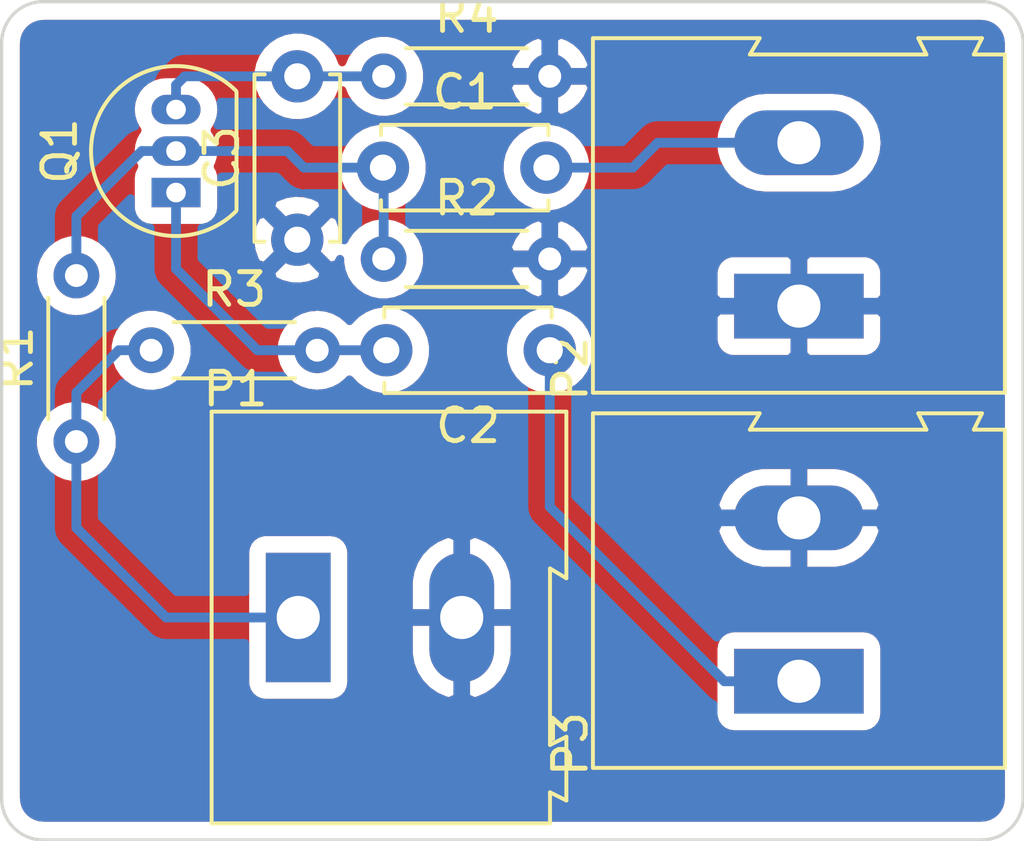
<source format=kicad_pcb>
(kicad_pcb (version 4) (host pcbnew 4.0.6)

  (general
    (links 16)
    (no_connects 0)
    (area 164.287999 83.007999 195.630001 108.762001)
    (thickness 1.6)
    (drawings 12)
    (tracks 32)
    (zones 0)
    (modules 11)
    (nets 8)
  )

  (page A4)
  (title_block
    (title "single tranzistor amp")
    (date 2017-05-11)
    (rev V1.0)
    (comment 1 Autors:)
    (comment 2 Kristaps)
    (comment 3 Vilcans)
  )

  (layers
    (0 F.Cu signal)
    (31 B.Cu signal)
    (33 F.Adhes user hide)
    (35 F.Paste user hide)
    (37 F.SilkS user hide)
    (39 F.Mask user hide)
    (40 Dwgs.User user hide)
    (41 Cmts.User user hide)
    (42 Eco1.User user hide)
    (43 Eco2.User user hide)
    (44 Edge.Cuts user)
    (45 Margin user hide)
    (47 F.CrtYd user hide)
    (49 F.Fab user hide)
  )

  (setup
    (last_trace_width 0.3)
    (trace_clearance 0.2)
    (zone_clearance 0.508)
    (zone_45_only no)
    (trace_min 0.1)
    (segment_width 0.2)
    (edge_width 0.1)
    (via_size 0.35)
    (via_drill 0.2)
    (via_min_size 0.35)
    (via_min_drill 0.2)
    (uvia_size 0.3)
    (uvia_drill 0.1)
    (uvias_allowed no)
    (uvia_min_size 0.2)
    (uvia_min_drill 0.1)
    (pcb_text_width 0.3)
    (pcb_text_size 1.5 1.5)
    (mod_edge_width 0.15)
    (mod_text_size 1 1)
    (mod_text_width 0.15)
    (pad_size 1.5 1.5)
    (pad_drill 0.6)
    (pad_to_mask_clearance 0)
    (aux_axis_origin 0 0)
    (visible_elements 7FFFEFDF)
    (pcbplotparams
      (layerselection 0x010a0_80000001)
      (usegerberextensions false)
      (excludeedgelayer true)
      (linewidth 0.100000)
      (plotframeref false)
      (viasonmask false)
      (mode 1)
      (useauxorigin false)
      (hpglpennumber 1)
      (hpglpenspeed 20)
      (hpglpendiameter 15)
      (hpglpenoverlay 2)
      (psnegative false)
      (psa4output false)
      (plotreference true)
      (plotvalue false)
      (plotinvisibletext false)
      (padsonsilk false)
      (subtractmaskfromsilk false)
      (outputformat 1)
      (mirror false)
      (drillshape 0)
      (scaleselection 1)
      (outputdirectory ""))
  )

  (net 0 "")
  (net 1 "Net-(C1-Pad1)")
  (net 2 "Net-(C1-Pad2)")
  (net 3 "Net-(C2-Pad1)")
  (net 4 "Net-(C2-Pad2)")
  (net 5 GND)
  (net 6 "Net-(C3-Pad2)")
  (net 7 +12V)

  (net_class Default "This is the default net class."
    (clearance 0.2)
    (trace_width 0.3)
    (via_dia 0.35)
    (via_drill 0.2)
    (uvia_dia 0.3)
    (uvia_drill 0.1)
    (add_net +12V)
    (add_net GND)
    (add_net "Net-(C1-Pad1)")
    (add_net "Net-(C1-Pad2)")
    (add_net "Net-(C2-Pad1)")
    (add_net "Net-(C2-Pad2)")
    (add_net "Net-(C3-Pad2)")
  )

  (net_class Power ""
    (clearance 0.5)
    (trace_width 0.35)
    (via_dia 1)
    (via_drill 0.6)
    (uvia_dia 0.3)
    (uvia_drill 0.1)
  )

  (module Capacitors_THT:C_Disc_D5.0mm_W2.5mm_P5.00mm (layer F.Cu) (tedit 58765D06) (tstamp 59143FCF)
    (at 176.0004 88.138)
    (descr "C, Disc series, Radial, pin pitch=5.00mm, , diameter*width=5*2.5mm^2, Capacitor, http://cdn-reichelt.de/documents/datenblatt/B300/DS_KERKO_TC.pdf")
    (tags "C Disc series Radial pin pitch 5.00mm  diameter 5mm width 2.5mm Capacitor")
    (path /58DB6469)
    (fp_text reference C1 (at 2.5 -2.31) (layer F.SilkS)
      (effects (font (size 1 1) (thickness 0.15)))
    )
    (fp_text value 20uF (at 2.5 2.31) (layer F.Fab)
      (effects (font (size 1 1) (thickness 0.15)))
    )
    (fp_line (start 0 -1.25) (end 0 1.25) (layer F.Fab) (width 0.1))
    (fp_line (start 0 1.25) (end 5 1.25) (layer F.Fab) (width 0.1))
    (fp_line (start 5 1.25) (end 5 -1.25) (layer F.Fab) (width 0.1))
    (fp_line (start 5 -1.25) (end 0 -1.25) (layer F.Fab) (width 0.1))
    (fp_line (start -0.06 -1.31) (end 5.06 -1.31) (layer F.SilkS) (width 0.12))
    (fp_line (start -0.06 1.31) (end 5.06 1.31) (layer F.SilkS) (width 0.12))
    (fp_line (start -0.06 -1.31) (end -0.06 -0.996) (layer F.SilkS) (width 0.12))
    (fp_line (start -0.06 0.996) (end -0.06 1.31) (layer F.SilkS) (width 0.12))
    (fp_line (start 5.06 -1.31) (end 5.06 -0.996) (layer F.SilkS) (width 0.12))
    (fp_line (start 5.06 0.996) (end 5.06 1.31) (layer F.SilkS) (width 0.12))
    (fp_line (start -1.05 -1.6) (end -1.05 1.6) (layer F.CrtYd) (width 0.05))
    (fp_line (start -1.05 1.6) (end 6.05 1.6) (layer F.CrtYd) (width 0.05))
    (fp_line (start 6.05 1.6) (end 6.05 -1.6) (layer F.CrtYd) (width 0.05))
    (fp_line (start 6.05 -1.6) (end -1.05 -1.6) (layer F.CrtYd) (width 0.05))
    (pad 1 thru_hole circle (at 0 0) (size 1.6 1.6) (drill 0.8) (layers *.Cu *.Mask)
      (net 1 "Net-(C1-Pad1)"))
    (pad 2 thru_hole circle (at 5 0) (size 1.6 1.6) (drill 0.8) (layers *.Cu *.Mask)
      (net 2 "Net-(C1-Pad2)"))
    (model Capacitors_THT.3dshapes/C_Disc_D5.0mm_W2.5mm_P5.00mm.wrl
      (at (xyz 0 0 0))
      (scale (xyz 0.393701 0.393701 0.393701))
      (rotate (xyz 0 0 0))
    )
  )

  (module Capacitors_THT:C_Disc_D5.0mm_W2.5mm_P5.00mm (layer F.Cu) (tedit 58765D06) (tstamp 59143FE3)
    (at 181.102 93.726 180)
    (descr "C, Disc series, Radial, pin pitch=5.00mm, , diameter*width=5*2.5mm^2, Capacitor, http://cdn-reichelt.de/documents/datenblatt/B300/DS_KERKO_TC.pdf")
    (tags "C Disc series Radial pin pitch 5.00mm  diameter 5mm width 2.5mm Capacitor")
    (path /58DB64C1)
    (fp_text reference C2 (at 2.5 -2.31 180) (layer F.SilkS)
      (effects (font (size 1 1) (thickness 0.15)))
    )
    (fp_text value 20uF (at 2.5 2.31 180) (layer F.Fab)
      (effects (font (size 1 1) (thickness 0.15)))
    )
    (fp_line (start 0 -1.25) (end 0 1.25) (layer F.Fab) (width 0.1))
    (fp_line (start 0 1.25) (end 5 1.25) (layer F.Fab) (width 0.1))
    (fp_line (start 5 1.25) (end 5 -1.25) (layer F.Fab) (width 0.1))
    (fp_line (start 5 -1.25) (end 0 -1.25) (layer F.Fab) (width 0.1))
    (fp_line (start -0.06 -1.31) (end 5.06 -1.31) (layer F.SilkS) (width 0.12))
    (fp_line (start -0.06 1.31) (end 5.06 1.31) (layer F.SilkS) (width 0.12))
    (fp_line (start -0.06 -1.31) (end -0.06 -0.996) (layer F.SilkS) (width 0.12))
    (fp_line (start -0.06 0.996) (end -0.06 1.31) (layer F.SilkS) (width 0.12))
    (fp_line (start 5.06 -1.31) (end 5.06 -0.996) (layer F.SilkS) (width 0.12))
    (fp_line (start 5.06 0.996) (end 5.06 1.31) (layer F.SilkS) (width 0.12))
    (fp_line (start -1.05 -1.6) (end -1.05 1.6) (layer F.CrtYd) (width 0.05))
    (fp_line (start -1.05 1.6) (end 6.05 1.6) (layer F.CrtYd) (width 0.05))
    (fp_line (start 6.05 1.6) (end 6.05 -1.6) (layer F.CrtYd) (width 0.05))
    (fp_line (start 6.05 -1.6) (end -1.05 -1.6) (layer F.CrtYd) (width 0.05))
    (pad 1 thru_hole circle (at 0 0 180) (size 1.6 1.6) (drill 0.8) (layers *.Cu *.Mask)
      (net 3 "Net-(C2-Pad1)"))
    (pad 2 thru_hole circle (at 5 0 180) (size 1.6 1.6) (drill 0.8) (layers *.Cu *.Mask)
      (net 4 "Net-(C2-Pad2)"))
    (model Capacitors_THT.3dshapes/C_Disc_D5.0mm_W2.5mm_P5.00mm.wrl
      (at (xyz 0 0 0))
      (scale (xyz 0.393701 0.393701 0.393701))
      (rotate (xyz 0 0 0))
    )
  )

  (module Capacitors_THT:C_Disc_D5.0mm_W2.5mm_P5.00mm (layer F.Cu) (tedit 58765D06) (tstamp 59143FF7)
    (at 173.3804 90.344 90)
    (descr "C, Disc series, Radial, pin pitch=5.00mm, , diameter*width=5*2.5mm^2, Capacitor, http://cdn-reichelt.de/documents/datenblatt/B300/DS_KERKO_TC.pdf")
    (tags "C Disc series Radial pin pitch 5.00mm  diameter 5mm width 2.5mm Capacitor")
    (path /58DB6555)
    (fp_text reference C3 (at 2.5 -2.31 90) (layer F.SilkS)
      (effects (font (size 1 1) (thickness 0.15)))
    )
    (fp_text value 50uF (at 2.54 -0.254 90) (layer F.Fab)
      (effects (font (size 1 1) (thickness 0.15)))
    )
    (fp_line (start 0 -1.25) (end 0 1.25) (layer F.Fab) (width 0.1))
    (fp_line (start 0 1.25) (end 5 1.25) (layer F.Fab) (width 0.1))
    (fp_line (start 5 1.25) (end 5 -1.25) (layer F.Fab) (width 0.1))
    (fp_line (start 5 -1.25) (end 0 -1.25) (layer F.Fab) (width 0.1))
    (fp_line (start -0.06 -1.31) (end 5.06 -1.31) (layer F.SilkS) (width 0.12))
    (fp_line (start -0.06 1.31) (end 5.06 1.31) (layer F.SilkS) (width 0.12))
    (fp_line (start -0.06 -1.31) (end -0.06 -0.996) (layer F.SilkS) (width 0.12))
    (fp_line (start -0.06 0.996) (end -0.06 1.31) (layer F.SilkS) (width 0.12))
    (fp_line (start 5.06 -1.31) (end 5.06 -0.996) (layer F.SilkS) (width 0.12))
    (fp_line (start 5.06 0.996) (end 5.06 1.31) (layer F.SilkS) (width 0.12))
    (fp_line (start -1.05 -1.6) (end -1.05 1.6) (layer F.CrtYd) (width 0.05))
    (fp_line (start -1.05 1.6) (end 6.05 1.6) (layer F.CrtYd) (width 0.05))
    (fp_line (start 6.05 1.6) (end 6.05 -1.6) (layer F.CrtYd) (width 0.05))
    (fp_line (start 6.05 -1.6) (end -1.05 -1.6) (layer F.CrtYd) (width 0.05))
    (pad 1 thru_hole circle (at 0 0 90) (size 1.6 1.6) (drill 0.8) (layers *.Cu *.Mask)
      (net 5 GND))
    (pad 2 thru_hole circle (at 5 0 90) (size 1.6 1.6) (drill 0.8) (layers *.Cu *.Mask)
      (net 6 "Net-(C3-Pad2)"))
    (model Capacitors_THT.3dshapes/C_Disc_D5.0mm_W2.5mm_P5.00mm.wrl
      (at (xyz 0 0 0))
      (scale (xyz 0.393701 0.393701 0.393701))
      (rotate (xyz 0 0 0))
    )
  )

  (module Connectors:AK300-2 (layer F.Cu) (tedit 587FD45E) (tstamp 5914405D)
    (at 173.4096 101.9048)
    (descr CONNECTOR)
    (tags CONNECTOR)
    (path /58DB95CD)
    (fp_text reference P1 (at -1.92 -6.99) (layer F.SilkS)
      (effects (font (size 1 1) (thickness 0.15)))
    )
    (fp_text value PWR_CONN (at 2.78 7.75) (layer F.Fab)
      (effects (font (size 1 1) (thickness 0.15)))
    )
    (fp_line (start -2.65 -6.3) (end -2.65 6.3) (layer F.SilkS) (width 0.12))
    (fp_line (start -2.65 6.3) (end 7.7 6.3) (layer F.SilkS) (width 0.12))
    (fp_line (start 7.7 6.3) (end 7.7 5.35) (layer F.SilkS) (width 0.12))
    (fp_line (start 7.7 5.35) (end 8.2 5.6) (layer F.SilkS) (width 0.12))
    (fp_line (start 8.2 5.6) (end 8.2 3.7) (layer F.SilkS) (width 0.12))
    (fp_line (start 8.2 3.7) (end 8.2 3.65) (layer F.SilkS) (width 0.12))
    (fp_line (start 8.2 3.65) (end 7.7 3.9) (layer F.SilkS) (width 0.12))
    (fp_line (start 7.7 3.9) (end 7.7 -1.5) (layer F.SilkS) (width 0.12))
    (fp_line (start 7.7 -1.5) (end 8.2 -1.2) (layer F.SilkS) (width 0.12))
    (fp_line (start 8.2 -1.2) (end 8.2 -6.3) (layer F.SilkS) (width 0.12))
    (fp_line (start 8.2 -6.3) (end -2.65 -6.3) (layer F.SilkS) (width 0.12))
    (fp_line (start 8.36 -6.47) (end -2.83 -6.47) (layer F.CrtYd) (width 0.05))
    (fp_line (start 8.36 6.47) (end 8.36 -6.47) (layer F.CrtYd) (width 0.05))
    (fp_line (start -2.83 6.47) (end 8.36 6.47) (layer F.CrtYd) (width 0.05))
    (fp_line (start -2.83 -6.47) (end -2.83 6.47) (layer F.CrtYd) (width 0.05))
    (fp_line (start -1.26 2.54) (end 1.28 2.54) (layer F.Fab) (width 0.1))
    (fp_line (start 1.28 2.54) (end 1.28 -0.25) (layer F.Fab) (width 0.1))
    (fp_line (start -1.26 -0.25) (end 1.28 -0.25) (layer F.Fab) (width 0.1))
    (fp_line (start -1.26 2.54) (end -1.26 -0.25) (layer F.Fab) (width 0.1))
    (fp_line (start 3.74 2.54) (end 6.28 2.54) (layer F.Fab) (width 0.1))
    (fp_line (start 6.28 2.54) (end 6.28 -0.25) (layer F.Fab) (width 0.1))
    (fp_line (start 3.74 -0.25) (end 6.28 -0.25) (layer F.Fab) (width 0.1))
    (fp_line (start 3.74 2.54) (end 3.74 -0.25) (layer F.Fab) (width 0.1))
    (fp_line (start 7.61 -6.22) (end 7.61 -3.17) (layer F.Fab) (width 0.1))
    (fp_line (start 7.61 -6.22) (end -2.58 -6.22) (layer F.Fab) (width 0.1))
    (fp_line (start 7.61 -6.22) (end 8.11 -6.22) (layer F.Fab) (width 0.1))
    (fp_line (start 8.11 -6.22) (end 8.11 -1.4) (layer F.Fab) (width 0.1))
    (fp_line (start 8.11 -1.4) (end 7.61 -1.65) (layer F.Fab) (width 0.1))
    (fp_line (start 8.11 5.46) (end 7.61 5.21) (layer F.Fab) (width 0.1))
    (fp_line (start 7.61 5.21) (end 7.61 6.22) (layer F.Fab) (width 0.1))
    (fp_line (start 8.11 3.81) (end 7.61 4.06) (layer F.Fab) (width 0.1))
    (fp_line (start 7.61 4.06) (end 7.61 5.21) (layer F.Fab) (width 0.1))
    (fp_line (start 8.11 3.81) (end 8.11 5.46) (layer F.Fab) (width 0.1))
    (fp_line (start 2.98 6.22) (end 2.98 4.32) (layer F.Fab) (width 0.1))
    (fp_line (start 7.05 -0.25) (end 7.05 4.32) (layer F.Fab) (width 0.1))
    (fp_line (start 2.98 6.22) (end 7.05 6.22) (layer F.Fab) (width 0.1))
    (fp_line (start 7.05 6.22) (end 7.61 6.22) (layer F.Fab) (width 0.1))
    (fp_line (start 2.04 6.22) (end 2.04 4.32) (layer F.Fab) (width 0.1))
    (fp_line (start 2.04 6.22) (end 2.98 6.22) (layer F.Fab) (width 0.1))
    (fp_line (start -2.02 -0.25) (end -2.02 4.32) (layer F.Fab) (width 0.1))
    (fp_line (start -2.58 6.22) (end -2.02 6.22) (layer F.Fab) (width 0.1))
    (fp_line (start -2.02 6.22) (end 2.04 6.22) (layer F.Fab) (width 0.1))
    (fp_line (start 2.98 4.32) (end 7.05 4.32) (layer F.Fab) (width 0.1))
    (fp_line (start 2.98 4.32) (end 2.98 -0.25) (layer F.Fab) (width 0.1))
    (fp_line (start 7.05 4.32) (end 7.05 6.22) (layer F.Fab) (width 0.1))
    (fp_line (start 2.04 4.32) (end -2.02 4.32) (layer F.Fab) (width 0.1))
    (fp_line (start 2.04 4.32) (end 2.04 -0.25) (layer F.Fab) (width 0.1))
    (fp_line (start -2.02 4.32) (end -2.02 6.22) (layer F.Fab) (width 0.1))
    (fp_line (start 6.67 3.68) (end 6.67 0.51) (layer F.Fab) (width 0.1))
    (fp_line (start 6.67 3.68) (end 3.36 3.68) (layer F.Fab) (width 0.1))
    (fp_line (start 3.36 3.68) (end 3.36 0.51) (layer F.Fab) (width 0.1))
    (fp_line (start 1.66 3.68) (end 1.66 0.51) (layer F.Fab) (width 0.1))
    (fp_line (start 1.66 3.68) (end -1.64 3.68) (layer F.Fab) (width 0.1))
    (fp_line (start -1.64 3.68) (end -1.64 0.51) (layer F.Fab) (width 0.1))
    (fp_line (start -1.64 0.51) (end -1.26 0.51) (layer F.Fab) (width 0.1))
    (fp_line (start 1.66 0.51) (end 1.28 0.51) (layer F.Fab) (width 0.1))
    (fp_line (start 3.36 0.51) (end 3.74 0.51) (layer F.Fab) (width 0.1))
    (fp_line (start 6.67 0.51) (end 6.28 0.51) (layer F.Fab) (width 0.1))
    (fp_line (start -2.58 6.22) (end -2.58 -0.64) (layer F.Fab) (width 0.1))
    (fp_line (start -2.58 -0.64) (end -2.58 -3.17) (layer F.Fab) (width 0.1))
    (fp_line (start 7.61 -1.65) (end 7.61 -0.64) (layer F.Fab) (width 0.1))
    (fp_line (start 7.61 -0.64) (end 7.61 4.06) (layer F.Fab) (width 0.1))
    (fp_line (start -2.58 -3.17) (end 7.61 -3.17) (layer F.Fab) (width 0.1))
    (fp_line (start -2.58 -3.17) (end -2.58 -6.22) (layer F.Fab) (width 0.1))
    (fp_line (start 7.61 -3.17) (end 7.61 -1.65) (layer F.Fab) (width 0.1))
    (fp_line (start 2.98 -3.43) (end 2.98 -5.97) (layer F.Fab) (width 0.1))
    (fp_line (start 2.98 -5.97) (end 7.05 -5.97) (layer F.Fab) (width 0.1))
    (fp_line (start 7.05 -5.97) (end 7.05 -3.43) (layer F.Fab) (width 0.1))
    (fp_line (start 7.05 -3.43) (end 2.98 -3.43) (layer F.Fab) (width 0.1))
    (fp_line (start 2.04 -3.43) (end 2.04 -5.97) (layer F.Fab) (width 0.1))
    (fp_line (start 2.04 -3.43) (end -2.02 -3.43) (layer F.Fab) (width 0.1))
    (fp_line (start -2.02 -3.43) (end -2.02 -5.97) (layer F.Fab) (width 0.1))
    (fp_line (start 2.04 -5.97) (end -2.02 -5.97) (layer F.Fab) (width 0.1))
    (fp_line (start 3.39 -4.45) (end 6.44 -5.08) (layer F.Fab) (width 0.1))
    (fp_line (start 3.52 -4.32) (end 6.56 -4.95) (layer F.Fab) (width 0.1))
    (fp_line (start -1.62 -4.45) (end 1.44 -5.08) (layer F.Fab) (width 0.1))
    (fp_line (start -1.49 -4.32) (end 1.56 -4.95) (layer F.Fab) (width 0.1))
    (fp_line (start -2.02 -0.25) (end -1.64 -0.25) (layer F.Fab) (width 0.1))
    (fp_line (start 2.04 -0.25) (end 1.66 -0.25) (layer F.Fab) (width 0.1))
    (fp_line (start 1.66 -0.25) (end -1.64 -0.25) (layer F.Fab) (width 0.1))
    (fp_line (start -2.58 -0.64) (end -1.64 -0.64) (layer F.Fab) (width 0.1))
    (fp_line (start -1.64 -0.64) (end 1.66 -0.64) (layer F.Fab) (width 0.1))
    (fp_line (start 1.66 -0.64) (end 3.36 -0.64) (layer F.Fab) (width 0.1))
    (fp_line (start 7.61 -0.64) (end 6.67 -0.64) (layer F.Fab) (width 0.1))
    (fp_line (start 6.67 -0.64) (end 3.36 -0.64) (layer F.Fab) (width 0.1))
    (fp_line (start 7.05 -0.25) (end 6.67 -0.25) (layer F.Fab) (width 0.1))
    (fp_line (start 2.98 -0.25) (end 3.36 -0.25) (layer F.Fab) (width 0.1))
    (fp_line (start 3.36 -0.25) (end 6.67 -0.25) (layer F.Fab) (width 0.1))
    (fp_arc (start 6.03 -4.59) (end 6.54 -5.05) (angle 90.5) (layer F.Fab) (width 0.1))
    (fp_arc (start 5.07 -6.07) (end 6.53 -4.12) (angle 75.5) (layer F.Fab) (width 0.1))
    (fp_arc (start 4.99 -3.71) (end 3.39 -5) (angle 100) (layer F.Fab) (width 0.1))
    (fp_arc (start 3.87 -4.65) (end 3.58 -4.13) (angle 104.2) (layer F.Fab) (width 0.1))
    (fp_arc (start 1.03 -4.59) (end 1.53 -5.05) (angle 90.5) (layer F.Fab) (width 0.1))
    (fp_arc (start 0.06 -6.07) (end 1.53 -4.12) (angle 75.5) (layer F.Fab) (width 0.1))
    (fp_arc (start -0.01 -3.71) (end -1.62 -5) (angle 100) (layer F.Fab) (width 0.1))
    (fp_arc (start -1.13 -4.65) (end -1.42 -4.13) (angle 104.2) (layer F.Fab) (width 0.1))
    (pad 1 thru_hole rect (at 0 0) (size 1.98 3.96) (drill 1.32) (layers *.Cu F.Paste F.Mask)
      (net 7 +12V))
    (pad 2 thru_hole oval (at 5 0) (size 1.98 3.96) (drill 1.32) (layers *.Cu F.Paste F.Mask)
      (net 5 GND))
  )

  (module Connectors:AK300-2 (layer F.Cu) (tedit 587FD45E) (tstamp 591440C3)
    (at 188.722 92.376 90)
    (descr CONNECTOR)
    (tags CONNECTOR)
    (path /58DB9D3E)
    (fp_text reference P2 (at -1.92 -6.99 90) (layer F.SilkS)
      (effects (font (size 1 1) (thickness 0.15)))
    )
    (fp_text value SIGNAL_IN (at 2.78 7.75 90) (layer F.Fab)
      (effects (font (size 1 1) (thickness 0.15)))
    )
    (fp_line (start -2.65 -6.3) (end -2.65 6.3) (layer F.SilkS) (width 0.12))
    (fp_line (start -2.65 6.3) (end 7.7 6.3) (layer F.SilkS) (width 0.12))
    (fp_line (start 7.7 6.3) (end 7.7 5.35) (layer F.SilkS) (width 0.12))
    (fp_line (start 7.7 5.35) (end 8.2 5.6) (layer F.SilkS) (width 0.12))
    (fp_line (start 8.2 5.6) (end 8.2 3.7) (layer F.SilkS) (width 0.12))
    (fp_line (start 8.2 3.7) (end 8.2 3.65) (layer F.SilkS) (width 0.12))
    (fp_line (start 8.2 3.65) (end 7.7 3.9) (layer F.SilkS) (width 0.12))
    (fp_line (start 7.7 3.9) (end 7.7 -1.5) (layer F.SilkS) (width 0.12))
    (fp_line (start 7.7 -1.5) (end 8.2 -1.2) (layer F.SilkS) (width 0.12))
    (fp_line (start 8.2 -1.2) (end 8.2 -6.3) (layer F.SilkS) (width 0.12))
    (fp_line (start 8.2 -6.3) (end -2.65 -6.3) (layer F.SilkS) (width 0.12))
    (fp_line (start 8.36 -6.47) (end -2.83 -6.47) (layer F.CrtYd) (width 0.05))
    (fp_line (start 8.36 6.47) (end 8.36 -6.47) (layer F.CrtYd) (width 0.05))
    (fp_line (start -2.83 6.47) (end 8.36 6.47) (layer F.CrtYd) (width 0.05))
    (fp_line (start -2.83 -6.47) (end -2.83 6.47) (layer F.CrtYd) (width 0.05))
    (fp_line (start -1.26 2.54) (end 1.28 2.54) (layer F.Fab) (width 0.1))
    (fp_line (start 1.28 2.54) (end 1.28 -0.25) (layer F.Fab) (width 0.1))
    (fp_line (start -1.26 -0.25) (end 1.28 -0.25) (layer F.Fab) (width 0.1))
    (fp_line (start -1.26 2.54) (end -1.26 -0.25) (layer F.Fab) (width 0.1))
    (fp_line (start 3.74 2.54) (end 6.28 2.54) (layer F.Fab) (width 0.1))
    (fp_line (start 6.28 2.54) (end 6.28 -0.25) (layer F.Fab) (width 0.1))
    (fp_line (start 3.74 -0.25) (end 6.28 -0.25) (layer F.Fab) (width 0.1))
    (fp_line (start 3.74 2.54) (end 3.74 -0.25) (layer F.Fab) (width 0.1))
    (fp_line (start 7.61 -6.22) (end 7.61 -3.17) (layer F.Fab) (width 0.1))
    (fp_line (start 7.61 -6.22) (end -2.58 -6.22) (layer F.Fab) (width 0.1))
    (fp_line (start 7.61 -6.22) (end 8.11 -6.22) (layer F.Fab) (width 0.1))
    (fp_line (start 8.11 -6.22) (end 8.11 -1.4) (layer F.Fab) (width 0.1))
    (fp_line (start 8.11 -1.4) (end 7.61 -1.65) (layer F.Fab) (width 0.1))
    (fp_line (start 8.11 5.46) (end 7.61 5.21) (layer F.Fab) (width 0.1))
    (fp_line (start 7.61 5.21) (end 7.61 6.22) (layer F.Fab) (width 0.1))
    (fp_line (start 8.11 3.81) (end 7.61 4.06) (layer F.Fab) (width 0.1))
    (fp_line (start 7.61 4.06) (end 7.61 5.21) (layer F.Fab) (width 0.1))
    (fp_line (start 8.11 3.81) (end 8.11 5.46) (layer F.Fab) (width 0.1))
    (fp_line (start 2.98 6.22) (end 2.98 4.32) (layer F.Fab) (width 0.1))
    (fp_line (start 7.05 -0.25) (end 7.05 4.32) (layer F.Fab) (width 0.1))
    (fp_line (start 2.98 6.22) (end 7.05 6.22) (layer F.Fab) (width 0.1))
    (fp_line (start 7.05 6.22) (end 7.61 6.22) (layer F.Fab) (width 0.1))
    (fp_line (start 2.04 6.22) (end 2.04 4.32) (layer F.Fab) (width 0.1))
    (fp_line (start 2.04 6.22) (end 2.98 6.22) (layer F.Fab) (width 0.1))
    (fp_line (start -2.02 -0.25) (end -2.02 4.32) (layer F.Fab) (width 0.1))
    (fp_line (start -2.58 6.22) (end -2.02 6.22) (layer F.Fab) (width 0.1))
    (fp_line (start -2.02 6.22) (end 2.04 6.22) (layer F.Fab) (width 0.1))
    (fp_line (start 2.98 4.32) (end 7.05 4.32) (layer F.Fab) (width 0.1))
    (fp_line (start 2.98 4.32) (end 2.98 -0.25) (layer F.Fab) (width 0.1))
    (fp_line (start 7.05 4.32) (end 7.05 6.22) (layer F.Fab) (width 0.1))
    (fp_line (start 2.04 4.32) (end -2.02 4.32) (layer F.Fab) (width 0.1))
    (fp_line (start 2.04 4.32) (end 2.04 -0.25) (layer F.Fab) (width 0.1))
    (fp_line (start -2.02 4.32) (end -2.02 6.22) (layer F.Fab) (width 0.1))
    (fp_line (start 6.67 3.68) (end 6.67 0.51) (layer F.Fab) (width 0.1))
    (fp_line (start 6.67 3.68) (end 3.36 3.68) (layer F.Fab) (width 0.1))
    (fp_line (start 3.36 3.68) (end 3.36 0.51) (layer F.Fab) (width 0.1))
    (fp_line (start 1.66 3.68) (end 1.66 0.51) (layer F.Fab) (width 0.1))
    (fp_line (start 1.66 3.68) (end -1.64 3.68) (layer F.Fab) (width 0.1))
    (fp_line (start -1.64 3.68) (end -1.64 0.51) (layer F.Fab) (width 0.1))
    (fp_line (start -1.64 0.51) (end -1.26 0.51) (layer F.Fab) (width 0.1))
    (fp_line (start 1.66 0.51) (end 1.28 0.51) (layer F.Fab) (width 0.1))
    (fp_line (start 3.36 0.51) (end 3.74 0.51) (layer F.Fab) (width 0.1))
    (fp_line (start 6.67 0.51) (end 6.28 0.51) (layer F.Fab) (width 0.1))
    (fp_line (start -2.58 6.22) (end -2.58 -0.64) (layer F.Fab) (width 0.1))
    (fp_line (start -2.58 -0.64) (end -2.58 -3.17) (layer F.Fab) (width 0.1))
    (fp_line (start 7.61 -1.65) (end 7.61 -0.64) (layer F.Fab) (width 0.1))
    (fp_line (start 7.61 -0.64) (end 7.61 4.06) (layer F.Fab) (width 0.1))
    (fp_line (start -2.58 -3.17) (end 7.61 -3.17) (layer F.Fab) (width 0.1))
    (fp_line (start -2.58 -3.17) (end -2.58 -6.22) (layer F.Fab) (width 0.1))
    (fp_line (start 7.61 -3.17) (end 7.61 -1.65) (layer F.Fab) (width 0.1))
    (fp_line (start 2.98 -3.43) (end 2.98 -5.97) (layer F.Fab) (width 0.1))
    (fp_line (start 2.98 -5.97) (end 7.05 -5.97) (layer F.Fab) (width 0.1))
    (fp_line (start 7.05 -5.97) (end 7.05 -3.43) (layer F.Fab) (width 0.1))
    (fp_line (start 7.05 -3.43) (end 2.98 -3.43) (layer F.Fab) (width 0.1))
    (fp_line (start 2.04 -3.43) (end 2.04 -5.97) (layer F.Fab) (width 0.1))
    (fp_line (start 2.04 -3.43) (end -2.02 -3.43) (layer F.Fab) (width 0.1))
    (fp_line (start -2.02 -3.43) (end -2.02 -5.97) (layer F.Fab) (width 0.1))
    (fp_line (start 2.04 -5.97) (end -2.02 -5.97) (layer F.Fab) (width 0.1))
    (fp_line (start 3.39 -4.45) (end 6.44 -5.08) (layer F.Fab) (width 0.1))
    (fp_line (start 3.52 -4.32) (end 6.56 -4.95) (layer F.Fab) (width 0.1))
    (fp_line (start -1.62 -4.45) (end 1.44 -5.08) (layer F.Fab) (width 0.1))
    (fp_line (start -1.49 -4.32) (end 1.56 -4.95) (layer F.Fab) (width 0.1))
    (fp_line (start -2.02 -0.25) (end -1.64 -0.25) (layer F.Fab) (width 0.1))
    (fp_line (start 2.04 -0.25) (end 1.66 -0.25) (layer F.Fab) (width 0.1))
    (fp_line (start 1.66 -0.25) (end -1.64 -0.25) (layer F.Fab) (width 0.1))
    (fp_line (start -2.58 -0.64) (end -1.64 -0.64) (layer F.Fab) (width 0.1))
    (fp_line (start -1.64 -0.64) (end 1.66 -0.64) (layer F.Fab) (width 0.1))
    (fp_line (start 1.66 -0.64) (end 3.36 -0.64) (layer F.Fab) (width 0.1))
    (fp_line (start 7.61 -0.64) (end 6.67 -0.64) (layer F.Fab) (width 0.1))
    (fp_line (start 6.67 -0.64) (end 3.36 -0.64) (layer F.Fab) (width 0.1))
    (fp_line (start 7.05 -0.25) (end 6.67 -0.25) (layer F.Fab) (width 0.1))
    (fp_line (start 2.98 -0.25) (end 3.36 -0.25) (layer F.Fab) (width 0.1))
    (fp_line (start 3.36 -0.25) (end 6.67 -0.25) (layer F.Fab) (width 0.1))
    (fp_arc (start 6.03 -4.59) (end 6.54 -5.05) (angle 90.5) (layer F.Fab) (width 0.1))
    (fp_arc (start 5.07 -6.07) (end 6.53 -4.12) (angle 75.5) (layer F.Fab) (width 0.1))
    (fp_arc (start 4.99 -3.71) (end 3.39 -5) (angle 100) (layer F.Fab) (width 0.1))
    (fp_arc (start 3.87 -4.65) (end 3.58 -4.13) (angle 104.2) (layer F.Fab) (width 0.1))
    (fp_arc (start 1.03 -4.59) (end 1.53 -5.05) (angle 90.5) (layer F.Fab) (width 0.1))
    (fp_arc (start 0.06 -6.07) (end 1.53 -4.12) (angle 75.5) (layer F.Fab) (width 0.1))
    (fp_arc (start -0.01 -3.71) (end -1.62 -5) (angle 100) (layer F.Fab) (width 0.1))
    (fp_arc (start -1.13 -4.65) (end -1.42 -4.13) (angle 104.2) (layer F.Fab) (width 0.1))
    (pad 1 thru_hole rect (at 0 0 90) (size 1.98 3.96) (drill 1.32) (layers *.Cu F.Paste F.Mask)
      (net 5 GND))
    (pad 2 thru_hole oval (at 5 0 90) (size 1.98 3.96) (drill 1.32) (layers *.Cu F.Paste F.Mask)
      (net 2 "Net-(C1-Pad2)"))
  )

  (module Connectors:AK300-2 (layer F.Cu) (tedit 587FD45E) (tstamp 59144129)
    (at 188.722 103.8568 90)
    (descr CONNECTOR)
    (tags CONNECTOR)
    (path /58DB9659)
    (fp_text reference P3 (at -1.92 -6.99 90) (layer F.SilkS)
      (effects (font (size 1 1) (thickness 0.15)))
    )
    (fp_text value SIGNAL_OUT (at 2.78 7.75 90) (layer F.Fab)
      (effects (font (size 1 1) (thickness 0.15)))
    )
    (fp_line (start -2.65 -6.3) (end -2.65 6.3) (layer F.SilkS) (width 0.12))
    (fp_line (start -2.65 6.3) (end 7.7 6.3) (layer F.SilkS) (width 0.12))
    (fp_line (start 7.7 6.3) (end 7.7 5.35) (layer F.SilkS) (width 0.12))
    (fp_line (start 7.7 5.35) (end 8.2 5.6) (layer F.SilkS) (width 0.12))
    (fp_line (start 8.2 5.6) (end 8.2 3.7) (layer F.SilkS) (width 0.12))
    (fp_line (start 8.2 3.7) (end 8.2 3.65) (layer F.SilkS) (width 0.12))
    (fp_line (start 8.2 3.65) (end 7.7 3.9) (layer F.SilkS) (width 0.12))
    (fp_line (start 7.7 3.9) (end 7.7 -1.5) (layer F.SilkS) (width 0.12))
    (fp_line (start 7.7 -1.5) (end 8.2 -1.2) (layer F.SilkS) (width 0.12))
    (fp_line (start 8.2 -1.2) (end 8.2 -6.3) (layer F.SilkS) (width 0.12))
    (fp_line (start 8.2 -6.3) (end -2.65 -6.3) (layer F.SilkS) (width 0.12))
    (fp_line (start 8.36 -6.47) (end -2.83 -6.47) (layer F.CrtYd) (width 0.05))
    (fp_line (start 8.36 6.47) (end 8.36 -6.47) (layer F.CrtYd) (width 0.05))
    (fp_line (start -2.83 6.47) (end 8.36 6.47) (layer F.CrtYd) (width 0.05))
    (fp_line (start -2.83 -6.47) (end -2.83 6.47) (layer F.CrtYd) (width 0.05))
    (fp_line (start -1.26 2.54) (end 1.28 2.54) (layer F.Fab) (width 0.1))
    (fp_line (start 1.28 2.54) (end 1.28 -0.25) (layer F.Fab) (width 0.1))
    (fp_line (start -1.26 -0.25) (end 1.28 -0.25) (layer F.Fab) (width 0.1))
    (fp_line (start -1.26 2.54) (end -1.26 -0.25) (layer F.Fab) (width 0.1))
    (fp_line (start 3.74 2.54) (end 6.28 2.54) (layer F.Fab) (width 0.1))
    (fp_line (start 6.28 2.54) (end 6.28 -0.25) (layer F.Fab) (width 0.1))
    (fp_line (start 3.74 -0.25) (end 6.28 -0.25) (layer F.Fab) (width 0.1))
    (fp_line (start 3.74 2.54) (end 3.74 -0.25) (layer F.Fab) (width 0.1))
    (fp_line (start 7.61 -6.22) (end 7.61 -3.17) (layer F.Fab) (width 0.1))
    (fp_line (start 7.61 -6.22) (end -2.58 -6.22) (layer F.Fab) (width 0.1))
    (fp_line (start 7.61 -6.22) (end 8.11 -6.22) (layer F.Fab) (width 0.1))
    (fp_line (start 8.11 -6.22) (end 8.11 -1.4) (layer F.Fab) (width 0.1))
    (fp_line (start 8.11 -1.4) (end 7.61 -1.65) (layer F.Fab) (width 0.1))
    (fp_line (start 8.11 5.46) (end 7.61 5.21) (layer F.Fab) (width 0.1))
    (fp_line (start 7.61 5.21) (end 7.61 6.22) (layer F.Fab) (width 0.1))
    (fp_line (start 8.11 3.81) (end 7.61 4.06) (layer F.Fab) (width 0.1))
    (fp_line (start 7.61 4.06) (end 7.61 5.21) (layer F.Fab) (width 0.1))
    (fp_line (start 8.11 3.81) (end 8.11 5.46) (layer F.Fab) (width 0.1))
    (fp_line (start 2.98 6.22) (end 2.98 4.32) (layer F.Fab) (width 0.1))
    (fp_line (start 7.05 -0.25) (end 7.05 4.32) (layer F.Fab) (width 0.1))
    (fp_line (start 2.98 6.22) (end 7.05 6.22) (layer F.Fab) (width 0.1))
    (fp_line (start 7.05 6.22) (end 7.61 6.22) (layer F.Fab) (width 0.1))
    (fp_line (start 2.04 6.22) (end 2.04 4.32) (layer F.Fab) (width 0.1))
    (fp_line (start 2.04 6.22) (end 2.98 6.22) (layer F.Fab) (width 0.1))
    (fp_line (start -2.02 -0.25) (end -2.02 4.32) (layer F.Fab) (width 0.1))
    (fp_line (start -2.58 6.22) (end -2.02 6.22) (layer F.Fab) (width 0.1))
    (fp_line (start -2.02 6.22) (end 2.04 6.22) (layer F.Fab) (width 0.1))
    (fp_line (start 2.98 4.32) (end 7.05 4.32) (layer F.Fab) (width 0.1))
    (fp_line (start 2.98 4.32) (end 2.98 -0.25) (layer F.Fab) (width 0.1))
    (fp_line (start 7.05 4.32) (end 7.05 6.22) (layer F.Fab) (width 0.1))
    (fp_line (start 2.04 4.32) (end -2.02 4.32) (layer F.Fab) (width 0.1))
    (fp_line (start 2.04 4.32) (end 2.04 -0.25) (layer F.Fab) (width 0.1))
    (fp_line (start -2.02 4.32) (end -2.02 6.22) (layer F.Fab) (width 0.1))
    (fp_line (start 6.67 3.68) (end 6.67 0.51) (layer F.Fab) (width 0.1))
    (fp_line (start 6.67 3.68) (end 3.36 3.68) (layer F.Fab) (width 0.1))
    (fp_line (start 3.36 3.68) (end 3.36 0.51) (layer F.Fab) (width 0.1))
    (fp_line (start 1.66 3.68) (end 1.66 0.51) (layer F.Fab) (width 0.1))
    (fp_line (start 1.66 3.68) (end -1.64 3.68) (layer F.Fab) (width 0.1))
    (fp_line (start -1.64 3.68) (end -1.64 0.51) (layer F.Fab) (width 0.1))
    (fp_line (start -1.64 0.51) (end -1.26 0.51) (layer F.Fab) (width 0.1))
    (fp_line (start 1.66 0.51) (end 1.28 0.51) (layer F.Fab) (width 0.1))
    (fp_line (start 3.36 0.51) (end 3.74 0.51) (layer F.Fab) (width 0.1))
    (fp_line (start 6.67 0.51) (end 6.28 0.51) (layer F.Fab) (width 0.1))
    (fp_line (start -2.58 6.22) (end -2.58 -0.64) (layer F.Fab) (width 0.1))
    (fp_line (start -2.58 -0.64) (end -2.58 -3.17) (layer F.Fab) (width 0.1))
    (fp_line (start 7.61 -1.65) (end 7.61 -0.64) (layer F.Fab) (width 0.1))
    (fp_line (start 7.61 -0.64) (end 7.61 4.06) (layer F.Fab) (width 0.1))
    (fp_line (start -2.58 -3.17) (end 7.61 -3.17) (layer F.Fab) (width 0.1))
    (fp_line (start -2.58 -3.17) (end -2.58 -6.22) (layer F.Fab) (width 0.1))
    (fp_line (start 7.61 -3.17) (end 7.61 -1.65) (layer F.Fab) (width 0.1))
    (fp_line (start 2.98 -3.43) (end 2.98 -5.97) (layer F.Fab) (width 0.1))
    (fp_line (start 2.98 -5.97) (end 7.05 -5.97) (layer F.Fab) (width 0.1))
    (fp_line (start 7.05 -5.97) (end 7.05 -3.43) (layer F.Fab) (width 0.1))
    (fp_line (start 7.05 -3.43) (end 2.98 -3.43) (layer F.Fab) (width 0.1))
    (fp_line (start 2.04 -3.43) (end 2.04 -5.97) (layer F.Fab) (width 0.1))
    (fp_line (start 2.04 -3.43) (end -2.02 -3.43) (layer F.Fab) (width 0.1))
    (fp_line (start -2.02 -3.43) (end -2.02 -5.97) (layer F.Fab) (width 0.1))
    (fp_line (start 2.04 -5.97) (end -2.02 -5.97) (layer F.Fab) (width 0.1))
    (fp_line (start 3.39 -4.45) (end 6.44 -5.08) (layer F.Fab) (width 0.1))
    (fp_line (start 3.52 -4.32) (end 6.56 -4.95) (layer F.Fab) (width 0.1))
    (fp_line (start -1.62 -4.45) (end 1.44 -5.08) (layer F.Fab) (width 0.1))
    (fp_line (start -1.49 -4.32) (end 1.56 -4.95) (layer F.Fab) (width 0.1))
    (fp_line (start -2.02 -0.25) (end -1.64 -0.25) (layer F.Fab) (width 0.1))
    (fp_line (start 2.04 -0.25) (end 1.66 -0.25) (layer F.Fab) (width 0.1))
    (fp_line (start 1.66 -0.25) (end -1.64 -0.25) (layer F.Fab) (width 0.1))
    (fp_line (start -2.58 -0.64) (end -1.64 -0.64) (layer F.Fab) (width 0.1))
    (fp_line (start -1.64 -0.64) (end 1.66 -0.64) (layer F.Fab) (width 0.1))
    (fp_line (start 1.66 -0.64) (end 3.36 -0.64) (layer F.Fab) (width 0.1))
    (fp_line (start 7.61 -0.64) (end 6.67 -0.64) (layer F.Fab) (width 0.1))
    (fp_line (start 6.67 -0.64) (end 3.36 -0.64) (layer F.Fab) (width 0.1))
    (fp_line (start 7.05 -0.25) (end 6.67 -0.25) (layer F.Fab) (width 0.1))
    (fp_line (start 2.98 -0.25) (end 3.36 -0.25) (layer F.Fab) (width 0.1))
    (fp_line (start 3.36 -0.25) (end 6.67 -0.25) (layer F.Fab) (width 0.1))
    (fp_arc (start 6.03 -4.59) (end 6.54 -5.05) (angle 90.5) (layer F.Fab) (width 0.1))
    (fp_arc (start 5.07 -6.07) (end 6.53 -4.12) (angle 75.5) (layer F.Fab) (width 0.1))
    (fp_arc (start 4.99 -3.71) (end 3.39 -5) (angle 100) (layer F.Fab) (width 0.1))
    (fp_arc (start 3.87 -4.65) (end 3.58 -4.13) (angle 104.2) (layer F.Fab) (width 0.1))
    (fp_arc (start 1.03 -4.59) (end 1.53 -5.05) (angle 90.5) (layer F.Fab) (width 0.1))
    (fp_arc (start 0.06 -6.07) (end 1.53 -4.12) (angle 75.5) (layer F.Fab) (width 0.1))
    (fp_arc (start -0.01 -3.71) (end -1.62 -5) (angle 100) (layer F.Fab) (width 0.1))
    (fp_arc (start -1.13 -4.65) (end -1.42 -4.13) (angle 104.2) (layer F.Fab) (width 0.1))
    (pad 1 thru_hole rect (at 0 0 90) (size 1.98 3.96) (drill 1.32) (layers *.Cu F.Paste F.Mask)
      (net 3 "Net-(C2-Pad1)"))
    (pad 2 thru_hole oval (at 5 0 90) (size 1.98 3.96) (drill 1.32) (layers *.Cu F.Paste F.Mask)
      (net 5 GND))
  )

  (module TO_SOT_Packages_THT:TO-92_Inline_Narrow_Oval (layer F.Cu) (tedit 58CE52AF) (tstamp 5914413B)
    (at 169.672 88.9 90)
    (descr "TO-92 leads in-line, narrow, oval pads, drill 0.6mm (see NXP sot054_po.pdf)")
    (tags "to-92 sc-43 sc-43a sot54 PA33 transistor")
    (path /58DB65FA)
    (fp_text reference Q1 (at 1.27 -3.56 90) (layer F.SilkS)
      (effects (font (size 1 1) (thickness 0.15)))
    )
    (fp_text value BC548 (at 1.27 2.79 90) (layer F.Fab)
      (effects (font (size 1 1) (thickness 0.15)))
    )
    (fp_text user %R (at 1.27 -3.56 90) (layer F.Fab)
      (effects (font (size 1 1) (thickness 0.15)))
    )
    (fp_line (start -0.53 1.85) (end 3.07 1.85) (layer F.SilkS) (width 0.12))
    (fp_line (start -0.5 1.75) (end 3 1.75) (layer F.Fab) (width 0.1))
    (fp_line (start -1.46 -2.73) (end 4 -2.73) (layer F.CrtYd) (width 0.05))
    (fp_line (start -1.46 -2.73) (end -1.46 2.01) (layer F.CrtYd) (width 0.05))
    (fp_line (start 4 2.01) (end 4 -2.73) (layer F.CrtYd) (width 0.05))
    (fp_line (start 4 2.01) (end -1.46 2.01) (layer F.CrtYd) (width 0.05))
    (fp_arc (start 1.27 0) (end 1.27 -2.48) (angle 135) (layer F.Fab) (width 0.1))
    (fp_arc (start 1.27 0) (end 1.27 -2.6) (angle -135) (layer F.SilkS) (width 0.12))
    (fp_arc (start 1.27 0) (end 1.27 -2.48) (angle -135) (layer F.Fab) (width 0.1))
    (fp_arc (start 1.27 0) (end 1.27 -2.6) (angle 135) (layer F.SilkS) (width 0.12))
    (pad 2 thru_hole oval (at 1.27 0 270) (size 0.9 1.5) (drill 0.6) (layers *.Cu *.Mask)
      (net 1 "Net-(C1-Pad1)"))
    (pad 3 thru_hole oval (at 2.54 0 270) (size 0.9 1.5) (drill 0.6) (layers *.Cu *.Mask)
      (net 6 "Net-(C3-Pad2)"))
    (pad 1 thru_hole rect (at 0 0 270) (size 0.9 1.5) (drill 0.6) (layers *.Cu *.Mask)
      (net 4 "Net-(C2-Pad2)"))
    (model ${KISYS3DMOD}/TO_SOT_Packages_THT.3dshapes/TO-92_Inline_Narrow_Oval.wrl
      (at (xyz 0.05 0 0))
      (scale (xyz 1 1 1))
      (rotate (xyz 0 0 -90))
    )
  )

  (module Resistors_THT:R_Axial_DIN0204_L3.6mm_D1.6mm_P5.08mm_Horizontal (layer F.Cu) (tedit 5874F706) (tstamp 59144151)
    (at 166.624 96.52 90)
    (descr "Resistor, Axial_DIN0204 series, Axial, Horizontal, pin pitch=5.08mm, 0.16666666666666666W = 1/6W, length*diameter=3.6*1.6mm^2, http://cdn-reichelt.de/documents/datenblatt/B400/1_4W%23YAG.pdf")
    (tags "Resistor Axial_DIN0204 series Axial Horizontal pin pitch 5.08mm 0.16666666666666666W = 1/6W length 3.6mm diameter 1.6mm")
    (path /58DB62F5)
    (fp_text reference R1 (at 2.54 -1.86 90) (layer F.SilkS)
      (effects (font (size 1 1) (thickness 0.15)))
    )
    (fp_text value 22k (at 2.54 1.86 90) (layer F.Fab)
      (effects (font (size 1 1) (thickness 0.15)))
    )
    (fp_line (start 0.74 -0.8) (end 0.74 0.8) (layer F.Fab) (width 0.1))
    (fp_line (start 0.74 0.8) (end 4.34 0.8) (layer F.Fab) (width 0.1))
    (fp_line (start 4.34 0.8) (end 4.34 -0.8) (layer F.Fab) (width 0.1))
    (fp_line (start 4.34 -0.8) (end 0.74 -0.8) (layer F.Fab) (width 0.1))
    (fp_line (start 0 0) (end 0.74 0) (layer F.Fab) (width 0.1))
    (fp_line (start 5.08 0) (end 4.34 0) (layer F.Fab) (width 0.1))
    (fp_line (start 0.68 -0.86) (end 4.4 -0.86) (layer F.SilkS) (width 0.12))
    (fp_line (start 0.68 0.86) (end 4.4 0.86) (layer F.SilkS) (width 0.12))
    (fp_line (start -0.95 -1.15) (end -0.95 1.15) (layer F.CrtYd) (width 0.05))
    (fp_line (start -0.95 1.15) (end 6.05 1.15) (layer F.CrtYd) (width 0.05))
    (fp_line (start 6.05 1.15) (end 6.05 -1.15) (layer F.CrtYd) (width 0.05))
    (fp_line (start 6.05 -1.15) (end -0.95 -1.15) (layer F.CrtYd) (width 0.05))
    (pad 1 thru_hole circle (at 0 0 90) (size 1.4 1.4) (drill 0.7) (layers *.Cu *.Mask)
      (net 7 +12V))
    (pad 2 thru_hole oval (at 5.08 0 90) (size 1.4 1.4) (drill 0.7) (layers *.Cu *.Mask)
      (net 1 "Net-(C1-Pad1)"))
    (model Resistors_THT.3dshapes/R_Axial_DIN0204_L3.6mm_D1.6mm_P5.08mm_Horizontal.wrl
      (at (xyz 0 0 0))
      (scale (xyz 0.393701 0.393701 0.393701))
      (rotate (xyz 0 0 0))
    )
  )

  (module Resistors_THT:R_Axial_DIN0204_L3.6mm_D1.6mm_P5.08mm_Horizontal (layer F.Cu) (tedit 5874F706) (tstamp 5914417D)
    (at 168.91 93.726)
    (descr "Resistor, Axial_DIN0204 series, Axial, Horizontal, pin pitch=5.08mm, 0.16666666666666666W = 1/6W, length*diameter=3.6*1.6mm^2, http://cdn-reichelt.de/documents/datenblatt/B400/1_4W%23YAG.pdf")
    (tags "Resistor Axial_DIN0204 series Axial Horizontal pin pitch 5.08mm 0.16666666666666666W = 1/6W length 3.6mm diameter 1.6mm")
    (path /58DB639A)
    (fp_text reference R3 (at 2.54 -1.86) (layer F.SilkS)
      (effects (font (size 1 1) (thickness 0.15)))
    )
    (fp_text value 4.7k (at 2.54 1.86) (layer F.Fab)
      (effects (font (size 1 1) (thickness 0.15)))
    )
    (fp_line (start 0.74 -0.8) (end 0.74 0.8) (layer F.Fab) (width 0.1))
    (fp_line (start 0.74 0.8) (end 4.34 0.8) (layer F.Fab) (width 0.1))
    (fp_line (start 4.34 0.8) (end 4.34 -0.8) (layer F.Fab) (width 0.1))
    (fp_line (start 4.34 -0.8) (end 0.74 -0.8) (layer F.Fab) (width 0.1))
    (fp_line (start 0 0) (end 0.74 0) (layer F.Fab) (width 0.1))
    (fp_line (start 5.08 0) (end 4.34 0) (layer F.Fab) (width 0.1))
    (fp_line (start 0.68 -0.86) (end 4.4 -0.86) (layer F.SilkS) (width 0.12))
    (fp_line (start 0.68 0.86) (end 4.4 0.86) (layer F.SilkS) (width 0.12))
    (fp_line (start -0.95 -1.15) (end -0.95 1.15) (layer F.CrtYd) (width 0.05))
    (fp_line (start -0.95 1.15) (end 6.05 1.15) (layer F.CrtYd) (width 0.05))
    (fp_line (start 6.05 1.15) (end 6.05 -1.15) (layer F.CrtYd) (width 0.05))
    (fp_line (start 6.05 -1.15) (end -0.95 -1.15) (layer F.CrtYd) (width 0.05))
    (pad 1 thru_hole circle (at 0 0) (size 1.4 1.4) (drill 0.7) (layers *.Cu *.Mask)
      (net 7 +12V))
    (pad 2 thru_hole oval (at 5.08 0) (size 1.4 1.4) (drill 0.7) (layers *.Cu *.Mask)
      (net 4 "Net-(C2-Pad2)"))
    (model Resistors_THT.3dshapes/R_Axial_DIN0204_L3.6mm_D1.6mm_P5.08mm_Horizontal.wrl
      (at (xyz 0 0 0))
      (scale (xyz 0.393701 0.393701 0.393701))
      (rotate (xyz 0 0 0))
    )
  )

  (module Resistors_THT:R_Axial_DIN0204_L3.6mm_D1.6mm_P5.08mm_Horizontal (layer F.Cu) (tedit 5874F706) (tstamp 59144167)
    (at 176.022 90.932)
    (descr "Resistor, Axial_DIN0204 series, Axial, Horizontal, pin pitch=5.08mm, 0.16666666666666666W = 1/6W, length*diameter=3.6*1.6mm^2, http://cdn-reichelt.de/documents/datenblatt/B400/1_4W%23YAG.pdf")
    (tags "Resistor Axial_DIN0204 series Axial Horizontal pin pitch 5.08mm 0.16666666666666666W = 1/6W length 3.6mm diameter 1.6mm")
    (path /58DB6419)
    (fp_text reference R2 (at 2.54 -1.86) (layer F.SilkS)
      (effects (font (size 1 1) (thickness 0.15)))
    )
    (fp_text value 6.8k (at 2.54 1.86) (layer F.Fab)
      (effects (font (size 1 1) (thickness 0.15)))
    )
    (fp_line (start 0.74 -0.8) (end 0.74 0.8) (layer F.Fab) (width 0.1))
    (fp_line (start 0.74 0.8) (end 4.34 0.8) (layer F.Fab) (width 0.1))
    (fp_line (start 4.34 0.8) (end 4.34 -0.8) (layer F.Fab) (width 0.1))
    (fp_line (start 4.34 -0.8) (end 0.74 -0.8) (layer F.Fab) (width 0.1))
    (fp_line (start 0 0) (end 0.74 0) (layer F.Fab) (width 0.1))
    (fp_line (start 5.08 0) (end 4.34 0) (layer F.Fab) (width 0.1))
    (fp_line (start 0.68 -0.86) (end 4.4 -0.86) (layer F.SilkS) (width 0.12))
    (fp_line (start 0.68 0.86) (end 4.4 0.86) (layer F.SilkS) (width 0.12))
    (fp_line (start -0.95 -1.15) (end -0.95 1.15) (layer F.CrtYd) (width 0.05))
    (fp_line (start -0.95 1.15) (end 6.05 1.15) (layer F.CrtYd) (width 0.05))
    (fp_line (start 6.05 1.15) (end 6.05 -1.15) (layer F.CrtYd) (width 0.05))
    (fp_line (start 6.05 -1.15) (end -0.95 -1.15) (layer F.CrtYd) (width 0.05))
    (pad 1 thru_hole circle (at 0 0) (size 1.4 1.4) (drill 0.7) (layers *.Cu *.Mask)
      (net 1 "Net-(C1-Pad1)"))
    (pad 2 thru_hole oval (at 5.08 0) (size 1.4 1.4) (drill 0.7) (layers *.Cu *.Mask)
      (net 5 GND))
    (model Resistors_THT.3dshapes/R_Axial_DIN0204_L3.6mm_D1.6mm_P5.08mm_Horizontal.wrl
      (at (xyz 0 0 0))
      (scale (xyz 0.393701 0.393701 0.393701))
      (rotate (xyz 0 0 0))
    )
  )

  (module Resistors_THT:R_Axial_DIN0204_L3.6mm_D1.6mm_P5.08mm_Horizontal (layer F.Cu) (tedit 5874F706) (tstamp 59144193)
    (at 176.022 85.344)
    (descr "Resistor, Axial_DIN0204 series, Axial, Horizontal, pin pitch=5.08mm, 0.16666666666666666W = 1/6W, length*diameter=3.6*1.6mm^2, http://cdn-reichelt.de/documents/datenblatt/B400/1_4W%23YAG.pdf")
    (tags "Resistor Axial_DIN0204 series Axial Horizontal pin pitch 5.08mm 0.16666666666666666W = 1/6W length 3.6mm diameter 1.6mm")
    (path /58DB63D0)
    (fp_text reference R4 (at 2.54 -1.86) (layer F.SilkS)
      (effects (font (size 1 1) (thickness 0.15)))
    )
    (fp_text value 1.8k (at 2.54 1.86) (layer F.Fab)
      (effects (font (size 1 1) (thickness 0.15)))
    )
    (fp_line (start 0.74 -0.8) (end 0.74 0.8) (layer F.Fab) (width 0.1))
    (fp_line (start 0.74 0.8) (end 4.34 0.8) (layer F.Fab) (width 0.1))
    (fp_line (start 4.34 0.8) (end 4.34 -0.8) (layer F.Fab) (width 0.1))
    (fp_line (start 4.34 -0.8) (end 0.74 -0.8) (layer F.Fab) (width 0.1))
    (fp_line (start 0 0) (end 0.74 0) (layer F.Fab) (width 0.1))
    (fp_line (start 5.08 0) (end 4.34 0) (layer F.Fab) (width 0.1))
    (fp_line (start 0.68 -0.86) (end 4.4 -0.86) (layer F.SilkS) (width 0.12))
    (fp_line (start 0.68 0.86) (end 4.4 0.86) (layer F.SilkS) (width 0.12))
    (fp_line (start -0.95 -1.15) (end -0.95 1.15) (layer F.CrtYd) (width 0.05))
    (fp_line (start -0.95 1.15) (end 6.05 1.15) (layer F.CrtYd) (width 0.05))
    (fp_line (start 6.05 1.15) (end 6.05 -1.15) (layer F.CrtYd) (width 0.05))
    (fp_line (start 6.05 -1.15) (end -0.95 -1.15) (layer F.CrtYd) (width 0.05))
    (pad 1 thru_hole circle (at 0 0) (size 1.4 1.4) (drill 0.7) (layers *.Cu *.Mask)
      (net 6 "Net-(C3-Pad2)"))
    (pad 2 thru_hole oval (at 5.08 0) (size 1.4 1.4) (drill 0.7) (layers *.Cu *.Mask)
      (net 5 GND))
    (model Resistors_THT.3dshapes/R_Axial_DIN0204_L3.6mm_D1.6mm_P5.08mm_Horizontal.wrl
      (at (xyz 0 0 0))
      (scale (xyz 0.393701 0.393701 0.393701))
      (rotate (xyz 0 0 0))
    )
  )

  (gr_line (start 165.608 108.712) (end 194.31 108.712) (layer Edge.Cuts) (width 0.1))
  (gr_line (start 164.338 84.328) (end 164.338 107.442) (layer Edge.Cuts) (width 0.1))
  (gr_line (start 194.31 83.058) (end 165.608 83.058) (layer Edge.Cuts) (width 0.1))
  (gr_line (start 195.58 107.442) (end 195.58 84.328) (layer Edge.Cuts) (width 0.1))
  (gr_arc (start 194.31 107.442) (end 195.58 107.442) (angle 90) (layer Edge.Cuts) (width 0.1))
  (gr_arc (start 165.608 107.442) (end 165.608 108.712) (angle 90) (layer Edge.Cuts) (width 0.1))
  (gr_arc (start 165.608 84.328) (end 164.338 84.328) (angle 90) (layer Edge.Cuts) (width 0.1))
  (gr_arc (start 194.31 84.328) (end 194.31 83.058) (angle 90) (layer Edge.Cuts) (width 0.1))
  (gr_line (start 164.338 108.712) (end 195.58 108.712) (layer Dwgs.User) (width 0.2))
  (gr_line (start 164.338 83.058) (end 164.338 108.712) (layer Dwgs.User) (width 0.2))
  (gr_line (start 195.58 83.058) (end 164.338 83.058) (layer Dwgs.User) (width 0.2))
  (gr_line (start 195.58 108.712) (end 195.58 83.058) (layer Dwgs.User) (width 0.2))

  (segment (start 169.672 87.63) (end 168.622 87.63) (width 0.3) (layer B.Cu) (net 1))
  (segment (start 168.622 87.63) (end 166.624 89.628) (width 0.3) (layer B.Cu) (net 1))
  (segment (start 166.624 89.628) (end 166.624 90.450051) (width 0.3) (layer B.Cu) (net 1))
  (segment (start 166.624 90.450051) (end 166.624 91.44) (width 0.3) (layer B.Cu) (net 1))
  (segment (start 176.022 90.932) (end 176.022 88.1596) (width 0.3) (layer B.Cu) (net 1))
  (segment (start 176.022 88.1596) (end 176.0004 88.138) (width 0.3) (layer B.Cu) (net 1))
  (segment (start 173.5836 88.138) (end 173.0756 87.63) (width 0.3) (layer B.Cu) (net 1))
  (segment (start 173.0756 87.63) (end 169.672 87.63) (width 0.3) (layer B.Cu) (net 1))
  (segment (start 176.0004 88.138) (end 173.5836 88.138) (width 0.3) (layer B.Cu) (net 1))
  (segment (start 183.642 88.138) (end 184.404 87.376) (width 0.3) (layer B.Cu) (net 2))
  (segment (start 184.404 87.376) (end 188.722 87.376) (width 0.3) (layer B.Cu) (net 2))
  (segment (start 181.0004 88.138) (end 183.642 88.138) (width 0.3) (layer B.Cu) (net 2))
  (segment (start 188.722 103.8568) (end 186.442 103.8568) (width 0.3) (layer B.Cu) (net 3))
  (segment (start 186.442 103.8568) (end 181.102 98.5168) (width 0.3) (layer B.Cu) (net 3))
  (segment (start 181.102 98.5168) (end 181.102 94.85737) (width 0.3) (layer B.Cu) (net 3))
  (segment (start 181.102 94.85737) (end 181.102 93.726) (width 0.3) (layer B.Cu) (net 3))
  (segment (start 169.672 88.9) (end 169.672 91.2368) (width 0.3) (layer B.Cu) (net 4))
  (segment (start 169.672 91.2368) (end 172.1612 93.726) (width 0.3) (layer B.Cu) (net 4))
  (segment (start 172.1612 93.726) (end 173.99 93.726) (width 0.3) (layer B.Cu) (net 4))
  (segment (start 173.99 93.726) (end 176.102 93.726) (width 0.3) (layer B.Cu) (net 4))
  (segment (start 188.722 99.568) (end 188.722 98.478) (width 0.1) (layer F.Cu) (net 5))
  (segment (start 173.3804 85.344) (end 169.938 85.344) (width 0.3) (layer B.Cu) (net 6))
  (segment (start 169.938 85.344) (end 169.672 85.61) (width 0.3) (layer B.Cu) (net 6))
  (segment (start 169.672 85.61) (end 169.672 86.36) (width 0.3) (layer B.Cu) (net 6))
  (segment (start 173.3804 85.344) (end 176.022 85.344) (width 0.3) (layer B.Cu) (net 6))
  (segment (start 166.624 99.1616) (end 169.3672 101.9048) (width 0.3) (layer B.Cu) (net 7))
  (segment (start 169.3672 101.9048) (end 173.4096 101.9048) (width 0.3) (layer B.Cu) (net 7))
  (segment (start 166.624 96.52) (end 166.624 99.1616) (width 0.3) (layer B.Cu) (net 7))
  (segment (start 168.91 93.726) (end 167.920051 93.726) (width 0.3) (layer B.Cu) (net 7))
  (segment (start 167.920051 93.726) (end 166.624 95.022051) (width 0.3) (layer B.Cu) (net 7))
  (segment (start 166.624 95.022051) (end 166.624 95.530051) (width 0.3) (layer B.Cu) (net 7))
  (segment (start 166.624 95.530051) (end 166.624 96.52) (width 0.3) (layer B.Cu) (net 7))

  (zone (net 5) (net_name GND) (layer B.Cu) (tstamp 0) (hatch edge 0.508)
    (connect_pads (clearance 0.508))
    (min_thickness 0.254)
    (fill yes (mode segment) (arc_segments 32) (thermal_gap 0.508) (thermal_bridge_width 0.508))
    (polygon
      (pts
        (xy 194.31 108.712) (xy 194.564 108.712) (xy 195.072 108.458) (xy 195.326 108.204) (xy 195.58 107.696)
        (xy 195.58 107.442) (xy 195.58 84.074) (xy 195.326 83.566) (xy 195.072 83.312) (xy 194.564 83.058)
        (xy 165.354 83.058) (xy 164.846 83.312) (xy 164.592 83.566) (xy 164.338 84.074) (xy 164.338 107.696)
        (xy 164.592 108.204) (xy 164.846 108.458) (xy 165.354 108.712)
      )
    )
    (filled_polygon
      (pts
        (xy 194.422992 83.757364) (xy 194.53167 83.790176) (xy 194.631918 83.843479) (xy 194.719897 83.915232) (xy 194.792263 84.002707)
        (xy 194.846263 84.102579) (xy 194.879833 84.211027) (xy 194.895 84.355331) (xy 194.895 107.408496) (xy 194.880636 107.554992)
        (xy 194.847823 107.663672) (xy 194.794522 107.763917) (xy 194.722769 107.851895) (xy 194.635292 107.924263) (xy 194.53542 107.978263)
        (xy 194.426973 108.011833) (xy 194.282669 108.027) (xy 165.641504 108.027) (xy 165.495008 108.012636) (xy 165.386328 107.979823)
        (xy 165.286083 107.926522) (xy 165.198105 107.854769) (xy 165.125737 107.767292) (xy 165.071737 107.66742) (xy 165.038167 107.558973)
        (xy 165.023 107.414669) (xy 165.023 96.63225) (xy 165.287246 96.63225) (xy 165.334507 96.889756) (xy 165.430884 97.133178)
        (xy 165.572707 97.353244) (xy 165.754574 97.541572) (xy 165.839 97.60025) (xy 165.839 99.1616) (xy 165.846078 99.233783)
        (xy 165.852396 99.306002) (xy 165.853547 99.309964) (xy 165.85395 99.314074) (xy 165.874921 99.383535) (xy 165.895139 99.453124)
        (xy 165.897037 99.456786) (xy 165.898231 99.46074) (xy 165.93226 99.524738) (xy 165.965643 99.589142) (xy 165.968222 99.592372)
        (xy 165.970157 99.596012) (xy 166.01599 99.652209) (xy 166.061226 99.708874) (xy 166.06689 99.714618) (xy 166.066987 99.714738)
        (xy 166.067097 99.714829) (xy 166.068921 99.716679) (xy 168.812121 102.459879) (xy 168.868166 102.505915) (xy 168.923701 102.552514)
        (xy 168.927317 102.554502) (xy 168.930508 102.557123) (xy 168.994445 102.591406) (xy 169.057956 102.626321) (xy 169.061888 102.627568)
        (xy 169.065528 102.62952) (xy 169.134883 102.650724) (xy 169.203989 102.672646) (xy 169.208092 102.673106) (xy 169.212039 102.674313)
        (xy 169.284238 102.681647) (xy 169.35624 102.689723) (xy 169.364299 102.68978) (xy 169.36446 102.689796) (xy 169.36461 102.689782)
        (xy 169.3672 102.6898) (xy 171.781528 102.6898) (xy 171.781528 103.8848) (xy 171.789592 103.985921) (xy 171.842706 104.157434)
        (xy 171.9415 104.307359) (xy 172.07815 104.423825) (xy 172.241837 104.49761) (xy 172.4196 104.522872) (xy 174.3996 104.522872)
        (xy 174.500721 104.514808) (xy 174.672234 104.461694) (xy 174.822159 104.3629) (xy 174.938625 104.22625) (xy 175.01241 104.062563)
        (xy 175.037672 103.8848) (xy 175.037672 102.0318) (xy 176.7846 102.0318) (xy 176.7846 103.0218) (xy 176.8406 103.336382)
        (xy 176.956896 103.633994) (xy 177.129019 103.903199) (xy 177.350354 104.133652) (xy 177.612395 104.316496) (xy 177.905072 104.444705)
        (xy 178.030735 104.475018) (xy 178.2826 104.35554) (xy 178.2826 102.0318) (xy 178.5366 102.0318) (xy 178.5366 104.35554)
        (xy 178.788465 104.475018) (xy 178.914128 104.444705) (xy 179.206805 104.316496) (xy 179.468846 104.133652) (xy 179.690181 103.903199)
        (xy 179.862304 103.633994) (xy 179.9786 103.336382) (xy 180.0346 103.0218) (xy 180.0346 102.0318) (xy 178.5366 102.0318)
        (xy 178.2826 102.0318) (xy 176.7846 102.0318) (xy 175.037672 102.0318) (xy 175.037672 100.7878) (xy 176.7846 100.7878)
        (xy 176.7846 101.7778) (xy 178.2826 101.7778) (xy 178.2826 99.45406) (xy 178.5366 99.45406) (xy 178.5366 101.7778)
        (xy 180.0346 101.7778) (xy 180.0346 100.7878) (xy 179.9786 100.473218) (xy 179.862304 100.175606) (xy 179.690181 99.906401)
        (xy 179.468846 99.675948) (xy 179.206805 99.493104) (xy 178.914128 99.364895) (xy 178.788465 99.334582) (xy 178.5366 99.45406)
        (xy 178.2826 99.45406) (xy 178.030735 99.334582) (xy 177.905072 99.364895) (xy 177.612395 99.493104) (xy 177.350354 99.675948)
        (xy 177.129019 99.906401) (xy 176.956896 100.175606) (xy 176.8406 100.473218) (xy 176.7846 100.7878) (xy 175.037672 100.7878)
        (xy 175.037672 99.9248) (xy 175.029608 99.823679) (xy 174.976494 99.652166) (xy 174.8777 99.502241) (xy 174.74105 99.385775)
        (xy 174.577363 99.31199) (xy 174.3996 99.286728) (xy 172.4196 99.286728) (xy 172.318479 99.294792) (xy 172.146966 99.347906)
        (xy 171.997041 99.4467) (xy 171.880575 99.58335) (xy 171.80679 99.747037) (xy 171.781528 99.9248) (xy 171.781528 101.1198)
        (xy 169.692358 101.1198) (xy 167.409 98.836442) (xy 167.409 97.60303) (xy 167.449885 97.577084) (xy 167.639478 97.396537)
        (xy 167.790392 97.182603) (xy 167.896878 96.94343) (xy 167.954881 96.688129) (xy 167.959057 96.389097) (xy 167.908205 96.132276)
        (xy 167.808438 95.890223) (xy 167.663556 95.672159) (xy 167.479078 95.486388) (xy 167.409 95.43912) (xy 167.409 95.347209)
        (xy 168.024884 94.731325) (xy 168.040574 94.747572) (xy 168.255556 94.896989) (xy 168.495466 95.001803) (xy 168.751166 95.058023)
        (xy 169.012915 95.063505) (xy 169.270745 95.018043) (xy 169.514834 94.923367) (xy 169.735885 94.783084) (xy 169.925478 94.602537)
        (xy 170.076392 94.388603) (xy 170.182878 94.14943) (xy 170.240881 93.894129) (xy 170.245057 93.595097) (xy 170.194205 93.338276)
        (xy 170.094438 93.096223) (xy 169.949556 92.878159) (xy 169.765078 92.692388) (xy 169.54803 92.545988) (xy 169.30668 92.444533)
        (xy 169.050221 92.39189) (xy 168.78842 92.390062) (xy 168.531251 92.43912) (xy 168.288507 92.537194) (xy 168.069437 92.68055)
        (xy 167.882383 92.863727) (xy 167.823146 92.95024) (xy 167.775649 92.954396) (xy 167.771687 92.955547) (xy 167.767577 92.95595)
        (xy 167.698116 92.976921) (xy 167.628527 92.997139) (xy 167.624865 92.999037) (xy 167.620911 93.000231) (xy 167.556892 93.034271)
        (xy 167.49251 93.067643) (xy 167.489282 93.07022) (xy 167.485639 93.072157) (xy 167.42942 93.118007) (xy 167.372777 93.163226)
        (xy 167.367033 93.16889) (xy 167.366913 93.168987) (xy 167.366822 93.169097) (xy 167.364972 93.170921) (xy 166.068921 94.466972)
        (xy 166.022885 94.523017) (xy 165.976286 94.578552) (xy 165.974298 94.582168) (xy 165.971677 94.585359) (xy 165.937394 94.649296)
        (xy 165.902479 94.712807) (xy 165.901232 94.716739) (xy 165.89928 94.720379) (xy 165.878089 94.789692) (xy 165.856154 94.85884)
        (xy 165.855693 94.862948) (xy 165.854488 94.86689) (xy 165.847164 94.938995) (xy 165.839077 95.011091) (xy 165.83902 95.01916)
        (xy 165.839005 95.019311) (xy 165.839018 95.019451) (xy 165.839 95.022051) (xy 165.839 95.43819) (xy 165.783437 95.47455)
        (xy 165.596383 95.657727) (xy 165.448471 95.873747) (xy 165.345334 96.114383) (xy 165.290901 96.370469) (xy 165.287246 96.63225)
        (xy 165.023 96.63225) (xy 165.023 91.433541) (xy 165.289 91.433541) (xy 165.289 91.446459) (xy 165.314425 91.705762)
        (xy 165.389731 91.955188) (xy 165.51205 92.185237) (xy 165.676723 92.387146) (xy 165.877477 92.553224) (xy 166.106667 92.677146)
        (xy 166.355561 92.754192) (xy 166.61468 92.781426) (xy 166.874154 92.757812) (xy 167.1241 92.684249) (xy 167.354997 92.563539)
        (xy 167.558051 92.40028) (xy 167.725527 92.20069) (xy 167.851046 91.972371) (xy 167.929827 91.724021) (xy 167.95887 91.465099)
        (xy 167.959 91.446459) (xy 167.959 91.433541) (xy 167.933575 91.174238) (xy 167.858269 90.924812) (xy 167.73595 90.694763)
        (xy 167.571277 90.492854) (xy 167.409 90.358607) (xy 167.409 89.953158) (xy 168.283928 89.07823) (xy 168.283928 89.35)
        (xy 168.291992 89.451121) (xy 168.345106 89.622634) (xy 168.4439 89.772559) (xy 168.58055 89.889025) (xy 168.744237 89.96281)
        (xy 168.887 89.983098) (xy 168.887 91.2368) (xy 168.894078 91.308983) (xy 168.900396 91.381202) (xy 168.901547 91.385164)
        (xy 168.90195 91.389274) (xy 168.922921 91.458735) (xy 168.943139 91.528324) (xy 168.945037 91.531986) (xy 168.946231 91.53594)
        (xy 168.98026 91.599938) (xy 169.013643 91.664342) (xy 169.016222 91.667572) (xy 169.018157 91.671212) (xy 169.06399 91.727409)
        (xy 169.109226 91.784074) (xy 169.11489 91.789818) (xy 169.114987 91.789938) (xy 169.115097 91.790029) (xy 169.116921 91.791879)
        (xy 171.606121 94.281079) (xy 171.662166 94.327115) (xy 171.717701 94.373714) (xy 171.721317 94.375702) (xy 171.724508 94.378323)
        (xy 171.788464 94.412616) (xy 171.851956 94.447521) (xy 171.855886 94.448768) (xy 171.859527 94.45072) (xy 171.928855 94.471915)
        (xy 171.997989 94.493846) (xy 172.002097 94.494307) (xy 172.006039 94.495512) (xy 172.078144 94.502836) (xy 172.15024 94.510923)
        (xy 172.158309 94.51098) (xy 172.15846 94.510995) (xy 172.1586 94.510982) (xy 172.1612 94.511) (xy 172.90988 94.511)
        (xy 173.02972 94.660051) (xy 173.22931 94.827527) (xy 173.457629 94.953046) (xy 173.705979 95.031827) (xy 173.964901 95.06087)
        (xy 173.983541 95.061) (xy 173.996459 95.061) (xy 174.255762 95.035575) (xy 174.505188 94.960269) (xy 174.735237 94.83795)
        (xy 174.937146 94.673277) (xy 174.976208 94.62606) (xy 175.167448 94.824095) (xy 175.398534 94.984704) (xy 175.656415 95.097369)
        (xy 175.931268 95.1578) (xy 176.212624 95.163693) (xy 176.489767 95.114826) (xy 176.75214 95.013058) (xy 176.989749 94.862267)
        (xy 177.193544 94.668195) (xy 177.355762 94.438236) (xy 177.470225 94.181148) (xy 177.532573 93.906723) (xy 177.533411 93.846659)
        (xy 179.665114 93.846659) (xy 179.715915 94.123453) (xy 179.819512 94.385109) (xy 179.971959 94.62166) (xy 180.167448 94.824095)
        (xy 180.317 94.928036) (xy 180.317 98.5168) (xy 180.324078 98.588983) (xy 180.330396 98.661202) (xy 180.331547 98.665164)
        (xy 180.33195 98.669274) (xy 180.352921 98.738735) (xy 180.373139 98.808324) (xy 180.375037 98.811986) (xy 180.376231 98.81594)
        (xy 180.41026 98.879938) (xy 180.443643 98.944342) (xy 180.446222 98.947572) (xy 180.448157 98.951212) (xy 180.49399 99.007409)
        (xy 180.539226 99.064074) (xy 180.54489 99.069818) (xy 180.544987 99.069938) (xy 180.545097 99.070029) (xy 180.546921 99.071879)
        (xy 185.886921 104.411879) (xy 185.942966 104.457915) (xy 185.998501 104.504514) (xy 186.002117 104.506502) (xy 186.005308 104.509123)
        (xy 186.069264 104.543416) (xy 186.103928 104.562473) (xy 186.103928 104.8468) (xy 186.111992 104.947921) (xy 186.165106 105.119434)
        (xy 186.2639 105.269359) (xy 186.40055 105.385825) (xy 186.564237 105.45961) (xy 186.742 105.484872) (xy 190.702 105.484872)
        (xy 190.803121 105.476808) (xy 190.974634 105.423694) (xy 191.124559 105.3249) (xy 191.241025 105.18825) (xy 191.31481 105.024563)
        (xy 191.340072 104.8468) (xy 191.340072 102.8668) (xy 191.332008 102.765679) (xy 191.278894 102.594166) (xy 191.1801 102.444241)
        (xy 191.04345 102.327775) (xy 190.879763 102.25399) (xy 190.702 102.228728) (xy 186.742 102.228728) (xy 186.640879 102.236792)
        (xy 186.469366 102.289906) (xy 186.319441 102.3887) (xy 186.211134 102.515776) (xy 182.931023 99.235665) (xy 186.151782 99.235665)
        (xy 186.182095 99.361328) (xy 186.310304 99.654005) (xy 186.493148 99.916046) (xy 186.723601 100.137381) (xy 186.992806 100.309504)
        (xy 187.290418 100.4258) (xy 187.605 100.4818) (xy 188.595 100.4818) (xy 188.595 98.9838) (xy 188.849 98.9838)
        (xy 188.849 100.4818) (xy 189.839 100.4818) (xy 190.153582 100.4258) (xy 190.451194 100.309504) (xy 190.720399 100.137381)
        (xy 190.950852 99.916046) (xy 191.133696 99.654005) (xy 191.261905 99.361328) (xy 191.292218 99.235665) (xy 191.17274 98.9838)
        (xy 188.849 98.9838) (xy 188.595 98.9838) (xy 186.27126 98.9838) (xy 186.151782 99.235665) (xy 182.931023 99.235665)
        (xy 182.173293 98.477935) (xy 186.151782 98.477935) (xy 186.27126 98.7298) (xy 188.595 98.7298) (xy 188.595 97.2318)
        (xy 188.849 97.2318) (xy 188.849 98.7298) (xy 191.17274 98.7298) (xy 191.292218 98.477935) (xy 191.261905 98.352272)
        (xy 191.133696 98.059595) (xy 190.950852 97.797554) (xy 190.720399 97.576219) (xy 190.451194 97.404096) (xy 190.153582 97.2878)
        (xy 189.839 97.2318) (xy 188.849 97.2318) (xy 188.595 97.2318) (xy 187.605 97.2318) (xy 187.290418 97.2878)
        (xy 186.992806 97.404096) (xy 186.723601 97.576219) (xy 186.493148 97.797554) (xy 186.310304 98.059595) (xy 186.182095 98.352272)
        (xy 186.151782 98.477935) (xy 182.173293 98.477935) (xy 181.887 98.191642) (xy 181.887 94.927473) (xy 181.989749 94.862267)
        (xy 182.193544 94.668195) (xy 182.355762 94.438236) (xy 182.470225 94.181148) (xy 182.532573 93.906723) (xy 182.537061 93.585291)
        (xy 182.4824 93.309233) (xy 182.37516 93.049049) (xy 182.219426 92.81465) (xy 182.06759 92.66175) (xy 186.107 92.66175)
        (xy 186.107 93.428542) (xy 186.131403 93.551223) (xy 186.17927 93.666785) (xy 186.248763 93.770789) (xy 186.337211 93.859237)
        (xy 186.441215 93.92873) (xy 186.556777 93.976597) (xy 186.679458 94.001) (xy 188.43625 94.001) (xy 188.595 93.84225)
        (xy 188.595 92.503) (xy 188.849 92.503) (xy 188.849 93.84225) (xy 189.00775 94.001) (xy 190.764542 94.001)
        (xy 190.887223 93.976597) (xy 191.002785 93.92873) (xy 191.106789 93.859237) (xy 191.195237 93.770789) (xy 191.26473 93.666785)
        (xy 191.312597 93.551223) (xy 191.337 93.428542) (xy 191.337 92.66175) (xy 191.17825 92.503) (xy 188.849 92.503)
        (xy 188.595 92.503) (xy 186.26575 92.503) (xy 186.107 92.66175) (xy 182.06759 92.66175) (xy 182.021129 92.614964)
        (xy 181.787823 92.457597) (xy 181.528394 92.348543) (xy 181.252724 92.291956) (xy 180.971313 92.289991) (xy 180.69488 92.342724)
        (xy 180.433954 92.448145) (xy 180.198473 92.602239) (xy 179.997408 92.799137) (xy 179.838416 93.031339) (xy 179.727553 93.29)
        (xy 179.669043 93.565268) (xy 179.665114 93.846659) (xy 177.533411 93.846659) (xy 177.537061 93.585291) (xy 177.4824 93.309233)
        (xy 177.37516 93.049049) (xy 177.219426 92.81465) (xy 177.021129 92.614964) (xy 176.787823 92.457597) (xy 176.528394 92.348543)
        (xy 176.252724 92.291956) (xy 175.971313 92.289991) (xy 175.69488 92.342724) (xy 175.433954 92.448145) (xy 175.198473 92.602239)
        (xy 174.997408 92.799137) (xy 174.97839 92.826911) (xy 174.95028 92.791949) (xy 174.75069 92.624473) (xy 174.522371 92.498954)
        (xy 174.274021 92.420173) (xy 174.015099 92.39113) (xy 173.996459 92.391) (xy 173.983541 92.391) (xy 173.724238 92.416425)
        (xy 173.474812 92.491731) (xy 173.244763 92.61405) (xy 173.042854 92.778723) (xy 172.908607 92.941) (xy 172.486358 92.941)
        (xy 170.88206 91.336702) (xy 172.567303 91.336702) (xy 172.638886 91.580671) (xy 172.894396 91.701571) (xy 173.168584 91.7703)
        (xy 173.450912 91.784217) (xy 173.73053 91.742787) (xy 173.996692 91.647603) (xy 174.121914 91.580671) (xy 174.193497 91.336702)
        (xy 173.3804 90.523605) (xy 172.567303 91.336702) (xy 170.88206 91.336702) (xy 170.457 90.911642) (xy 170.457 90.414512)
        (xy 171.940183 90.414512) (xy 171.981613 90.69413) (xy 172.076797 90.960292) (xy 172.143729 91.085514) (xy 172.387698 91.157097)
        (xy 173.200795 90.344) (xy 172.387698 89.530903) (xy 172.143729 89.602486) (xy 172.022829 89.857996) (xy 171.9541 90.132184)
        (xy 171.940183 90.414512) (xy 170.457 90.414512) (xy 170.457 89.985281) (xy 170.523121 89.980008) (xy 170.694634 89.926894)
        (xy 170.844559 89.8281) (xy 170.961025 89.69145) (xy 171.03481 89.527763) (xy 171.060072 89.35) (xy 171.060072 88.45)
        (xy 171.057281 88.415) (xy 172.750442 88.415) (xy 173.028521 88.693078) (xy 173.084558 88.739108) (xy 173.140101 88.785714)
        (xy 173.143714 88.7877) (xy 173.146907 88.790323) (xy 173.210884 88.824627) (xy 173.274356 88.859521) (xy 173.278286 88.860768)
        (xy 173.281927 88.86272) (xy 173.351255 88.883915) (xy 173.420389 88.905846) (xy 173.424497 88.906307) (xy 173.428439 88.907512)
        (xy 173.468886 88.911621) (xy 173.309888 88.903783) (xy 173.03027 88.945213) (xy 172.764108 89.040397) (xy 172.638886 89.107329)
        (xy 172.567303 89.351298) (xy 173.3804 90.164395) (xy 174.193497 89.351298) (xy 174.121914 89.107329) (xy 173.866404 88.986429)
        (xy 173.61336 88.923) (xy 174.799043 88.923) (xy 174.870359 89.03366) (xy 175.065848 89.236095) (xy 175.237 89.355049)
        (xy 175.237 89.85019) (xy 175.181437 89.88655) (xy 174.994383 90.069727) (xy 174.846471 90.285747) (xy 174.816574 90.355501)
        (xy 174.820617 90.273488) (xy 174.779187 89.99387) (xy 174.684003 89.727708) (xy 174.617071 89.602486) (xy 174.373102 89.530903)
        (xy 173.560005 90.344) (xy 174.373102 91.157097) (xy 174.617071 91.085514) (xy 174.686725 90.938307) (xy 174.685246 91.04425)
        (xy 174.732507 91.301756) (xy 174.828884 91.545178) (xy 174.970707 91.765244) (xy 175.152574 91.953572) (xy 175.367556 92.102989)
        (xy 175.607466 92.207803) (xy 175.863166 92.264023) (xy 176.124915 92.269505) (xy 176.382745 92.224043) (xy 176.626834 92.129367)
        (xy 176.847885 91.989084) (xy 177.037478 91.808537) (xy 177.188392 91.594603) (xy 177.294878 91.35543) (xy 177.315348 91.265329)
        (xy 179.809284 91.265329) (xy 179.841953 91.373044) (xy 179.952208 91.610392) (xy 180.106649 91.82167) (xy 180.29934 91.998759)
        (xy 180.522877 92.134853) (xy 180.76867 92.224722) (xy 180.975 92.102201) (xy 180.975 91.059) (xy 181.229 91.059)
        (xy 181.229 92.102201) (xy 181.43533 92.224722) (xy 181.681123 92.134853) (xy 181.90466 91.998759) (xy 182.097351 91.82167)
        (xy 182.251792 91.610392) (xy 182.362047 91.373044) (xy 182.377085 91.323458) (xy 186.107 91.323458) (xy 186.107 92.09025)
        (xy 186.26575 92.249) (xy 188.595 92.249) (xy 188.595 90.90975) (xy 188.849 90.90975) (xy 188.849 92.249)
        (xy 191.17825 92.249) (xy 191.337 92.09025) (xy 191.337 91.323458) (xy 191.312597 91.200777) (xy 191.26473 91.085215)
        (xy 191.195237 90.981211) (xy 191.106789 90.892763) (xy 191.002785 90.82327) (xy 190.887223 90.775403) (xy 190.764542 90.751)
        (xy 189.00775 90.751) (xy 188.849 90.90975) (xy 188.595 90.90975) (xy 188.43625 90.751) (xy 186.679458 90.751)
        (xy 186.556777 90.775403) (xy 186.441215 90.82327) (xy 186.337211 90.892763) (xy 186.248763 90.981211) (xy 186.17927 91.085215)
        (xy 186.131403 91.200777) (xy 186.107 91.323458) (xy 182.377085 91.323458) (xy 182.394716 91.265329) (xy 182.271374 91.059)
        (xy 181.229 91.059) (xy 180.975 91.059) (xy 179.932626 91.059) (xy 179.809284 91.265329) (xy 177.315348 91.265329)
        (xy 177.352881 91.100129) (xy 177.357057 90.801097) (xy 177.316976 90.598671) (xy 179.809284 90.598671) (xy 179.932626 90.805)
        (xy 180.975 90.805) (xy 180.975 89.761799) (xy 181.229 89.761799) (xy 181.229 90.805) (xy 182.271374 90.805)
        (xy 182.394716 90.598671) (xy 182.362047 90.490956) (xy 182.251792 90.253608) (xy 182.097351 90.04233) (xy 181.90466 89.865241)
        (xy 181.681123 89.729147) (xy 181.43533 89.639278) (xy 181.229 89.761799) (xy 180.975 89.761799) (xy 180.76867 89.639278)
        (xy 180.522877 89.729147) (xy 180.29934 89.865241) (xy 180.106649 90.04233) (xy 179.952208 90.253608) (xy 179.841953 90.490956)
        (xy 179.809284 90.598671) (xy 177.316976 90.598671) (xy 177.306205 90.544276) (xy 177.206438 90.302223) (xy 177.061556 90.084159)
        (xy 176.877078 89.898388) (xy 176.807 89.85112) (xy 176.807 89.325766) (xy 176.888149 89.274267) (xy 177.091944 89.080195)
        (xy 177.254162 88.850236) (xy 177.368625 88.593148) (xy 177.430973 88.318723) (xy 177.431811 88.258659) (xy 179.563514 88.258659)
        (xy 179.614315 88.535453) (xy 179.717912 88.797109) (xy 179.870359 89.03366) (xy 180.065848 89.236095) (xy 180.296934 89.396704)
        (xy 180.554815 89.509369) (xy 180.829668 89.5698) (xy 181.111024 89.575693) (xy 181.388167 89.526826) (xy 181.65054 89.425058)
        (xy 181.888149 89.274267) (xy 182.091944 89.080195) (xy 182.202833 88.923) (xy 183.642 88.923) (xy 183.714183 88.915922)
        (xy 183.786402 88.909604) (xy 183.790364 88.908453) (xy 183.794474 88.90805) (xy 183.863935 88.887079) (xy 183.933524 88.866861)
        (xy 183.937186 88.864963) (xy 183.94114 88.863769) (xy 184.005138 88.82974) (xy 184.069542 88.796357) (xy 184.072772 88.793778)
        (xy 184.076412 88.791843) (xy 184.132609 88.74601) (xy 184.189274 88.700774) (xy 184.195018 88.69511) (xy 184.195138 88.695013)
        (xy 184.195229 88.694903) (xy 184.197079 88.693079) (xy 184.729158 88.161) (xy 186.304822 88.161) (xy 186.359605 88.26579)
        (xy 186.558329 88.512953) (xy 186.801276 88.716809) (xy 187.079191 88.869595) (xy 187.381491 88.96549) (xy 187.696658 89.000842)
        (xy 187.719347 89.001) (xy 189.724653 89.001) (xy 190.040284 88.970052) (xy 190.343892 88.878387) (xy 190.623914 88.729497)
        (xy 190.869684 88.529052) (xy 191.071839 88.284688) (xy 191.222681 88.005713) (xy 191.316463 87.702752) (xy 191.349613 87.387345)
        (xy 191.32087 87.071505) (xy 191.231327 86.767264) (xy 191.084395 86.48621) (xy 190.885671 86.239047) (xy 190.642724 86.035191)
        (xy 190.364809 85.882405) (xy 190.062509 85.78651) (xy 189.747342 85.751158) (xy 189.724653 85.751) (xy 187.719347 85.751)
        (xy 187.403716 85.781948) (xy 187.100108 85.873613) (xy 186.820086 86.022503) (xy 186.574316 86.222948) (xy 186.372161 86.467312)
        (xy 186.305283 86.591) (xy 184.404 86.591) (xy 184.331817 86.598078) (xy 184.259598 86.604396) (xy 184.255636 86.605547)
        (xy 184.251526 86.60595) (xy 184.182065 86.626921) (xy 184.112476 86.647139) (xy 184.108814 86.649037) (xy 184.10486 86.650231)
        (xy 184.040841 86.684271) (xy 183.976459 86.717643) (xy 183.973231 86.72022) (xy 183.969588 86.722157) (xy 183.913369 86.768007)
        (xy 183.856726 86.813226) (xy 183.850982 86.81889) (xy 183.850862 86.818987) (xy 183.850771 86.819097) (xy 183.848921 86.820921)
        (xy 183.316842 87.353) (xy 182.201773 87.353) (xy 182.117826 87.22665) (xy 181.919529 87.026964) (xy 181.686223 86.869597)
        (xy 181.426794 86.760543) (xy 181.151124 86.703956) (xy 180.869713 86.701991) (xy 180.59328 86.754724) (xy 180.332354 86.860145)
        (xy 180.096873 87.014239) (xy 179.895808 87.211137) (xy 179.736816 87.443339) (xy 179.625953 87.702) (xy 179.567443 87.977268)
        (xy 179.563514 88.258659) (xy 177.431811 88.258659) (xy 177.435461 87.997291) (xy 177.3808 87.721233) (xy 177.27356 87.461049)
        (xy 177.117826 87.22665) (xy 176.919529 87.026964) (xy 176.686223 86.869597) (xy 176.426794 86.760543) (xy 176.151124 86.703956)
        (xy 175.869713 86.701991) (xy 175.59328 86.754724) (xy 175.332354 86.860145) (xy 175.096873 87.014239) (xy 174.895808 87.211137)
        (xy 174.798672 87.353) (xy 173.908757 87.353) (xy 173.630679 87.074921) (xy 173.574634 87.028885) (xy 173.519099 86.982286)
        (xy 173.515483 86.980298) (xy 173.512292 86.977677) (xy 173.448355 86.943394) (xy 173.384844 86.908479) (xy 173.380912 86.907232)
        (xy 173.377272 86.90528) (xy 173.307959 86.884089) (xy 173.238811 86.862154) (xy 173.234703 86.861693) (xy 173.230761 86.860488)
        (xy 173.158656 86.853164) (xy 173.08656 86.845077) (xy 173.078491 86.84502) (xy 173.07834 86.845005) (xy 173.0782 86.845018)
        (xy 173.0756 86.845) (xy 170.944023 86.845) (xy 170.978923 86.780454) (xy 171.04154 86.57817) (xy 171.063675 86.367575)
        (xy 171.044483 86.156691) (xy 171.036333 86.129) (xy 172.179043 86.129) (xy 172.250359 86.23966) (xy 172.445848 86.442095)
        (xy 172.676934 86.602704) (xy 172.934815 86.715369) (xy 173.209668 86.7758) (xy 173.491024 86.781693) (xy 173.768167 86.732826)
        (xy 174.03054 86.631058) (xy 174.268149 86.480267) (xy 174.471944 86.286195) (xy 174.582833 86.129) (xy 174.939616 86.129)
        (xy 174.970707 86.177244) (xy 175.152574 86.365572) (xy 175.367556 86.514989) (xy 175.607466 86.619803) (xy 175.863166 86.676023)
        (xy 176.124915 86.681505) (xy 176.382745 86.636043) (xy 176.626834 86.541367) (xy 176.847885 86.401084) (xy 177.037478 86.220537)
        (xy 177.188392 86.006603) (xy 177.294878 85.76743) (xy 177.315348 85.677329) (xy 179.809284 85.677329) (xy 179.841953 85.785044)
        (xy 179.952208 86.022392) (xy 180.106649 86.23367) (xy 180.29934 86.410759) (xy 180.522877 86.546853) (xy 180.76867 86.636722)
        (xy 180.975 86.514201) (xy 180.975 85.471) (xy 181.229 85.471) (xy 181.229 86.514201) (xy 181.43533 86.636722)
        (xy 181.681123 86.546853) (xy 181.90466 86.410759) (xy 182.097351 86.23367) (xy 182.251792 86.022392) (xy 182.362047 85.785044)
        (xy 182.394716 85.677329) (xy 182.271374 85.471) (xy 181.229 85.471) (xy 180.975 85.471) (xy 179.932626 85.471)
        (xy 179.809284 85.677329) (xy 177.315348 85.677329) (xy 177.352881 85.512129) (xy 177.357057 85.213097) (xy 177.316976 85.010671)
        (xy 179.809284 85.010671) (xy 179.932626 85.217) (xy 180.975 85.217) (xy 180.975 84.173799) (xy 181.229 84.173799)
        (xy 181.229 85.217) (xy 182.271374 85.217) (xy 182.394716 85.010671) (xy 182.362047 84.902956) (xy 182.251792 84.665608)
        (xy 182.097351 84.45433) (xy 181.90466 84.277241) (xy 181.681123 84.141147) (xy 181.43533 84.051278) (xy 181.229 84.173799)
        (xy 180.975 84.173799) (xy 180.76867 84.051278) (xy 180.522877 84.141147) (xy 180.29934 84.277241) (xy 180.106649 84.45433)
        (xy 179.952208 84.665608) (xy 179.841953 84.902956) (xy 179.809284 85.010671) (xy 177.316976 85.010671) (xy 177.306205 84.956276)
        (xy 177.206438 84.714223) (xy 177.061556 84.496159) (xy 176.877078 84.310388) (xy 176.66003 84.163988) (xy 176.41868 84.062533)
        (xy 176.162221 84.00989) (xy 175.90042 84.008062) (xy 175.643251 84.05712) (xy 175.400507 84.155194) (xy 175.181437 84.29855)
        (xy 174.994383 84.481727) (xy 174.941473 84.559) (xy 174.581773 84.559) (xy 174.497826 84.43265) (xy 174.299529 84.232964)
        (xy 174.066223 84.075597) (xy 173.806794 83.966543) (xy 173.531124 83.909956) (xy 173.249713 83.907991) (xy 172.97328 83.960724)
        (xy 172.712354 84.066145) (xy 172.476873 84.220239) (xy 172.275808 84.417137) (xy 172.178672 84.559) (xy 169.938 84.559)
        (xy 169.865817 84.566078) (xy 169.793598 84.572396) (xy 169.789636 84.573547) (xy 169.785526 84.57395) (xy 169.716065 84.594921)
        (xy 169.646476 84.615139) (xy 169.642814 84.617037) (xy 169.63886 84.618231) (xy 169.574841 84.652271) (xy 169.510459 84.685643)
        (xy 169.507231 84.68822) (xy 169.503588 84.690157) (xy 169.447369 84.736007) (xy 169.390726 84.781226) (xy 169.384982 84.78689)
        (xy 169.384862 84.786987) (xy 169.384771 84.787097) (xy 169.382921 84.788921) (xy 169.116921 85.054921) (xy 169.070885 85.110966)
        (xy 169.024286 85.166501) (xy 169.022298 85.170117) (xy 169.019677 85.173308) (xy 168.985394 85.237245) (xy 168.950479 85.300756)
        (xy 168.949232 85.304688) (xy 168.94728 85.308328) (xy 168.928675 85.369184) (xy 168.764869 85.45628) (xy 168.600771 85.590116)
        (xy 168.465793 85.753276) (xy 168.365077 85.939546) (xy 168.30246 86.14183) (xy 168.280325 86.352425) (xy 168.299517 86.563309)
        (xy 168.359305 86.766448) (xy 168.416548 86.875945) (xy 168.400065 86.880921) (xy 168.330476 86.901139) (xy 168.326814 86.903037)
        (xy 168.32286 86.904231) (xy 168.258841 86.938271) (xy 168.194459 86.971643) (xy 168.191231 86.97422) (xy 168.187588 86.976157)
        (xy 168.131369 87.022007) (xy 168.074726 87.067226) (xy 168.068982 87.07289) (xy 168.068862 87.072987) (xy 168.068771 87.073097)
        (xy 168.066921 87.074921) (xy 166.068921 89.072921) (xy 166.022885 89.128966) (xy 165.976286 89.184501) (xy 165.974298 89.188117)
        (xy 165.971677 89.191308) (xy 165.937394 89.255245) (xy 165.902479 89.318756) (xy 165.901232 89.322688) (xy 165.89928 89.326328)
        (xy 165.878089 89.395641) (xy 165.856154 89.464789) (xy 165.855693 89.468897) (xy 165.854488 89.472839) (xy 165.847164 89.544944)
        (xy 165.839077 89.61704) (xy 165.83902 89.625109) (xy 165.839005 89.62526) (xy 165.839018 89.6254) (xy 165.839 89.628)
        (xy 165.839 90.35988) (xy 165.689949 90.47972) (xy 165.522473 90.67931) (xy 165.396954 90.907629) (xy 165.318173 91.155979)
        (xy 165.28913 91.414901) (xy 165.289 91.433541) (xy 165.023 91.433541) (xy 165.023 84.361504) (xy 165.037364 84.215008)
        (xy 165.070176 84.10633) (xy 165.123479 84.006082) (xy 165.195232 83.918103) (xy 165.282707 83.845737) (xy 165.382579 83.791737)
        (xy 165.491027 83.758167) (xy 165.635331 83.743) (xy 194.276496 83.743)
      )
    )
    (fill_segments
      (pts (xy 194.276496 83.743) (xy 165.635331 83.743))
      (pts (xy 173.049417 83.9462) (xy 165.172316 83.9462))
      (pts (xy 194.745516 83.9462) (xy 173.707691 83.9462))
      (pts (xy 172.585127 84.1494) (xy 165.057172 84.1494))
      (pts (xy 175.414848 84.1494) (xy 174.175641 84.1494))
      (pts (xy 180.509322 84.1494) (xy 176.625327 84.1494))
      (pts (xy 181.270089 84.1494) (xy 180.933912 84.1494))
      (pts (xy 194.860756 84.1494) (xy 181.694679 84.1494))
      (pts (xy 172.341711 84.3526) (xy 165.023873 84.3526))
      (pts (xy 175.126244 84.3526) (xy 174.418333 84.3526))
      (pts (xy 180.217342 84.3526) (xy 176.918997 84.3526))
      (pts (xy 181.229 84.3526) (xy 180.975 84.3526))
      (pts (xy 194.894712 84.3526) (xy 181.986659 84.3526))
      (pts (xy 172.180864 84.5558) (xy 165.023 84.5558))
      (pts (xy 174.943665 84.5558) (xy 174.579647 84.5558))
      (pts (xy 180.032476 84.5558) (xy 177.101182 84.5558))
      (pts (xy 181.229 84.5558) (xy 180.975 84.5558))
      (pts (xy 194.895 84.5558) (xy 182.171525 84.5558))
      (pts (xy 169.418568 84.759) (xy 165.023 84.759))
      (pts (xy 179.908825 84.759) (xy 177.224894 84.759))
      (pts (xy 181.229 84.759) (xy 180.975 84.759))
      (pts (xy 194.895 84.759) (xy 182.295176 84.759))
      (pts (xy 169.209642 84.9622) (xy 165.023 84.9622))
      (pts (xy 179.823985 84.9622) (xy 177.307379 84.9622))
      (pts (xy 181.229 84.9622) (xy 180.975 84.9622))
      (pts (xy 194.895 84.9622) (xy 182.380016 84.9622))
      (pts (xy 169.02521 85.1654) (xy 165.023 85.1654))
      (pts (xy 179.901779 85.1654) (xy 177.347613 85.1654))
      (pts (xy 181.229 85.1654) (xy 180.975 85.1654))
      (pts (xy 194.895 85.1654) (xy 182.30222 85.1654))
      (pts (xy 168.928854 85.3686) (xy 165.023 85.3686))
      (pts (xy 194.895 85.3686) (xy 177.354885 85.3686))
      (pts (xy 168.623229 85.5718) (xy 165.023 85.5718))
      (pts (xy 179.872369 85.5718) (xy 177.339323 85.5718))
      (pts (xy 181.229 85.5718) (xy 180.975 85.5718))
      (pts (xy 194.895 85.5718) (xy 182.331632 85.5718))
      (pts (xy 168.454047 85.775) (xy 165.023 85.775))
      (pts (xy 179.838906 85.775) (xy 177.291507 85.775))
      (pts (xy 181.229 85.775) (xy 180.975 85.775))
      (pts (xy 187.474577 85.775) (xy 182.365093 85.775))
      (pts (xy 194.895 85.775) (xy 189.959897 85.775))
      (pts (xy 168.353112 85.9782) (xy 165.023 85.9782))
      (pts (xy 179.931679 85.9782) (xy 177.201037 85.9782))
      (pts (xy 181.229 85.9782) (xy 180.975 85.9782))
      (pts (xy 186.903409 85.9782) (xy 182.27232 85.9782))
      (pts (xy 194.895 85.9782) (xy 190.539059 85.9782))
      (pts (xy 168.298301 86.1814) (xy 165.023 86.1814))
      (pts (xy 172.212812 86.1814) (xy 171.046732 86.1814))
      (pts (xy 174.97472 86.1814) (xy 174.545868 86.1814))
      (pts (xy 180.06844 86.1814) (xy 177.065086 86.1814))
      (pts (xy 181.229 86.1814) (xy 180.975 86.1814))
      (pts (xy 186.625259 86.1814) (xy 182.135559 86.1814))
      (pts (xy 194.895 86.1814) (xy 190.81697 86.1814))
      (pts (xy 168.283253 86.3846) (xy 165.023 86.3846))
      (pts (xy 172.390325 86.3846) (xy 171.061885 86.3846))
      (pts (xy 175.179951 86.3846) (xy 174.368608 86.3846))
      (pts (xy 180.270876 86.3846) (xy 176.865194 86.3846))
      (pts (xy 181.229 86.3846) (xy 180.975 86.3846))
      (pts (xy 186.440587 86.3846) (xy 181.933123 86.3846))
      (pts (xy 194.895 86.3846) (xy 191.002699 86.3846))
      (pts (xy 168.306725 86.5878) (xy 165.023 86.5878))
      (pts (xy 172.655489 86.5878) (xy 171.038559 86.5878))
      (pts (xy 175.534213 86.5878) (xy 174.098703 86.5878))
      (pts (xy 180.634867 86.5878) (xy 176.507122 86.5878))
      (pts (xy 181.352943 86.5878) (xy 180.851056 86.5878))
      (pts (xy 186.307014 86.5878) (xy 181.569132 86.5878))
      (pts (xy 194.895 86.5878) (xy 191.137506 86.5878))
      (pts (xy 168.37214 86.791) (xy 165.023 86.791))
      (pts (xy 175.503494 86.791) (xy 170.97322 86.791))
      (pts (xy 180.503494 86.791) (xy 176.499249 86.791))
      (pts (xy 183.884568 86.791) (xy 181.499249 86.791))
      (pts (xy 194.895 86.791) (xy 191.238313 86.791))
      (pts (xy 168.165465 86.9942) (xy 165.023 86.9942))
      (pts (xy 175.127496 86.9942) (xy 173.533298 86.9942))
      (pts (xy 180.127496 86.9942) (xy 176.870955 86.9942))
      (pts (xy 183.675642 86.9942) (xy 181.870955 86.9942))
      (pts (xy 194.895 86.9942) (xy 191.298118 86.9942))
      (pts (xy 167.944442 87.1974) (xy 165.023 87.1974))
      (pts (xy 174.909836 87.1974) (xy 173.753158 87.1974))
      (pts (xy 179.909836 87.1974) (xy 177.08878 87.1974))
      (pts (xy 183.472442 87.1974) (xy 182.08878 87.1974))
      (pts (xy 194.895 87.1974) (xy 191.332328 87.1974))
      (pts (xy 167.741242 87.4006) (xy 165.023 87.4006))
      (pts (xy 179.76608 87.4006) (xy 177.233398 87.4006))
      (pts (xy 194.895 87.4006) (xy 191.348219 87.4006))
      (pts (xy 167.538042 87.6038) (xy 165.023 87.6038))
      (pts (xy 179.668042 87.6038) (xy 177.332398 87.6038))
      (pts (xy 194.895 87.6038) (xy 191.326863 87.6038))
      (pts (xy 167.334842 87.807) (xy 165.023 87.807))
      (pts (xy 179.603635 87.807) (xy 177.397783 87.807))
      (pts (xy 194.895 87.807) (xy 191.284192 87.807))
      (pts (xy 167.131642 88.0102) (xy 165.023 88.0102))
      (pts (xy 179.566984 88.0102) (xy 177.43528 88.0102))
      (pts (xy 194.895 88.0102) (xy 191.220254 88.0102))
      (pts (xy 166.928442 88.2134) (xy 165.023 88.2134))
      (pts (xy 179.564146 88.2134) (xy 177.432443 88.2134))
      (pts (xy 186.332216 88.2134) (xy 184.676758 88.2134))
      (pts (xy 194.895 88.2134) (xy 191.110384 88.2134))
      (pts (xy 166.725242 88.4166) (xy 165.023 88.4166))
      (pts (xy 172.752042 88.4166) (xy 171.057409 88.4166))
      (pts (xy 179.592501 88.4166) (xy 177.408735 88.4166))
      (pts (xy 186.480859 88.4166) (xy 184.473558 88.4166))
      (pts (xy 194.895 88.4166) (xy 190.962712 88.4166))
      (pts (xy 166.522042 88.6198) (xy 165.023 88.6198))
      (pts (xy 172.955242 88.6198) (xy 171.060072 88.6198))
      (pts (xy 179.64771 88.6198) (xy 177.356758 88.6198))
      (pts (xy 186.685664 88.6198) (xy 184.270358 88.6198))
      (pts (xy 194.895 88.6198) (xy 190.758415 88.6198))
      (pts (xy 166.318842 88.823) (xy 165.023 88.823))
      (pts (xy 173.207849 88.823) (xy 171.060072 88.823))
      (pts (xy 179.734597 88.823) (xy 177.266288 88.823))
      (pts (xy 186.994435 88.823) (xy 184.018141 88.823))
      (pts (xy 194.895 88.823) (xy 190.44806 88.823))
      (pts (xy 166.115642 89.0262) (xy 165.023 89.0262))
      (pts (xy 172.803807 89.0262) (xy 171.060072 89.0262))
      (pts (xy 174.865551 89.0262) (xy 173.950457 89.0262))
      (pts (xy 179.865551 89.0262) (xy 177.130033 89.0262))
      (pts (xy 194.895 89.0262) (xy 182.130033 89.0262))
      (pts (xy 165.951253 89.2294) (xy 165.023 89.2294))
      (pts (xy 168.283928 89.2294) (xy 168.132758 89.2294))
      (pts (xy 172.60307 89.2294) (xy 171.060072 89.2294))
      (pts (xy 175.059382 89.2294) (xy 174.157731 89.2294))
      (pts (xy 180.059382 89.2294) (xy 176.935263 89.2294))
      (pts (xy 194.895 89.2294) (xy 181.935263 89.2294))
      (pts (xy 165.866365 89.4326) (xy 165.023 89.4326))
      (pts (xy 168.290515 89.4326) (xy 167.929558 89.4326))
      (pts (xy 172.648605 89.4326) (xy 171.048333 89.4326))
      (pts (xy 175.237 89.4326) (xy 174.112195 89.4326))
      (pts (xy 180.379097 89.4326) (xy 176.807 89.4326))
      (pts (xy 194.895 89.4326) (xy 181.631095 89.4326))
      (pts (xy 165.839 89.6358) (xy 165.023 89.6358))
      (pts (xy 168.353781 89.6358) (xy 167.726358 89.6358))
      (pts (xy 172.127966 89.6358) (xy 170.98611 89.6358))
      (pts (xy 172.851805 89.6358) (xy 172.492595 89.6358))
      (pts (xy 174.268205 89.6358) (xy 173.908995 89.6358))
      (pts (xy 175.237 89.6358) (xy 174.634878 89.6358))
      (pts (xy 194.895 89.6358) (xy 176.807 89.6358))
      (pts (xy 165.839 89.839) (xy 165.023 89.839))
      (pts (xy 168.521855 89.839) (xy 167.523158 89.839))
      (pts (xy 172.031818 89.839) (xy 170.828017 89.839))
      (pts (xy 173.055005 89.839) (xy 172.695795 89.839))
      (pts (xy 174.065005 89.839) (xy 173.705795 89.839))
      (pts (xy 175.237 89.839) (xy 174.723803 89.839))
      (pts (xy 180.342442 89.839) (xy 176.807 89.839))
      (pts (xy 181.229 89.839) (xy 180.975 89.839))
      (pts (xy 194.895 89.839) (xy 181.861559 89.839))
      (pts (xy 165.839 90.0422) (xy 165.023 90.0422))
      (pts (xy 168.887 90.0422) (xy 167.409 90.0422))
      (pts (xy 171.976656 90.0422) (xy 170.457 90.0422))
      (pts (xy 173.258205 90.0422) (xy 172.898995 90.0422))
      (pts (xy 173.861805 90.0422) (xy 173.502595 90.0422))
      (pts (xy 175.022493 90.0422) (xy 174.786348 90.0422))
      (pts (xy 180.106791 90.0422) (xy 177.01989 90.0422))
      (pts (xy 181.229 90.0422) (xy 180.975 90.0422))
      (pts (xy 194.895 90.0422) (xy 182.09721 90.0422))
      (pts (xy 165.839 90.2454) (xy 165.023 90.2454))
      (pts (xy 168.887 90.2454) (xy 167.409 90.2454))
      (pts (xy 171.94852 90.2454) (xy 170.457 90.2454))
      (pts (xy 173.658605 90.2454) (xy 173.102195 90.2454))
      (pts (xy 174.874098 90.2454) (xy 174.816456 90.2454))
      (pts (xy 179.958208 90.2454) (xy 177.168685 90.2454))
      (pts (xy 181.229 90.2454) (xy 180.975 90.2454))
      (pts (xy 194.895 90.2454) (xy 182.245793 90.2454))
      (pts (xy 165.728655 90.4486) (xy 165.023 90.4486))
      (pts (xy 168.887 90.4486) (xy 167.517784 90.4486))
      (pts (xy 171.945233 90.4486) (xy 170.457 90.4486))
      (pts (xy 173.664605 90.4486) (xy 173.096195 90.4486))
      (pts (xy 179.861629 90.4486) (xy 177.266771 90.4486))
      (pts (xy 181.229 90.4486) (xy 180.975 90.4486))
      (pts (xy 194.895 90.4486) (xy 182.342372 90.4486))
      (pts (xy 165.545557 90.6518) (xy 165.023 90.6518))
      (pts (xy 168.887 90.6518) (xy 167.700911 90.6518))
      (pts (xy 171.975341 90.6518) (xy 170.457 90.6518))
      (pts (xy 173.252205 90.6518) (xy 172.892995 90.6518))
      (pts (xy 173.867805 90.6518) (xy 173.508595 90.6518))
      (pts (xy 179.841044 90.6518) (xy 177.327496 90.6518))
      (pts (xy 181.229 90.6518) (xy 180.975 90.6518))
      (pts (xy 194.895 90.6518) (xy 182.362955 90.6518))
      (pts (xy 165.425887 90.855) (xy 165.023 90.855))
      (pts (xy 168.887 90.855) (xy 167.82115 90.855))
      (pts (xy 172.039142 90.855) (xy 170.457 90.855))
      (pts (xy 173.049005 90.855) (xy 172.689795 90.855))
      (pts (xy 174.071005 90.855) (xy 173.711795 90.855))
      (pts (xy 186.393728 90.855) (xy 177.356304 90.855))
      (pts (xy 188.90375 90.855) (xy 188.54025 90.855))
      (pts (xy 194.895 90.855) (xy 191.050273 90.855))
      (pts (xy 165.349191 91.0582) (xy 165.023 91.0582))
      (pts (xy 168.887 91.0582) (xy 167.898542 91.0582))
      (pts (xy 172.129129 91.0582) (xy 170.603558 91.0582))
      (pts (xy 172.845805 91.0582) (xy 172.486595 91.0582))
      (pts (xy 174.274205 91.0582) (xy 173.914995 91.0582))
      (pts (xy 174.687806 91.0582) (xy 174.629995 91.0582))
      (pts (xy 186.197321 91.0582) (xy 177.353466 91.0582))
      (pts (xy 188.849 91.0582) (xy 188.595 91.0582))
      (pts (xy 194.895 91.0582) (xy 191.24668 91.0582))
      (pts (xy 165.306349 91.2614) (xy 165.023 91.2614))
      (pts (xy 168.889412 91.2614) (xy 167.942122 91.2614))
      (pts (xy 172.642605 91.2614) (xy 170.806758 91.2614))
      (pts (xy 174.7251 91.2614) (xy 174.118195 91.2614))
      (pts (xy 179.811633 91.2614) (xy 177.31624 91.2614))
      (pts (xy 181.229 91.2614) (xy 180.975 91.2614))
      (pts (xy 186.119345 91.2614) (xy 182.392368 91.2614))
      (pts (xy 188.849 91.2614) (xy 188.595 91.2614))
      (pts (xy 194.895 91.2614) (xy 191.324656 91.2614))
      (pts (xy 165.290778 91.4646) (xy 165.023 91.4646))
      (pts (xy 168.924624 91.4646) (xy 167.958873 91.4646))
      (pts (xy 172.604829 91.4646) (xy 171.009958 91.4646))
      (pts (xy 174.796981 91.4646) (xy 174.15597 91.4646))
      (pts (xy 179.884483 91.4646) (xy 177.246272 91.4646))
      (pts (xy 181.229 91.4646) (xy 180.975 91.4646))
      (pts (xy 186.107 91.4646) (xy 182.319516 91.4646))
      (pts (xy 188.849 91.4646) (xy 188.595 91.4646))
      (pts (xy 194.895 91.4646) (xy 191.337 91.4646))
      (pts (xy 165.310702 91.6678) (xy 165.023 91.6678))
      (pts (xy 169.016343 91.6678) (xy 167.936133 91.6678))
      (pts (xy 172.823024 91.6678) (xy 171.213158 91.6678))
      (pts (xy 174.907908 91.6678) (xy 173.940215 91.6678))
      (pts (xy 179.994172 91.6678) (xy 177.136757 91.6678))
      (pts (xy 181.229 91.6678) (xy 180.975 91.6678))
      (pts (xy 186.107 91.6678) (xy 182.209827 91.6678))
      (pts (xy 188.849 91.6678) (xy 188.595 91.6678))
      (pts (xy 194.895 91.6678) (xy 191.337 91.6678))
      (pts (xy 165.364313 91.871) (xy 165.023 91.871))
      (pts (xy 169.196042 91.871) (xy 167.883202 91.871))
      (pts (xy 175.072834 91.871) (xy 171.416358 91.871))
      (pts (xy 180.160325 91.871) (xy 176.971885 91.871))
      (pts (xy 181.229 91.871) (xy 180.975 91.871))
      (pts (xy 186.107 91.871) (xy 182.043674 91.871))
      (pts (xy 188.849 91.871) (xy 188.595 91.871))
      (pts (xy 194.895 91.871) (xy 191.337 91.871))
      (pts (xy 165.45301 92.0742) (xy 165.023 92.0742))
      (pts (xy 169.399242 92.0742) (xy 167.795065 92.0742))
      (pts (xy 175.326134 92.0742) (xy 171.619558 92.0742))
      (pts (xy 180.423253 92.0742) (xy 176.713763 92.0742))
      (pts (xy 181.229 92.0742) (xy 180.975 92.0742))
      (pts (xy 186.107 92.0742) (xy 181.780746 92.0742))
      (pts (xy 188.849 92.0742) (xy 188.595 92.0742))
      (pts (xy 194.895 92.0742) (xy 191.337 92.0742))
      (pts (xy 165.587216 92.2774) (xy 165.023 92.2774))
      (pts (xy 169.602442 92.2774) (xy 167.661159 92.2774))
      (pts (xy 194.895 92.2774) (xy 171.822758 92.2774))
      (pts (xy 165.789689 92.4806) (xy 165.023 92.4806))
      (pts (xy 168.428584 92.4806) (xy 167.458152 92.4806))
      (pts (xy 169.805642 92.4806) (xy 169.39248 92.4806))
      (pts (xy 173.51168 92.4806) (xy 172.025958 92.4806))
      (pts (xy 175.384358 92.4806) (xy 174.464512 92.4806))
      (pts (xy 180.384358 92.4806) (xy 176.821927 92.4806))
      (pts (xy 194.895 92.4806) (xy 181.821927 92.4806))
      (pts (xy 166.128162 92.6838) (xy 165.023 92.6838))
      (pts (xy 168.066119 92.6838) (xy 167.124958 92.6838))
      (pts (xy 170.008842 92.6838) (xy 169.752346 92.6838))
      (pts (xy 173.159242 92.6838) (xy 172.229158 92.6838))
      (pts (xy 175.115186 92.6838) (xy 174.821394 92.6838))
      (pts (xy 180.115186 92.6838) (xy 177.089487 92.6838))
      (pts (xy 186.107 92.6838) (xy 182.089487 92.6838))
      (pts (xy 188.849 92.6838) (xy 188.595 92.6838))
      (pts (xy 194.895 92.6838) (xy 191.337 92.6838))
      (pts (xy 167.866448 92.887) (xy 165.023 92.887))
      (pts (xy 170.212042 92.887) (xy 169.95543 92.887))
      (pts (xy 172.95328 92.887) (xy 172.432358 92.887))
      (pts (xy 179.937247 92.887) (xy 177.267496 92.887))
      (pts (xy 186.107 92.887) (xy 182.267496 92.887))
      (pts (xy 188.849 92.887) (xy 188.595 92.887))
      (pts (xy 194.895 92.887) (xy 191.337 92.887))
      (pts (xy 167.463516 93.0902) (xy 165.023 93.0902))
      (pts (xy 170.415242 93.0902) (xy 170.090437 93.0902))
      (pts (xy 179.813188 93.0902) (xy 177.392122 93.0902))
      (pts (xy 186.107 93.0902) (xy 182.392122 93.0902))
      (pts (xy 188.849 93.0902) (xy 188.595 93.0902))
      (pts (xy 194.895 93.0902) (xy 191.337 93.0902))
      (pts (xy 167.242493 93.2934) (xy 165.023 93.2934))
      (pts (xy 170.618442 93.2934) (xy 170.175709 93.2934))
      (pts (xy 179.726831 93.2934) (xy 177.475875 93.2934))
      (pts (xy 186.107 93.2934) (xy 182.475875 93.2934))
      (pts (xy 188.849 93.2934) (xy 188.595 93.2934))
      (pts (xy 194.895 93.2934) (xy 191.337 93.2934))
      (pts (xy 167.039293 93.4966) (xy 165.023 93.4966))
      (pts (xy 170.821642 93.4966) (xy 170.225555 93.4966))
      (pts (xy 179.683639 93.4966) (xy 177.5195 93.4966))
      (pts (xy 186.120537 93.4966) (xy 182.5195 93.4966))
      (pts (xy 188.849 93.4966) (xy 188.595 93.4966))
      (pts (xy 194.895 93.4966) (xy 191.323462 93.4966))
      (pts (xy 166.836093 93.6998) (xy 165.023 93.6998))
      (pts (xy 171.024842 93.6998) (xy 170.243594 93.6998))
      (pts (xy 179.667165 93.6998) (xy 177.535461 93.6998))
      (pts (xy 186.201329 93.6998) (xy 182.535462 93.6998))
      (pts (xy 188.849 93.6998) (xy 188.595 93.6998))
      (pts (xy 194.895 93.6998) (xy 191.24267 93.6998))
      (pts (xy 166.632893 93.903) (xy 165.023 93.903))
      (pts (xy 171.228042 93.903) (xy 170.238865 93.903))
      (pts (xy 179.675454 93.903) (xy 177.532624 93.903))
      (pts (xy 186.402707 93.903) (xy 182.532624 93.903))
      (pts (xy 188.90975 93.903) (xy 188.53425 93.903))
      (pts (xy 194.895 93.903) (xy 191.041292 93.903))
      (pts (xy 166.429693 94.1062) (xy 165.023 94.1062))
      (pts (xy 171.431242 94.1062) (xy 170.192699 94.1062))
      (pts (xy 179.712748 94.1062) (xy 177.487252 94.1062))
      (pts (xy 194.895 94.1062) (xy 182.487252 94.1062))
      (pts (xy 166.226493 94.3094) (xy 165.023 94.3094))
      (pts (xy 171.640599 94.3094) (xy 170.111655 94.3094))
      (pts (xy 179.789536 94.3094) (xy 177.413123 94.3094))
      (pts (xy 194.895 94.3094) (xy 182.413123 94.3094))
      (pts (xy 166.031442 94.5126) (xy 165.023 94.5126))
      (pts (xy 172.911166 94.5126) (xy 169.988921 94.5126))
      (pts (xy 179.901674 94.5126) (xy 177.303304 94.5126))
      (pts (xy 194.895 94.5126) (xy 182.303304 94.5126))
      (pts (xy 165.90153 94.7158) (xy 165.023 94.7158))
      (pts (xy 173.096159 94.7158) (xy 169.80654 94.7158))
      (pts (xy 175.062868 94.7158) (xy 174.885007 94.7158))
      (pts (xy 180.062868 94.7158) (xy 177.143553 94.7158))
      (pts (xy 194.895 94.7158) (xy 182.143553 94.7158))
      (pts (xy 165.849195 94.919) (xy 165.023 94.919))
      (pts (xy 168.305937 94.919) (xy 167.837209 94.919))
      (pts (xy 173.395699 94.919) (xy 169.521715 94.919))
      (pts (xy 175.303998 94.919) (xy 174.582803 94.919))
      (pts (xy 180.303998 94.919) (xy 176.900351 94.919))
      (pts (xy 194.895 94.919) (xy 181.900351 94.919))
      (pts (xy 165.839 95.1222) (xy 165.023 95.1222))
      (pts (xy 175.769351 95.1222) (xy 167.634009 95.1222))
      (pts (xy 180.317 95.1222) (xy 176.447946 95.1222))
      (pts (xy 194.895 95.1222) (xy 181.887 95.1222))
      (pts (xy 165.839 95.3254) (xy 165.023 95.3254))
      (pts (xy 180.317 95.3254) (xy 167.430809 95.3254))
      (pts (xy 194.895 95.3254) (xy 181.887 95.3254))
      (pts (xy 165.728244 95.5286) (xy 165.023 95.5286))
      (pts (xy 180.317 95.5286) (xy 167.520997 95.5286))
      (pts (xy 194.895 95.5286) (xy 181.887 95.5286))
      (pts (xy 165.545665 95.7318) (xy 165.023 95.7318))
      (pts (xy 180.317 95.7318) (xy 167.703182 95.7318))
      (pts (xy 194.895 95.7318) (xy 181.887 95.7318))
      (pts (xy 165.422218 95.935) (xy 165.023 95.935))
      (pts (xy 180.317 95.935) (xy 167.826894 95.935))
      (pts (xy 194.895 95.935) (xy 181.887 95.935))
      (pts (xy 165.340272 96.1382) (xy 165.023 96.1382))
      (pts (xy 180.317 96.1382) (xy 167.909378 96.1382))
      (pts (xy 194.895 96.1382) (xy 181.887 96.1382))
      (pts (xy 165.29708 96.3414) (xy 165.023 96.3414))
      (pts (xy 180.317 96.3414) (xy 167.949613 96.3414))
      (pts (xy 194.895 96.3414) (xy 181.887 96.3414))
      (pts (xy 165.28847 96.5446) (xy 165.023 96.5446))
      (pts (xy 180.317 96.5446) (xy 167.956885 96.5446))
      (pts (xy 194.895 96.5446) (xy 181.887 96.5446))
      (pts (xy 165.308453 96.7478) (xy 165.023 96.7478))
      (pts (xy 180.317 96.7478) (xy 167.941324 96.7478))
      (pts (xy 194.895 96.7478) (xy 181.887 96.7478))
      (pts (xy 165.358755 96.951) (xy 165.023 96.951))
      (pts (xy 180.317 96.951) (xy 167.893507 96.951))
      (pts (xy 194.895 96.951) (xy 181.887 96.951))
      (pts (xy 165.444431 97.1542) (xy 165.023 97.1542))
      (pts (xy 180.317 97.1542) (xy 167.803037 97.1542))
      (pts (xy 194.895 97.1542) (xy 181.887 97.1542))
      (pts (xy 165.57672 97.3574) (xy 165.023 97.3574))
      (pts (xy 180.317 97.3574) (xy 167.667086 97.3574))
      (pts (xy 187.112306 97.3574) (xy 181.887 97.3574))
      (pts (xy 188.849 97.3574) (xy 188.595 97.3574))
      (pts (xy 194.895 97.3574) (xy 190.331695 97.3574))
      (pts (xy 165.781951 97.5606) (xy 165.023 97.5606))
      (pts (xy 180.317 97.5606) (xy 167.467194 97.5606))
      (pts (xy 186.74803 97.5606) (xy 181.887 97.5606))
      (pts (xy 188.849 97.5606) (xy 188.595 97.5606))
      (pts (xy 194.895 97.5606) (xy 190.695971 97.5606))
      (pts (xy 165.839 97.7638) (xy 165.023 97.7638))
      (pts (xy 180.317 97.7638) (xy 167.409 97.7638))
      (pts (xy 186.528293 97.7638) (xy 181.887 97.7638))
      (pts (xy 188.849 97.7638) (xy 188.595 97.7638))
      (pts (xy 194.895 97.7638) (xy 190.915708 97.7638))
      (pts (xy 165.839 97.967) (xy 165.023 97.967))
      (pts (xy 180.317 97.967) (xy 167.409 97.967))
      (pts (xy 186.374914 97.967) (xy 181.887 97.967))
      (pts (xy 188.849 97.967) (xy 188.595 97.967))
      (pts (xy 194.895 97.967) (xy 191.069087 97.967))
      (pts (xy 165.839 98.1702) (xy 165.023 98.1702))
      (pts (xy 180.317 98.1702) (xy 167.409 98.1702))
      (pts (xy 186.261853 98.1702) (xy 181.887 98.1702))
      (pts (xy 188.849 98.1702) (xy 188.595 98.1702))
      (pts (xy 194.895 98.1702) (xy 191.182148 98.1702))
      (pts (xy 165.839 98.3734) (xy 165.023 98.3734))
      (pts (xy 180.317 98.3734) (xy 167.409 98.3734))
      (pts (xy 186.176999 98.3734) (xy 182.068758 98.3734))
      (pts (xy 188.849 98.3734) (xy 188.595 98.3734))
      (pts (xy 194.895 98.3734) (xy 191.267002 98.3734))
      (pts (xy 165.839 98.5766) (xy 165.023 98.5766))
      (pts (xy 180.322863 98.5766) (xy 167.409 98.5766))
      (pts (xy 186.198586 98.5766) (xy 182.271958 98.5766))
      (pts (xy 188.849 98.5766) (xy 188.595 98.5766))
      (pts (xy 194.895 98.5766) (xy 191.245413 98.5766))
      (pts (xy 165.839 98.7798) (xy 165.023 98.7798))
      (pts (xy 180.364851 98.7798) (xy 167.409 98.7798))
      (pts (xy 194.895 98.7798) (xy 182.475158 98.7798))
      (pts (xy 165.839 98.983) (xy 165.023 98.983))
      (pts (xy 180.474082 98.983) (xy 167.555558 98.983))
      (pts (xy 194.895 98.983) (xy 182.678358 98.983))
      (pts (xy 165.841412 99.1862) (xy 165.023 99.1862))
      (pts (xy 180.661242 99.1862) (xy 167.758758 99.1862))
      (pts (xy 186.175247 99.1862) (xy 182.881558 99.1862))
      (pts (xy 188.849 99.1862) (xy 188.595 99.1862))
      (pts (xy 194.895 99.1862) (xy 191.268754 99.1862))
      (pts (xy 165.876624 99.3894) (xy 165.023 99.3894))
      (pts (xy 172.083997 99.3894) (xy 167.961958 99.3894))
      (pts (xy 177.849132 99.3894) (xy 174.745304 99.3894))
      (pts (xy 178.672907 99.3894) (xy 178.146294 99.3894))
      (pts (xy 180.864442 99.3894) (xy 178.970069 99.3894))
      (pts (xy 186.194392 99.3894) (xy 183.084758 99.3894))
      (pts (xy 188.849 99.3894) (xy 188.595 99.3894))
      (pts (xy 194.895 99.3894) (xy 191.249607 99.3894))
      (pts (xy 165.968343 99.5926) (xy 165.023 99.5926))
      (pts (xy 171.876406 99.5926) (xy 168.165158 99.5926))
      (pts (xy 177.469804 99.5926) (xy 174.937243 99.5926))
      (pts (xy 178.5366 99.5926) (xy 178.2826 99.5926))
      (pts (xy 181.067642 99.5926) (xy 179.349397 99.5926))
      (pts (xy 186.283405 99.5926) (xy 183.287958 99.5926))
      (pts (xy 188.849 99.5926) (xy 188.595 99.5926))
      (pts (xy 194.895 99.5926) (xy 191.160594 99.5926))
      (pts (xy 166.148042 99.7958) (xy 165.023 99.7958))
      (pts (xy 171.799861 99.7958) (xy 168.368358 99.7958))
      (pts (xy 177.235245 99.7958) (xy 175.020975 99.7958))
      (pts (xy 178.5366 99.7958) (xy 178.2826 99.7958))
      (pts (xy 181.270842 99.7958) (xy 179.583956 99.7958))
      (pts (xy 186.409244 99.7958) (xy 183.491158 99.7958))
      (pts (xy 188.849 99.7958) (xy 188.595 99.7958))
      (pts (xy 194.895 99.7958) (xy 191.034755 99.7958))
      (pts (xy 166.351242 99.999) (xy 165.023 99.999))
      (pts (xy 171.781528 99.999) (xy 168.571558 99.999))
      (pts (xy 177.069814 99.999) (xy 175.037672 99.999))
      (pts (xy 178.5366 99.999) (xy 178.2826 99.999))
      (pts (xy 181.474042 99.999) (xy 179.749387 99.999))
      (pts (xy 186.579519 99.999) (xy 183.694358 99.999))
      (pts (xy 188.849 99.999) (xy 188.595 99.999))
      (pts (xy 194.895 99.999) (xy 190.86448 99.999))
      (pts (xy 166.554442 100.2022) (xy 165.023 100.2022))
      (pts (xy 171.781528 100.2022) (xy 168.774758 100.2022))
      (pts (xy 176.946505 100.2022) (xy 175.037672 100.2022))
      (pts (xy 178.5366 100.2022) (xy 178.2826 100.2022))
      (pts (xy 181.677242 100.2022) (xy 179.872696 100.2022))
      (pts (xy 186.824979 100.2022) (xy 183.897558 100.2022))
      (pts (xy 188.849 100.2022) (xy 188.595 100.2022))
      (pts (xy 194.895 100.2022) (xy 190.61902 100.2022))
      (pts (xy 166.757642 100.4054) (xy 165.023 100.4054))
      (pts (xy 171.781528 100.4054) (xy 168.977958 100.4054))
      (pts (xy 176.867101 100.4054) (xy 175.037672 100.4054))
      (pts (xy 178.5366 100.4054) (xy 178.2826 100.4054))
      (pts (xy 181.880442 100.4054) (xy 179.9521 100.4054))
      (pts (xy 187.238212 100.4054) (xy 184.100758 100.4054))
      (pts (xy 188.849 100.4054) (xy 188.595 100.4054))
      (pts (xy 194.895 100.4054) (xy 190.205787 100.4054))
      (pts (xy 166.960842 100.6086) (xy 165.023 100.6086))
      (pts (xy 171.781528 100.6086) (xy 169.181158 100.6086))
      (pts (xy 176.816501 100.6086) (xy 175.037672 100.6086))
      (pts (xy 178.5366 100.6086) (xy 178.2826 100.6086))
      (pts (xy 182.083642 100.6086) (xy 180.0027 100.6086))
      (pts (xy 194.895 100.6086) (xy 184.303958 100.6086))
      (pts (xy 167.164042 100.8118) (xy 165.023 100.8118))
      (pts (xy 171.781528 100.8118) (xy 169.384358 100.8118))
      (pts (xy 176.7846 100.8118) (xy 175.037672 100.8118))
      (pts (xy 178.5366 100.8118) (xy 178.2826 100.8118))
      (pts (xy 182.286842 100.8118) (xy 180.0346 100.8118))
      (pts (xy 194.895 100.8118) (xy 184.507158 100.8118))
      (pts (xy 167.367242 101.015) (xy 165.023 101.015))
      (pts (xy 171.781528 101.015) (xy 169.587558 101.015))
      (pts (xy 176.7846 101.015) (xy 175.037672 101.015))
      (pts (xy 178.5366 101.015) (xy 178.2826 101.015))
      (pts (xy 182.490042 101.015) (xy 180.0346 101.015))
      (pts (xy 194.895 101.015) (xy 184.710358 101.015))
      (pts (xy 167.570442 101.2182) (xy 165.023 101.2182))
      (pts (xy 176.7846 101.2182) (xy 175.037672 101.2182))
      (pts (xy 178.5366 101.2182) (xy 178.2826 101.2182))
      (pts (xy 182.693242 101.2182) (xy 180.0346 101.2182))
      (pts (xy 194.895 101.2182) (xy 184.913558 101.2182))
      (pts (xy 167.773642 101.4214) (xy 165.023 101.4214))
      (pts (xy 176.7846 101.4214) (xy 175.037672 101.4214))
      (pts (xy 178.5366 101.4214) (xy 178.2826 101.4214))
      (pts (xy 182.896442 101.4214) (xy 180.0346 101.4214))
      (pts (xy 194.895 101.4214) (xy 185.116758 101.4214))
      (pts (xy 167.976842 101.6246) (xy 165.023 101.6246))
      (pts (xy 176.7846 101.6246) (xy 175.037672 101.6246))
      (pts (xy 178.5366 101.6246) (xy 178.2826 101.6246))
      (pts (xy 183.099642 101.6246) (xy 180.0346 101.6246))
      (pts (xy 194.895 101.6246) (xy 185.319958 101.6246))
      (pts (xy 168.180042 101.8278) (xy 165.023 101.8278))
      (pts (xy 183.302842 101.8278) (xy 175.037672 101.8278))
      (pts (xy 194.895 101.8278) (xy 185.523158 101.8278))
      (pts (xy 168.383242 102.031) (xy 165.023 102.031))
      (pts (xy 183.506042 102.031) (xy 175.037672 102.031))
      (pts (xy 194.895 102.031) (xy 185.726358 102.031))
      (pts (xy 168.586442 102.2342) (xy 165.023 102.2342))
      (pts (xy 176.7846 102.2342) (xy 175.037672 102.2342))
      (pts (xy 178.5366 102.2342) (xy 178.2826 102.2342))
      (pts (xy 183.709242 102.2342) (xy 180.0346 102.2342))
      (pts (xy 186.673383 102.2342) (xy 185.929558 102.2342))
      (pts (xy 194.895 102.2342) (xy 190.740506 102.2342))
      (pts (xy 168.789642 102.4374) (xy 165.023 102.4374))
      (pts (xy 176.7846 102.4374) (xy 175.037672 102.4374))
      (pts (xy 178.5366 102.4374) (xy 178.2826 102.4374))
      (pts (xy 183.912442 102.4374) (xy 180.0346 102.4374))
      (pts (xy 186.277934 102.4374) (xy 186.132758 102.4374))
      (pts (xy 194.895 102.4374) (xy 191.172074 102.4374))
      (pts (xy 169.101768 102.6406) (xy 165.023 102.6406))
      (pts (xy 176.7846 102.6406) (xy 175.037672 102.6406))
      (pts (xy 178.5366 102.6406) (xy 178.2826 102.6406))
      (pts (xy 184.115642 102.6406) (xy 180.0346 102.6406))
      (pts (xy 194.895 102.6406) (xy 191.293274 102.6406))
      (pts (xy 171.781528 102.8438) (xy 165.023 102.8438))
      (pts (xy 176.7846 102.8438) (xy 175.037672 102.8438))
      (pts (xy 178.5366 102.8438) (xy 178.2826 102.8438))
      (pts (xy 184.318842 102.8438) (xy 180.0346 102.8438))
      (pts (xy 194.895 102.8438) (xy 191.338238 102.8438))
      (pts (xy 171.781528 103.047) (xy 165.023 103.047))
      (pts (xy 176.789085 103.047) (xy 175.037672 103.047))
      (pts (xy 178.5366 103.047) (xy 178.2826 103.047))
      (pts (xy 184.522042 103.047) (xy 180.030114 103.047))
      (pts (xy 194.895 103.047) (xy 191.340072 103.047))
      (pts (xy 171.781528 103.2502) (xy 165.023 103.2502))
      (pts (xy 176.825258 103.2502) (xy 175.037672 103.2502))
      (pts (xy 178.5366 103.2502) (xy 178.2826 103.2502))
      (pts (xy 184.725242 103.2502) (xy 179.993941 103.2502))
      (pts (xy 194.895 103.2502) (xy 191.340072 103.2502))
      (pts (xy 171.781528 103.4534) (xy 165.023 103.4534))
      (pts (xy 176.886326 103.4534) (xy 175.037672 103.4534))
      (pts (xy 178.5366 103.4534) (xy 178.2826 103.4534))
      (pts (xy 184.928442 103.4534) (xy 179.932873 103.4534))
      (pts (xy 194.895 103.4534) (xy 191.340072 103.4534))
      (pts (xy 171.781528 103.6566) (xy 165.023 103.6566))
      (pts (xy 176.971349 103.6566) (xy 175.037672 103.6566))
      (pts (xy 178.5366 103.6566) (xy 178.2826 103.6566))
      (pts (xy 185.131642 103.6566) (xy 179.84785 103.6566))
      (pts (xy 194.895 103.6566) (xy 191.340072 103.6566))
      (pts (xy 171.781528 103.8598) (xy 165.023 103.8598))
      (pts (xy 177.10127 103.8598) (xy 175.037672 103.8598))
      (pts (xy 178.5366 103.8598) (xy 178.2826 103.8598))
      (pts (xy 185.334842 103.8598) (xy 179.717929 103.8598))
      (pts (xy 194.895 103.8598) (xy 191.340072 103.8598))
      (pts (xy 171.813461 104.063) (xy 165.023 104.063))
      (pts (xy 177.282497 104.063) (xy 175.012213 104.063))
      (pts (xy 178.5366 104.063) (xy 178.2826 104.063))
      (pts (xy 185.538042 104.063) (xy 179.536702 104.063))
      (pts (xy 194.895 104.063) (xy 191.340072 104.063))
      (pts (xy 171.914378 104.2662) (xy 165.023 104.2662))
      (pts (xy 177.540313 104.2662) (xy 174.904575 104.2662))
      (pts (xy 178.5366 104.2662) (xy 178.2826 104.2662))
      (pts (xy 185.741242 104.2662) (xy 179.278886 104.2662))
      (pts (xy 194.895 104.2662) (xy 191.340072 104.2662))
      (pts (xy 172.179255 104.4694) (xy 165.023 104.4694))
      (pts (xy 178.007445 104.4694) (xy 174.64735 104.4694))
      (pts (xy 178.776622 104.4694) (xy 178.042577 104.4694))
      (pts (xy 185.956653 104.4694) (xy 178.811754 104.4694))
      (pts (xy 194.895 104.4694) (xy 191.340072 104.4694))
      (pts (xy 186.103928 104.6726) (xy 165.023 104.6726))
      (pts (xy 194.895 104.6726) (xy 191.340072 104.6726))
      (pts (xy 186.10624 104.8758) (xy 165.023 104.8758))
      (pts (xy 194.895 104.8758) (xy 191.33595 104.8758))
      (pts (xy 186.152584 105.079) (xy 165.023 105.079))
      (pts (xy 194.895 105.079) (xy 191.290271 105.079))
      (pts (xy 186.278966 105.2822) (xy 165.023 105.2822))
      (pts (xy 194.895 105.2822) (xy 191.160951 105.2822))
      (pts (xy 194.895 105.4854) (xy 165.023 105.4854))
      (pts (xy 194.895 105.6886) (xy 165.023 105.6886))
      (pts (xy 194.895 105.8918) (xy 165.023 105.8918))
      (pts (xy 194.895 106.095) (xy 165.023 106.095))
      (pts (xy 194.895 106.2982) (xy 165.023 106.2982))
      (pts (xy 194.895 106.5014) (xy 165.023 106.5014))
      (pts (xy 194.895 106.7046) (xy 165.023 106.7046))
      (pts (xy 194.895 106.9078) (xy 165.023 106.9078))
      (pts (xy 194.895 107.111) (xy 165.023 107.111))
      (pts (xy 194.895 107.3142) (xy 165.023 107.3142))
      (pts (xy 194.884322 107.5174) (xy 165.033798 107.5174))
      (pts (xy 194.817554 107.7206) (xy 165.100492 107.7206))
      (pts (xy 194.635852 107.9238) (xy 165.282746 107.9238))
    )
  )
  (zone (net 5) (net_name GND) (layer F.Cu) (tstamp 5942E8F7) (hatch edge 0.508)
    (connect_pads (clearance 0.508))
    (min_thickness 0.254)
    (fill yes (mode segment) (arc_segments 32) (thermal_gap 0.508) (thermal_bridge_width 0.508))
    (polygon
      (pts
        (xy 194.31 108.712) (xy 194.564 108.712) (xy 195.072 108.458) (xy 195.326 108.204) (xy 195.58 107.696)
        (xy 195.58 107.442) (xy 195.58 84.074) (xy 195.326 83.566) (xy 195.072 83.312) (xy 194.564 83.058)
        (xy 165.354 83.058) (xy 164.846 83.312) (xy 164.592 83.566) (xy 164.338 84.074) (xy 164.338 107.696)
        (xy 164.592 108.204) (xy 164.846 108.458) (xy 165.354 108.712)
      )
    )
    (filled_polygon
      (pts
        (xy 194.422992 83.757364) (xy 194.53167 83.790176) (xy 194.631918 83.843479) (xy 194.719897 83.915232) (xy 194.792263 84.002707)
        (xy 194.846263 84.102579) (xy 194.879833 84.211027) (xy 194.895 84.355331) (xy 194.895 107.408496) (xy 194.880636 107.554992)
        (xy 194.847823 107.663672) (xy 194.794522 107.763917) (xy 194.722769 107.851895) (xy 194.635292 107.924263) (xy 194.53542 107.978263)
        (xy 194.426973 108.011833) (xy 194.282669 108.027) (xy 165.641504 108.027) (xy 165.495008 108.012636) (xy 165.386328 107.979823)
        (xy 165.286083 107.926522) (xy 165.198105 107.854769) (xy 165.125737 107.767292) (xy 165.071737 107.66742) (xy 165.038167 107.558973)
        (xy 165.023 107.414669) (xy 165.023 99.9248) (xy 171.781528 99.9248) (xy 171.781528 103.8848) (xy 171.789592 103.985921)
        (xy 171.842706 104.157434) (xy 171.9415 104.307359) (xy 172.07815 104.423825) (xy 172.241837 104.49761) (xy 172.4196 104.522872)
        (xy 174.3996 104.522872) (xy 174.500721 104.514808) (xy 174.672234 104.461694) (xy 174.822159 104.3629) (xy 174.938625 104.22625)
        (xy 175.01241 104.062563) (xy 175.037672 103.8848) (xy 175.037672 102.0318) (xy 176.7846 102.0318) (xy 176.7846 103.0218)
        (xy 176.8406 103.336382) (xy 176.956896 103.633994) (xy 177.129019 103.903199) (xy 177.350354 104.133652) (xy 177.612395 104.316496)
        (xy 177.905072 104.444705) (xy 178.030735 104.475018) (xy 178.2826 104.35554) (xy 178.2826 102.0318) (xy 178.5366 102.0318)
        (xy 178.5366 104.35554) (xy 178.788465 104.475018) (xy 178.914128 104.444705) (xy 179.206805 104.316496) (xy 179.468846 104.133652)
        (xy 179.690181 103.903199) (xy 179.862304 103.633994) (xy 179.9786 103.336382) (xy 180.0346 103.0218) (xy 180.0346 102.8668)
        (xy 186.103928 102.8668) (xy 186.103928 104.8468) (xy 186.111992 104.947921) (xy 186.165106 105.119434) (xy 186.2639 105.269359)
        (xy 186.40055 105.385825) (xy 186.564237 105.45961) (xy 186.742 105.484872) (xy 190.702 105.484872) (xy 190.803121 105.476808)
        (xy 190.974634 105.423694) (xy 191.124559 105.3249) (xy 191.241025 105.18825) (xy 191.31481 105.024563) (xy 191.340072 104.8468)
        (xy 191.340072 102.8668) (xy 191.332008 102.765679) (xy 191.278894 102.594166) (xy 191.1801 102.444241) (xy 191.04345 102.327775)
        (xy 190.879763 102.25399) (xy 190.702 102.228728) (xy 186.742 102.228728) (xy 186.640879 102.236792) (xy 186.469366 102.289906)
        (xy 186.319441 102.3887) (xy 186.202975 102.52535) (xy 186.12919 102.689037) (xy 186.103928 102.8668) (xy 180.0346 102.8668)
        (xy 180.0346 102.0318) (xy 178.5366 102.0318) (xy 178.2826 102.0318) (xy 176.7846 102.0318) (xy 175.037672 102.0318)
        (xy 175.037672 100.7878) (xy 176.7846 100.7878) (xy 176.7846 101.7778) (xy 178.2826 101.7778) (xy 178.2826 99.45406)
        (xy 178.5366 99.45406) (xy 178.5366 101.7778) (xy 180.0346 101.7778) (xy 180.0346 100.7878) (xy 179.9786 100.473218)
        (xy 179.862304 100.175606) (xy 179.690181 99.906401) (xy 179.468846 99.675948) (xy 179.206805 99.493104) (xy 178.914128 99.364895)
        (xy 178.788465 99.334582) (xy 178.5366 99.45406) (xy 178.2826 99.45406) (xy 178.030735 99.334582) (xy 177.905072 99.364895)
        (xy 177.612395 99.493104) (xy 177.350354 99.675948) (xy 177.129019 99.906401) (xy 176.956896 100.175606) (xy 176.8406 100.473218)
        (xy 176.7846 100.7878) (xy 175.037672 100.7878) (xy 175.037672 99.9248) (xy 175.029608 99.823679) (xy 174.976494 99.652166)
        (xy 174.8777 99.502241) (xy 174.74105 99.385775) (xy 174.577363 99.31199) (xy 174.3996 99.286728) (xy 172.4196 99.286728)
        (xy 172.318479 99.294792) (xy 172.146966 99.347906) (xy 171.997041 99.4467) (xy 171.880575 99.58335) (xy 171.80679 99.747037)
        (xy 171.781528 99.9248) (xy 165.023 99.9248) (xy 165.023 99.235665) (xy 186.151782 99.235665) (xy 186.182095 99.361328)
        (xy 186.310304 99.654005) (xy 186.493148 99.916046) (xy 186.723601 100.137381) (xy 186.992806 100.309504) (xy 187.290418 100.4258)
        (xy 187.605 100.4818) (xy 188.595 100.4818) (xy 188.595 98.9838) (xy 188.849 98.9838) (xy 188.849 100.4818)
        (xy 189.839 100.4818) (xy 190.153582 100.4258) (xy 190.451194 100.309504) (xy 190.720399 100.137381) (xy 190.950852 99.916046)
        (xy 191.133696 99.654005) (xy 191.261905 99.361328) (xy 191.292218 99.235665) (xy 191.17274 98.9838) (xy 188.849 98.9838)
        (xy 188.595 98.9838) (xy 186.27126 98.9838) (xy 186.151782 99.235665) (xy 165.023 99.235665) (xy 165.023 98.477935)
        (xy 186.151782 98.477935) (xy 186.27126 98.7298) (xy 188.595 98.7298) (xy 188.595 97.2318) (xy 188.849 97.2318)
        (xy 188.849 98.7298) (xy 191.17274 98.7298) (xy 191.292218 98.477935) (xy 191.261905 98.352272) (xy 191.133696 98.059595)
        (xy 190.950852 97.797554) (xy 190.720399 97.576219) (xy 190.451194 97.404096) (xy 190.153582 97.2878) (xy 189.839 97.2318)
        (xy 188.849 97.2318) (xy 188.595 97.2318) (xy 187.605 97.2318) (xy 187.290418 97.2878) (xy 186.992806 97.404096)
        (xy 186.723601 97.576219) (xy 186.493148 97.797554) (xy 186.310304 98.059595) (xy 186.182095 98.352272) (xy 186.151782 98.477935)
        (xy 165.023 98.477935) (xy 165.023 96.63225) (xy 165.287246 96.63225) (xy 165.334507 96.889756) (xy 165.430884 97.133178)
        (xy 165.572707 97.353244) (xy 165.754574 97.541572) (xy 165.969556 97.690989) (xy 166.209466 97.795803) (xy 166.465166 97.852023)
        (xy 166.726915 97.857505) (xy 166.984745 97.812043) (xy 167.228834 97.717367) (xy 167.449885 97.577084) (xy 167.639478 97.396537)
        (xy 167.790392 97.182603) (xy 167.896878 96.94343) (xy 167.954881 96.688129) (xy 167.959057 96.389097) (xy 167.908205 96.132276)
        (xy 167.808438 95.890223) (xy 167.663556 95.672159) (xy 167.479078 95.486388) (xy 167.26203 95.339988) (xy 167.02068 95.238533)
        (xy 166.764221 95.18589) (xy 166.50242 95.184062) (xy 166.245251 95.23312) (xy 166.002507 95.331194) (xy 165.783437 95.47455)
        (xy 165.596383 95.657727) (xy 165.448471 95.873747) (xy 165.345334 96.114383) (xy 165.290901 96.370469) (xy 165.287246 96.63225)
        (xy 165.023 96.63225) (xy 165.023 93.83825) (xy 167.573246 93.83825) (xy 167.620507 94.095756) (xy 167.716884 94.339178)
        (xy 167.858707 94.559244) (xy 168.040574 94.747572) (xy 168.255556 94.896989) (xy 168.495466 95.001803) (xy 168.751166 95.058023)
        (xy 169.012915 95.063505) (xy 169.270745 95.018043) (xy 169.514834 94.923367) (xy 169.735885 94.783084) (xy 169.925478 94.602537)
        (xy 170.076392 94.388603) (xy 170.182878 94.14943) (xy 170.240881 93.894129) (xy 170.243359 93.71668) (xy 172.648574 93.71668)
        (xy 172.672188 93.976154) (xy 172.745751 94.2261) (xy 172.866461 94.456997) (xy 173.02972 94.660051) (xy 173.22931 94.827527)
        (xy 173.457629 94.953046) (xy 173.705979 95.031827) (xy 173.964901 95.06087) (xy 173.983541 95.061) (xy 173.996459 95.061)
        (xy 174.255762 95.035575) (xy 174.505188 94.960269) (xy 174.735237 94.83795) (xy 174.937146 94.673277) (xy 174.976208 94.62606)
        (xy 175.167448 94.824095) (xy 175.398534 94.984704) (xy 175.656415 95.097369) (xy 175.931268 95.1578) (xy 176.212624 95.163693)
        (xy 176.489767 95.114826) (xy 176.75214 95.013058) (xy 176.989749 94.862267) (xy 177.193544 94.668195) (xy 177.355762 94.438236)
        (xy 177.470225 94.181148) (xy 177.532573 93.906723) (xy 177.533411 93.846659) (xy 179.665114 93.846659) (xy 179.715915 94.123453)
        (xy 179.819512 94.385109) (xy 179.971959 94.62166) (xy 180.167448 94.824095) (xy 180.398534 94.984704) (xy 180.656415 95.097369)
        (xy 180.931268 95.1578) (xy 181.212624 95.163693) (xy 181.489767 95.114826) (xy 181.75214 95.013058) (xy 181.989749 94.862267)
        (xy 182.193544 94.668195) (xy 182.355762 94.438236) (xy 182.470225 94.181148) (xy 182.532573 93.906723) (xy 182.537061 93.585291)
        (xy 182.4824 93.309233) (xy 182.37516 93.049049) (xy 182.219426 92.81465) (xy 182.06759 92.66175) (xy 186.107 92.66175)
        (xy 186.107 93.428542) (xy 186.131403 93.551223) (xy 186.17927 93.666785) (xy 186.248763 93.770789) (xy 186.337211 93.859237)
        (xy 186.441215 93.92873) (xy 186.556777 93.976597) (xy 186.679458 94.001) (xy 188.43625 94.001) (xy 188.595 93.84225)
        (xy 188.595 92.503) (xy 188.849 92.503) (xy 188.849 93.84225) (xy 189.00775 94.001) (xy 190.764542 94.001)
        (xy 190.887223 93.976597) (xy 191.002785 93.92873) (xy 191.106789 93.859237) (xy 191.195237 93.770789) (xy 191.26473 93.666785)
        (xy 191.312597 93.551223) (xy 191.337 93.428542) (xy 191.337 92.66175) (xy 191.17825 92.503) (xy 188.849 92.503)
        (xy 188.595 92.503) (xy 186.26575 92.503) (xy 186.107 92.66175) (xy 182.06759 92.66175) (xy 182.021129 92.614964)
        (xy 181.787823 92.457597) (xy 181.528394 92.348543) (xy 181.252724 92.291956) (xy 180.971313 92.289991) (xy 180.69488 92.342724)
        (xy 180.433954 92.448145) (xy 180.198473 92.602239) (xy 179.997408 92.799137) (xy 179.838416 93.031339) (xy 179.727553 93.29)
        (xy 179.669043 93.565268) (xy 179.665114 93.846659) (xy 177.533411 93.846659) (xy 177.537061 93.585291) (xy 177.4824 93.309233)
        (xy 177.37516 93.049049) (xy 177.219426 92.81465) (xy 177.021129 92.614964) (xy 176.787823 92.457597) (xy 176.528394 92.348543)
        (xy 176.252724 92.291956) (xy 175.971313 92.289991) (xy 175.69488 92.342724) (xy 175.433954 92.448145) (xy 175.198473 92.602239)
        (xy 174.997408 92.799137) (xy 174.97839 92.826911) (xy 174.95028 92.791949) (xy 174.75069 92.624473) (xy 174.522371 92.498954)
        (xy 174.274021 92.420173) (xy 174.015099 92.39113) (xy 173.996459 92.391) (xy 173.983541 92.391) (xy 173.724238 92.416425)
        (xy 173.474812 92.491731) (xy 173.244763 92.61405) (xy 173.042854 92.778723) (xy 172.876776 92.979477) (xy 172.752854 93.208667)
        (xy 172.675808 93.457561) (xy 172.648574 93.71668) (xy 170.243359 93.71668) (xy 170.245057 93.595097) (xy 170.194205 93.338276)
        (xy 170.094438 93.096223) (xy 169.949556 92.878159) (xy 169.765078 92.692388) (xy 169.54803 92.545988) (xy 169.30668 92.444533)
        (xy 169.050221 92.39189) (xy 168.78842 92.390062) (xy 168.531251 92.43912) (xy 168.288507 92.537194) (xy 168.069437 92.68055)
        (xy 167.882383 92.863727) (xy 167.734471 93.079747) (xy 167.631334 93.320383) (xy 167.576901 93.576469) (xy 167.573246 93.83825)
        (xy 165.023 93.83825) (xy 165.023 91.433541) (xy 165.289 91.433541) (xy 165.289 91.446459) (xy 165.314425 91.705762)
        (xy 165.389731 91.955188) (xy 165.51205 92.185237) (xy 165.676723 92.387146) (xy 165.877477 92.553224) (xy 166.106667 92.677146)
        (xy 166.355561 92.754192) (xy 166.61468 92.781426) (xy 166.874154 92.757812) (xy 167.1241 92.684249) (xy 167.354997 92.563539)
        (xy 167.558051 92.40028) (xy 167.725527 92.20069) (xy 167.851046 91.972371) (xy 167.929827 91.724021) (xy 167.95887 91.465099)
        (xy 167.959 91.446459) (xy 167.959 91.433541) (xy 167.949505 91.336702) (xy 172.567303 91.336702) (xy 172.638886 91.580671)
        (xy 172.894396 91.701571) (xy 173.168584 91.7703) (xy 173.450912 91.784217) (xy 173.73053 91.742787) (xy 173.996692 91.647603)
        (xy 174.121914 91.580671) (xy 174.193497 91.336702) (xy 173.3804 90.523605) (xy 172.567303 91.336702) (xy 167.949505 91.336702)
        (xy 167.933575 91.174238) (xy 167.858269 90.924812) (xy 167.73595 90.694763) (xy 167.571277 90.492854) (xy 167.476578 90.414512)
        (xy 171.940183 90.414512) (xy 171.981613 90.69413) (xy 172.076797 90.960292) (xy 172.143729 91.085514) (xy 172.387698 91.157097)
        (xy 173.200795 90.344) (xy 173.560005 90.344) (xy 174.373102 91.157097) (xy 174.617071 91.085514) (xy 174.686725 90.938307)
        (xy 174.685246 91.04425) (xy 174.732507 91.301756) (xy 174.828884 91.545178) (xy 174.970707 91.765244) (xy 175.152574 91.953572)
        (xy 175.367556 92.102989) (xy 175.607466 92.207803) (xy 175.863166 92.264023) (xy 176.124915 92.269505) (xy 176.382745 92.224043)
        (xy 176.626834 92.129367) (xy 176.847885 91.989084) (xy 177.037478 91.808537) (xy 177.188392 91.594603) (xy 177.294878 91.35543)
        (xy 177.315348 91.265329) (xy 179.809284 91.265329) (xy 179.841953 91.373044) (xy 179.952208 91.610392) (xy 180.106649 91.82167)
        (xy 180.29934 91.998759) (xy 180.522877 92.134853) (xy 180.76867 92.224722) (xy 180.975 92.102201) (xy 180.975 91.059)
        (xy 181.229 91.059) (xy 181.229 92.102201) (xy 181.43533 92.224722) (xy 181.681123 92.134853) (xy 181.90466 91.998759)
        (xy 182.097351 91.82167) (xy 182.251792 91.610392) (xy 182.362047 91.373044) (xy 182.377085 91.323458) (xy 186.107 91.323458)
        (xy 186.107 92.09025) (xy 186.26575 92.249) (xy 188.595 92.249) (xy 188.595 90.90975) (xy 188.849 90.90975)
        (xy 188.849 92.249) (xy 191.17825 92.249) (xy 191.337 92.09025) (xy 191.337 91.323458) (xy 191.312597 91.200777)
        (xy 191.26473 91.085215) (xy 191.195237 90.981211) (xy 191.106789 90.892763) (xy 191.002785 90.82327) (xy 190.887223 90.775403)
        (xy 190.764542 90.751) (xy 189.00775 90.751) (xy 188.849 90.90975) (xy 188.595 90.90975) (xy 188.43625 90.751)
        (xy 186.679458 90.751) (xy 186.556777 90.775403) (xy 186.441215 90.82327) (xy 186.337211 90.892763) (xy 186.248763 90.981211)
        (xy 186.17927 91.085215) (xy 186.131403 91.200777) (xy 186.107 91.323458) (xy 182.377085 91.323458) (xy 182.394716 91.265329)
        (xy 182.271374 91.059) (xy 181.229 91.059) (xy 180.975 91.059) (xy 179.932626 91.059) (xy 179.809284 91.265329)
        (xy 177.315348 91.265329) (xy 177.352881 91.100129) (xy 177.357057 90.801097) (xy 177.316976 90.598671) (xy 179.809284 90.598671)
        (xy 179.932626 90.805) (xy 180.975 90.805) (xy 180.975 89.761799) (xy 181.229 89.761799) (xy 181.229 90.805)
        (xy 182.271374 90.805) (xy 182.394716 90.598671) (xy 182.362047 90.490956) (xy 182.251792 90.253608) (xy 182.097351 90.04233)
        (xy 181.90466 89.865241) (xy 181.681123 89.729147) (xy 181.43533 89.639278) (xy 181.229 89.761799) (xy 180.975 89.761799)
        (xy 180.76867 89.639278) (xy 180.522877 89.729147) (xy 180.29934 89.865241) (xy 180.106649 90.04233) (xy 179.952208 90.253608)
        (xy 179.841953 90.490956) (xy 179.809284 90.598671) (xy 177.316976 90.598671) (xy 177.306205 90.544276) (xy 177.206438 90.302223)
        (xy 177.061556 90.084159) (xy 176.877078 89.898388) (xy 176.66003 89.751988) (xy 176.41868 89.650533) (xy 176.162221 89.59789)
        (xy 175.90042 89.596062) (xy 175.643251 89.64512) (xy 175.400507 89.743194) (xy 175.181437 89.88655) (xy 174.994383 90.069727)
        (xy 174.846471 90.285747) (xy 174.816574 90.355501) (xy 174.820617 90.273488) (xy 174.779187 89.99387) (xy 174.684003 89.727708)
        (xy 174.617071 89.602486) (xy 174.373102 89.530903) (xy 173.560005 90.344) (xy 173.200795 90.344) (xy 172.387698 89.530903)
        (xy 172.143729 89.602486) (xy 172.022829 89.857996) (xy 171.9541 90.132184) (xy 171.940183 90.414512) (xy 167.476578 90.414512)
        (xy 167.370523 90.326776) (xy 167.141333 90.202854) (xy 166.892439 90.125808) (xy 166.63332 90.098574) (xy 166.373846 90.122188)
        (xy 166.1239 90.195751) (xy 165.893003 90.316461) (xy 165.689949 90.47972) (xy 165.522473 90.67931) (xy 165.396954 90.907629)
        (xy 165.318173 91.155979) (xy 165.28913 91.414901) (xy 165.289 91.433541) (xy 165.023 91.433541) (xy 165.023 86.352425)
        (xy 168.280325 86.352425) (xy 168.299517 86.563309) (xy 168.359305 86.766448) (xy 168.45741 86.954106) (xy 168.489745 86.994323)
        (xy 168.465793 87.023276) (xy 168.365077 87.209546) (xy 168.30246 87.41183) (xy 168.280325 87.622425) (xy 168.299517 87.833309)
        (xy 168.359305 88.036448) (xy 168.391667 88.098351) (xy 168.382975 88.10855) (xy 168.30919 88.272237) (xy 168.283928 88.45)
        (xy 168.283928 89.35) (xy 168.291992 89.451121) (xy 168.345106 89.622634) (xy 168.4439 89.772559) (xy 168.58055 89.889025)
        (xy 168.744237 89.96281) (xy 168.922 89.988072) (xy 170.422 89.988072) (xy 170.523121 89.980008) (xy 170.694634 89.926894)
        (xy 170.844559 89.8281) (xy 170.961025 89.69145) (xy 171.03481 89.527763) (xy 171.059887 89.351298) (xy 172.567303 89.351298)
        (xy 173.3804 90.164395) (xy 174.193497 89.351298) (xy 174.121914 89.107329) (xy 173.866404 88.986429) (xy 173.592216 88.9177)
        (xy 173.309888 88.903783) (xy 173.03027 88.945213) (xy 172.764108 89.040397) (xy 172.638886 89.107329) (xy 172.567303 89.351298)
        (xy 171.059887 89.351298) (xy 171.060072 89.35) (xy 171.060072 88.45) (xy 171.052008 88.348879) (xy 171.024069 88.258659)
        (xy 174.563514 88.258659) (xy 174.614315 88.535453) (xy 174.717912 88.797109) (xy 174.870359 89.03366) (xy 175.065848 89.236095)
        (xy 175.296934 89.396704) (xy 175.554815 89.509369) (xy 175.829668 89.5698) (xy 176.111024 89.575693) (xy 176.388167 89.526826)
        (xy 176.65054 89.425058) (xy 176.888149 89.274267) (xy 177.091944 89.080195) (xy 177.254162 88.850236) (xy 177.368625 88.593148)
        (xy 177.430973 88.318723) (xy 177.431811 88.258659) (xy 179.563514 88.258659) (xy 179.614315 88.535453) (xy 179.717912 88.797109)
        (xy 179.870359 89.03366) (xy 180.065848 89.236095) (xy 180.296934 89.396704) (xy 180.554815 89.509369) (xy 180.829668 89.5698)
        (xy 181.111024 89.575693) (xy 181.388167 89.526826) (xy 181.65054 89.425058) (xy 181.888149 89.274267) (xy 182.091944 89.080195)
        (xy 182.254162 88.850236) (xy 182.368625 88.593148) (xy 182.430973 88.318723) (xy 182.435461 87.997291) (xy 182.3808 87.721233)
        (xy 182.27356 87.461049) (xy 182.209517 87.364655) (xy 186.094387 87.364655) (xy 186.12313 87.680495) (xy 186.212673 87.984736)
        (xy 186.359605 88.26579) (xy 186.558329 88.512953) (xy 186.801276 88.716809) (xy 187.079191 88.869595) (xy 187.381491 88.96549)
        (xy 187.696658 89.000842) (xy 187.719347 89.001) (xy 189.724653 89.001) (xy 190.040284 88.970052) (xy 190.343892 88.878387)
        (xy 190.623914 88.729497) (xy 190.869684 88.529052) (xy 191.071839 88.284688) (xy 191.222681 88.005713) (xy 191.316463 87.702752)
        (xy 191.349613 87.387345) (xy 191.32087 87.071505) (xy 191.231327 86.767264) (xy 191.084395 86.48621) (xy 190.885671 86.239047)
        (xy 190.642724 86.035191) (xy 190.364809 85.882405) (xy 190.062509 85.78651) (xy 189.747342 85.751158) (xy 189.724653 85.751)
        (xy 187.719347 85.751) (xy 187.403716 85.781948) (xy 187.100108 85.873613) (xy 186.820086 86.022503) (xy 186.574316 86.222948)
        (xy 186.372161 86.467312) (xy 186.221319 86.746287) (xy 186.127537 87.049248) (xy 186.094387 87.364655) (xy 182.209517 87.364655)
        (xy 182.117826 87.22665) (xy 181.919529 87.026964) (xy 181.686223 86.869597) (xy 181.426794 86.760543) (xy 181.151124 86.703956)
        (xy 180.869713 86.701991) (xy 180.59328 86.754724) (xy 180.332354 86.860145) (xy 180.096873 87.014239) (xy 179.895808 87.211137)
        (xy 179.736816 87.443339) (xy 179.625953 87.702) (xy 179.567443 87.977268) (xy 179.563514 88.258659) (xy 177.431811 88.258659)
        (xy 177.435461 87.997291) (xy 177.3808 87.721233) (xy 177.27356 87.461049) (xy 177.117826 87.22665) (xy 176.919529 87.026964)
        (xy 176.686223 86.869597) (xy 176.426794 86.760543) (xy 176.151124 86.703956) (xy 175.869713 86.701991) (xy 175.59328 86.754724)
        (xy 175.332354 86.860145) (xy 175.096873 87.014239) (xy 174.895808 87.211137) (xy 174.736816 87.443339) (xy 174.625953 87.702)
        (xy 174.567443 87.977268) (xy 174.563514 88.258659) (xy 171.024069 88.258659) (xy 170.998894 88.177366) (xy 170.950231 88.103518)
        (xy 170.978923 88.050454) (xy 171.04154 87.84817) (xy 171.063675 87.637575) (xy 171.044483 87.426691) (xy 170.984695 87.223552)
        (xy 170.88659 87.035894) (xy 170.854255 86.995677) (xy 170.878207 86.966724) (xy 170.978923 86.780454) (xy 171.04154 86.57817)
        (xy 171.063675 86.367575) (xy 171.044483 86.156691) (xy 170.984695 85.953552) (xy 170.88659 85.765894) (xy 170.753904 85.600865)
        (xy 170.59169 85.464752) (xy 170.591521 85.464659) (xy 171.943514 85.464659) (xy 171.994315 85.741453) (xy 172.097912 86.003109)
        (xy 172.250359 86.23966) (xy 172.445848 86.442095) (xy 172.676934 86.602704) (xy 172.934815 86.715369) (xy 173.209668 86.7758)
        (xy 173.491024 86.781693) (xy 173.768167 86.732826) (xy 174.03054 86.631058) (xy 174.268149 86.480267) (xy 174.471944 86.286195)
        (xy 174.634162 86.056236) (xy 174.748625 85.799148) (xy 174.755075 85.770757) (xy 174.828884 85.957178) (xy 174.970707 86.177244)
        (xy 175.152574 86.365572) (xy 175.367556 86.514989) (xy 175.607466 86.619803) (xy 175.863166 86.676023) (xy 176.124915 86.681505)
        (xy 176.382745 86.636043) (xy 176.626834 86.541367) (xy 176.847885 86.401084) (xy 177.037478 86.220537) (xy 177.188392 86.006603)
        (xy 177.294878 85.76743) (xy 177.315348 85.677329) (xy 179.809284 85.677329) (xy 179.841953 85.785044) (xy 179.952208 86.022392)
        (xy 180.106649 86.23367) (xy 180.29934 86.410759) (xy 180.522877 86.546853) (xy 180.76867 86.636722) (xy 180.975 86.514201)
        (xy 180.975 85.471) (xy 181.229 85.471) (xy 181.229 86.514201) (xy 181.43533 86.636722) (xy 181.681123 86.546853)
        (xy 181.90466 86.410759) (xy 182.097351 86.23367) (xy 182.251792 86.022392) (xy 182.362047 85.785044) (xy 182.394716 85.677329)
        (xy 182.271374 85.471) (xy 181.229 85.471) (xy 180.975 85.471) (xy 179.932626 85.471) (xy 179.809284 85.677329)
        (xy 177.315348 85.677329) (xy 177.352881 85.512129) (xy 177.357057 85.213097) (xy 177.316976 85.010671) (xy 179.809284 85.010671)
        (xy 179.932626 85.217) (xy 180.975 85.217) (xy 180.975 84.173799) (xy 181.229 84.173799) (xy 181.229 85.217)
        (xy 182.271374 85.217) (xy 182.394716 85.010671) (xy 182.362047 84.902956) (xy 182.251792 84.665608) (xy 182.097351 84.45433)
        (xy 181.90466 84.277241) (xy 181.681123 84.141147) (xy 181.43533 84.051278) (xy 181.229 84.173799) (xy 180.975 84.173799)
        (xy 180.76867 84.051278) (xy 180.522877 84.141147) (xy 180.29934 84.277241) (xy 180.106649 84.45433) (xy 179.952208 84.665608)
        (xy 179.841953 84.902956) (xy 179.809284 85.010671) (xy 177.316976 85.010671) (xy 177.306205 84.956276) (xy 177.206438 84.714223)
        (xy 177.061556 84.496159) (xy 176.877078 84.310388) (xy 176.66003 84.163988) (xy 176.41868 84.062533) (xy 176.162221 84.00989)
        (xy 175.90042 84.008062) (xy 175.643251 84.05712) (xy 175.400507 84.155194) (xy 175.181437 84.29855) (xy 174.994383 84.481727)
        (xy 174.846471 84.697747) (xy 174.75458 84.912143) (xy 174.65356 84.667049) (xy 174.497826 84.43265) (xy 174.299529 84.232964)
        (xy 174.066223 84.075597) (xy 173.806794 83.966543) (xy 173.531124 83.909956) (xy 173.249713 83.907991) (xy 172.97328 83.960724)
        (xy 172.712354 84.066145) (xy 172.476873 84.220239) (xy 172.275808 84.417137) (xy 172.116816 84.649339) (xy 172.005953 84.908)
        (xy 171.947443 85.183268) (xy 171.943514 85.464659) (xy 170.591521 85.464659) (xy 170.406128 85.362738) (xy 170.204285 85.29871)
        (xy 169.99385 85.275106) (xy 169.978701 85.275) (xy 169.365299 85.275) (xy 169.154555 85.295664) (xy 168.951838 85.356868)
        (xy 168.764869 85.45628) (xy 168.600771 85.590116) (xy 168.465793 85.753276) (xy 168.365077 85.939546) (xy 168.30246 86.14183)
        (xy 168.280325 86.352425) (xy 165.023 86.352425) (xy 165.023 84.361504) (xy 165.037364 84.215008) (xy 165.070176 84.10633)
        (xy 165.123479 84.006082) (xy 165.195232 83.918103) (xy 165.282707 83.845737) (xy 165.382579 83.791737) (xy 165.491027 83.758167)
        (xy 165.635331 83.743) (xy 194.276496 83.743)
      )
    )
    (fill_segments
      (pts (xy 165.635331 83.743) (xy 194.276496 83.743))
      (pts (xy 165.172316 83.9462) (xy 173.049417 83.9462))
      (pts (xy 173.707691 83.9462) (xy 194.745516 83.9462))
      (pts (xy 165.057172 84.1494) (xy 172.585127 84.1494))
      (pts (xy 174.175641 84.1494) (xy 175.414848 84.1494))
      (pts (xy 176.625327 84.1494) (xy 180.509322 84.1494))
      (pts (xy 180.933912 84.1494) (xy 181.270089 84.1494))
      (pts (xy 181.694679 84.1494) (xy 194.860756 84.1494))
      (pts (xy 165.023873 84.3526) (xy 172.341711 84.3526))
      (pts (xy 174.418333 84.3526) (xy 175.126244 84.3526))
      (pts (xy 176.918997 84.3526) (xy 180.217342 84.3526))
      (pts (xy 180.975 84.3526) (xy 181.229 84.3526))
      (pts (xy 181.986659 84.3526) (xy 194.894712 84.3526))
      (pts (xy 165.023 84.5558) (xy 172.180864 84.5558))
      (pts (xy 174.579647 84.5558) (xy 174.943665 84.5558))
      (pts (xy 177.101182 84.5558) (xy 180.032476 84.5558))
      (pts (xy 180.975 84.5558) (xy 181.229 84.5558))
      (pts (xy 182.171525 84.5558) (xy 194.895 84.5558))
      (pts (xy 165.023 84.759) (xy 172.069815 84.759))
      (pts (xy 174.69146 84.759) (xy 174.820218 84.759))
      (pts (xy 177.224894 84.759) (xy 179.908825 84.759))
      (pts (xy 180.975 84.759) (xy 181.229 84.759))
      (pts (xy 182.295176 84.759) (xy 194.895 84.759))
      (pts (xy 165.023 84.9622) (xy 171.994433 84.9622))
      (pts (xy 177.307379 84.9622) (xy 179.823985 84.9622))
      (pts (xy 180.975 84.9622) (xy 181.229 84.9622))
      (pts (xy 182.380016 84.9622) (xy 194.895 84.9622))
      (pts (xy 165.023 85.1654) (xy 171.951241 85.1654))
      (pts (xy 177.347613 85.1654) (xy 179.901779 85.1654))
      (pts (xy 180.975 85.1654) (xy 181.229 85.1654))
      (pts (xy 182.30222 85.1654) (xy 194.895 85.1654))
      (pts (xy 165.023 85.3686) (xy 168.929774 85.3686))
      (pts (xy 170.416791 85.3686) (xy 171.944856 85.3686))
      (pts (xy 177.354885 85.3686) (xy 194.895 85.3686))
      (pts (xy 165.023 85.5718) (xy 168.623229 85.5718))
      (pts (xy 170.719266 85.5718) (xy 171.963177 85.5718))
      (pts (xy 177.339323 85.5718) (xy 179.872369 85.5718))
      (pts (xy 180.975 85.5718) (xy 181.229 85.5718))
      (pts (xy 182.331632 85.5718) (xy 194.895 85.5718))
      (pts (xy 165.023 85.775) (xy 168.454047 85.775))
      (pts (xy 170.891351 85.775) (xy 172.007597 85.775))
      (pts (xy 174.754111 85.775) (xy 174.756754 85.775))
      (pts (xy 177.291507 85.775) (xy 179.838906 85.775))
      (pts (xy 180.975 85.775) (xy 181.229 85.775))
      (pts (xy 182.365093 85.775) (xy 187.474577 85.775))
      (pts (xy 189.959897 85.775) (xy 194.895 85.775))
      (pts (xy 165.023 85.9782) (xy 168.353112 85.9782))
      (pts (xy 170.99195 85.9782) (xy 172.088049 85.9782))
      (pts (xy 174.668905 85.9782) (xy 174.842431 85.9782))
      (pts (xy 177.201037 85.9782) (xy 179.931679 85.9782))
      (pts (xy 180.975 85.9782) (xy 181.229 85.9782))
      (pts (xy 182.27232 85.9782) (xy 186.903409 85.9782))
      (pts (xy 190.539059 85.9782) (xy 194.895 85.9782))
      (pts (xy 165.023 86.1814) (xy 168.298301 86.1814))
      (pts (xy 171.046732 86.1814) (xy 172.212812 86.1814))
      (pts (xy 174.545868 86.1814) (xy 174.97472 86.1814))
      (pts (xy 177.065086 86.1814) (xy 180.06844 86.1814))
      (pts (xy 180.975 86.1814) (xy 181.229 86.1814))
      (pts (xy 182.135559 86.1814) (xy 186.625259 86.1814))
      (pts (xy 190.81697 86.1814) (xy 194.895 86.1814))
      (pts (xy 165.023 86.3846) (xy 168.283253 86.3846))
      (pts (xy 171.061885 86.3846) (xy 172.390325 86.3846))
      (pts (xy 174.368608 86.3846) (xy 175.179951 86.3846))
      (pts (xy 176.865194 86.3846) (xy 180.270876 86.3846))
      (pts (xy 180.975 86.3846) (xy 181.229 86.3846))
      (pts (xy 181.933123 86.3846) (xy 186.440587 86.3846))
      (pts (xy 191.002699 86.3846) (xy 194.895 86.3846))
      (pts (xy 165.023 86.5878) (xy 168.306725 86.5878))
      (pts (xy 171.038559 86.5878) (xy 172.655489 86.5878))
      (pts (xy 174.098703 86.5878) (xy 175.534213 86.5878))
      (pts (xy 176.507122 86.5878) (xy 180.634867 86.5878))
      (pts (xy 180.851056 86.5878) (xy 181.352943 86.5878))
      (pts (xy 181.569132 86.5878) (xy 186.307014 86.5878))
      (pts (xy 191.137506 86.5878) (xy 194.895 86.5878))
      (pts (xy 165.023 86.791) (xy 168.37214 86.791))
      (pts (xy 170.97322 86.791) (xy 175.503494 86.791))
      (pts (xy 176.499249 86.791) (xy 180.503494 86.791))
      (pts (xy 181.499249 86.791) (xy 186.207479 86.791))
      (pts (xy 191.238313 86.791) (xy 194.895 86.791))
      (pts (xy 165.023 86.9942) (xy 168.489646 86.9942))
      (pts (xy 170.855476 86.9942) (xy 175.127496 86.9942))
      (pts (xy 176.870955 86.9942) (xy 180.127496 86.9942))
      (pts (xy 181.870955 86.9942) (xy 186.144578 86.9942))
      (pts (xy 191.298118 86.9942) (xy 194.895 86.9942))
      (pts (xy 165.023 87.1974) (xy 168.371645 87.1974))
      (pts (xy 170.971024 87.1974) (xy 174.909836 87.1974))
      (pts (xy 177.08878 87.1974) (xy 179.909836 87.1974))
      (pts (xy 182.08878 87.1974) (xy 186.111966 87.1974))
      (pts (xy 191.332328 87.1974) (xy 194.895 87.1974))
      (pts (xy 165.023 87.4006) (xy 168.305937 87.4006))
      (pts (xy 171.036804 87.4006) (xy 174.76608 87.4006))
      (pts (xy 177.233398 87.4006) (xy 179.76608 87.4006))
      (pts (xy 182.233399 87.4006) (xy 186.097658 87.4006))
      (pts (xy 191.348219 87.4006) (xy 194.895 87.4006))
      (pts (xy 165.023 87.6038) (xy 168.282283 87.6038))
      (pts (xy 171.060602 87.6038) (xy 174.668042 87.6038))
      (pts (xy 177.332398 87.6038) (xy 179.668042 87.6038))
      (pts (xy 182.332398 87.6038) (xy 186.11615 87.6038))
      (pts (xy 191.326863 87.6038) (xy 194.895 87.6038))
      (pts (xy 165.023 87.807) (xy 168.297122 87.807))
      (pts (xy 171.045867 87.807) (xy 174.603635 87.807))
      (pts (xy 177.397783 87.807) (xy 179.603635 87.807))
      (pts (xy 182.397783 87.807) (xy 186.160362 87.807))
      (pts (xy 191.284192 87.807) (xy 194.895 87.807))
      (pts (xy 165.023 88.0102) (xy 168.351579 88.0102))
      (pts (xy 170.991383 88.0102) (xy 174.566984 88.0102))
      (pts (xy 177.43528 88.0102) (xy 179.566984 88.0102))
      (pts (xy 182.43528 88.0102) (xy 186.225985 88.0102))
      (pts (xy 191.220254 88.0102) (xy 194.895 88.0102))
      (pts (xy 165.023 88.2134) (xy 168.335712 88.2134))
      (pts (xy 171.010054 88.2134) (xy 174.564146 88.2134))
      (pts (xy 177.432443 88.2134) (xy 179.564146 88.2134))
      (pts (xy 182.432443 88.2134) (xy 186.332216 88.2134))
      (pts (xy 191.110384 88.2134) (xy 194.895 88.2134))
      (pts (xy 165.023 88.4166) (xy 168.288675 88.4166))
      (pts (xy 171.057409 88.4166) (xy 174.592501 88.4166))
      (pts (xy 177.408735 88.4166) (xy 179.592501 88.4166))
      (pts (xy 182.408735 88.4166) (xy 186.480859 88.4166))
      (pts (xy 190.962712 88.4166) (xy 194.895 88.4166))
      (pts (xy 165.023 88.6198) (xy 168.283928 88.6198))
      (pts (xy 171.060072 88.6198) (xy 174.64771 88.6198))
      (pts (xy 177.356758 88.6198) (xy 179.64771 88.6198))
      (pts (xy 182.356758 88.6198) (xy 186.685664 88.6198))
      (pts (xy 190.758415 88.6198) (xy 194.895 88.6198))
      (pts (xy 165.023 88.823) (xy 168.283928 88.823))
      (pts (xy 171.060072 88.823) (xy 174.734597 88.823))
      (pts (xy 177.266288 88.823) (xy 179.734597 88.823))
      (pts (xy 182.266288 88.823) (xy 186.994435 88.823))
      (pts (xy 190.44806 88.823) (xy 194.895 88.823))
      (pts (xy 165.023 89.0262) (xy 168.283928 89.0262))
      (pts (xy 171.060072 89.0262) (xy 172.803807 89.0262))
      (pts (xy 173.950457 89.0262) (xy 174.865551 89.0262))
      (pts (xy 177.130033 89.0262) (xy 179.865551 89.0262))
      (pts (xy 182.130033 89.0262) (xy 194.895 89.0262))
      (pts (xy 165.023 89.2294) (xy 168.283928 89.2294))
      (pts (xy 171.060072 89.2294) (xy 172.60307 89.2294))
      (pts (xy 174.157731 89.2294) (xy 175.059382 89.2294))
      (pts (xy 176.935263 89.2294) (xy 180.059382 89.2294))
      (pts (xy 181.935263 89.2294) (xy 194.895 89.2294))
      (pts (xy 165.023 89.4326) (xy 168.290515 89.4326))
      (pts (xy 171.048333 89.4326) (xy 172.648605 89.4326))
      (pts (xy 174.112195 89.4326) (xy 175.379097 89.4326))
      (pts (xy 176.631095 89.4326) (xy 180.379097 89.4326))
      (pts (xy 181.631095 89.4326) (xy 194.895 89.4326))
      (pts (xy 165.023 89.6358) (xy 168.353781 89.6358))
      (pts (xy 170.98611 89.6358) (xy 172.127966 89.6358))
      (pts (xy 172.492595 89.6358) (xy 172.851805 89.6358))
      (pts (xy 173.908995 89.6358) (xy 174.268205 89.6358))
      (pts (xy 174.634878 89.6358) (xy 175.692108 89.6358))
      (pts (xy 176.346906 89.6358) (xy 194.895 89.6358))
      (pts (xy 165.023 89.839) (xy 168.521855 89.839))
      (pts (xy 170.828017 89.839) (xy 172.031818 89.839))
      (pts (xy 172.695795 89.839) (xy 173.055005 89.839))
      (pts (xy 173.705795 89.839) (xy 174.065005 89.839))
      (pts (xy 174.723803 89.839) (xy 175.254101 89.839))
      (pts (xy 176.789032 89.839) (xy 180.342442 89.839))
      (pts (xy 180.975 89.839) (xy 181.229 89.839))
      (pts (xy 181.861559 89.839) (xy 194.895 89.839))
      (pts (xy 165.023 90.0422) (xy 171.976656 90.0422))
      (pts (xy 172.898995 90.0422) (xy 173.258205 90.0422))
      (pts (xy 173.502595 90.0422) (xy 173.861805 90.0422))
      (pts (xy 174.786348 90.0422) (xy 175.022493 90.0422))
      (pts (xy 177.01989 90.0422) (xy 180.106791 90.0422))
      (pts (xy 180.975 90.0422) (xy 181.229 90.0422))
      (pts (xy 182.09721 90.0422) (xy 194.895 90.0422))
      (pts (xy 165.023 90.2454) (xy 166.028931 90.2454))
      (pts (xy 167.220021 90.2454) (xy 171.94852 90.2454))
      (pts (xy 173.102195 90.2454) (xy 173.658605 90.2454))
      (pts (xy 174.816456 90.2454) (xy 174.874098 90.2454))
      (pts (xy 177.168685 90.2454) (xy 179.958208 90.2454))
      (pts (xy 180.975 90.2454) (xy 181.229 90.2454))
      (pts (xy 182.245793 90.2454) (xy 194.895 90.2454))
      (pts (xy 165.023 90.4486) (xy 165.728655 90.4486))
      (pts (xy 167.517784 90.4486) (xy 171.945233 90.4486))
      (pts (xy 173.096195 90.4486) (xy 173.664605 90.4486))
      (pts (xy 177.266771 90.4486) (xy 179.861629 90.4486))
      (pts (xy 180.975 90.4486) (xy 181.229 90.4486))
      (pts (xy 182.342372 90.4486) (xy 194.895 90.4486))
      (pts (xy 165.023 90.6518) (xy 165.545557 90.6518))
      (pts (xy 167.700911 90.6518) (xy 171.975341 90.6518))
      (pts (xy 172.892995 90.6518) (xy 173.252205 90.6518))
      (pts (xy 173.508595 90.6518) (xy 173.867805 90.6518))
      (pts (xy 177.327496 90.6518) (xy 179.841044 90.6518))
      (pts (xy 180.975 90.6518) (xy 181.229 90.6518))
      (pts (xy 182.362955 90.6518) (xy 194.895 90.6518))
      (pts (xy 165.023 90.855) (xy 165.425887 90.855))
      (pts (xy 167.82115 90.855) (xy 172.039142 90.855))
      (pts (xy 172.689795 90.855) (xy 173.049005 90.855))
      (pts (xy 173.711795 90.855) (xy 174.071005 90.855))
      (pts (xy 177.356304 90.855) (xy 186.393728 90.855))
      (pts (xy 188.54025 90.855) (xy 188.90375 90.855))
      (pts (xy 191.050273 90.855) (xy 194.895 90.855))
      (pts (xy 165.023 91.0582) (xy 165.349191 91.0582))
      (pts (xy 167.898542 91.0582) (xy 172.129129 91.0582))
      (pts (xy 172.486595 91.0582) (xy 172.845805 91.0582))
      (pts (xy 173.914995 91.0582) (xy 174.274205 91.0582))
      (pts (xy 174.629995 91.0582) (xy 174.687806 91.0582))
      (pts (xy 177.353466 91.0582) (xy 186.197321 91.0582))
      (pts (xy 188.595 91.0582) (xy 188.849 91.0582))
      (pts (xy 191.24668 91.0582) (xy 194.895 91.0582))
      (pts (xy 165.023 91.2614) (xy 165.306349 91.2614))
      (pts (xy 167.942122 91.2614) (xy 172.642605 91.2614))
      (pts (xy 174.118195 91.2614) (xy 174.7251 91.2614))
      (pts (xy 177.31624 91.2614) (xy 179.811633 91.2614))
      (pts (xy 180.975 91.2614) (xy 181.229 91.2614))
      (pts (xy 182.392368 91.2614) (xy 186.119345 91.2614))
      (pts (xy 188.595 91.2614) (xy 188.849 91.2614))
      (pts (xy 191.324656 91.2614) (xy 194.895 91.2614))
      (pts (xy 165.023 91.4646) (xy 165.290778 91.4646))
      (pts (xy 167.958873 91.4646) (xy 172.604829 91.4646))
      (pts (xy 174.15597 91.4646) (xy 174.796981 91.4646))
      (pts (xy 177.246272 91.4646) (xy 179.884483 91.4646))
      (pts (xy 180.975 91.4646) (xy 181.229 91.4646))
      (pts (xy 182.319516 91.4646) (xy 186.107 91.4646))
      (pts (xy 188.595 91.4646) (xy 188.849 91.4646))
      (pts (xy 191.337 91.4646) (xy 194.895 91.4646))
      (pts (xy 165.023 91.6678) (xy 165.310702 91.6678))
      (pts (xy 167.936133 91.6678) (xy 172.823024 91.6678))
      (pts (xy 173.940215 91.6678) (xy 174.907908 91.6678))
      (pts (xy 177.136757 91.6678) (xy 179.994172 91.6678))
      (pts (xy 180.975 91.6678) (xy 181.229 91.6678))
      (pts (xy 182.209827 91.6678) (xy 186.107 91.6678))
      (pts (xy 188.595 91.6678) (xy 188.849 91.6678))
      (pts (xy 191.337 91.6678) (xy 194.895 91.6678))
      (pts (xy 165.023 91.871) (xy 165.364313 91.871))
      (pts (xy 167.883202 91.871) (xy 175.072834 91.871))
      (pts (xy 176.971885 91.871) (xy 180.160325 91.871))
      (pts (xy 180.975 91.871) (xy 181.229 91.871))
      (pts (xy 182.043674 91.871) (xy 186.107 91.871))
      (pts (xy 188.595 91.871) (xy 188.849 91.871))
      (pts (xy 191.337 91.871) (xy 194.895 91.871))
      (pts (xy 165.023 92.0742) (xy 165.45301 92.0742))
      (pts (xy 167.795065 92.0742) (xy 175.326134 92.0742))
      (pts (xy 176.713763 92.0742) (xy 180.423253 92.0742))
      (pts (xy 180.975 92.0742) (xy 181.229 92.0742))
      (pts (xy 181.780746 92.0742) (xy 186.107 92.0742))
      (pts (xy 188.595 92.0742) (xy 188.849 92.0742))
      (pts (xy 191.337 92.0742) (xy 194.895 92.0742))
      (pts (xy 165.023 92.2774) (xy 165.587216 92.2774))
      (pts (xy 167.661159 92.2774) (xy 194.895 92.2774))
      (pts (xy 165.023 92.4806) (xy 165.789689 92.4806))
      (pts (xy 167.458152 92.4806) (xy 168.428584 92.4806))
      (pts (xy 169.39248 92.4806) (xy 173.51168 92.4806))
      (pts (xy 174.464512 92.4806) (xy 175.384358 92.4806))
      (pts (xy 176.821927 92.4806) (xy 180.384358 92.4806))
      (pts (xy 181.821927 92.4806) (xy 194.895 92.4806))
      (pts (xy 165.023 92.6838) (xy 166.128162 92.6838))
      (pts (xy 167.124958 92.6838) (xy 168.066119 92.6838))
      (pts (xy 169.752346 92.6838) (xy 173.159242 92.6838))
      (pts (xy 174.821394 92.6838) (xy 175.115186 92.6838))
      (pts (xy 177.089487 92.6838) (xy 180.115186 92.6838))
      (pts (xy 182.089487 92.6838) (xy 186.107 92.6838))
      (pts (xy 188.595 92.6838) (xy 188.849 92.6838))
      (pts (xy 191.337 92.6838) (xy 194.895 92.6838))
      (pts (xy 165.023 92.887) (xy 167.866448 92.887))
      (pts (xy 169.95543 92.887) (xy 172.95328 92.887))
      (pts (xy 177.267496 92.887) (xy 179.937247 92.887))
      (pts (xy 182.267496 92.887) (xy 186.107 92.887))
      (pts (xy 188.595 92.887) (xy 188.849 92.887))
      (pts (xy 191.337 92.887) (xy 194.895 92.887))
      (pts (xy 165.023 93.0902) (xy 167.729991 93.0902))
      (pts (xy 170.090437 93.0902) (xy 172.816909 93.0902))
      (pts (xy 177.392122 93.0902) (xy 179.813188 93.0902))
      (pts (xy 182.392122 93.0902) (xy 186.107 93.0902))
      (pts (xy 188.595 93.0902) (xy 188.849 93.0902))
      (pts (xy 191.337 93.0902) (xy 194.895 93.0902))
      (pts (xy 165.023 93.2934) (xy 167.642899 93.2934))
      (pts (xy 170.175709 93.2934) (xy 172.726625 93.2934))
      (pts (xy 177.475875 93.2934) (xy 179.726831 93.2934))
      (pts (xy 182.475875 93.2934) (xy 186.107 93.2934))
      (pts (xy 188.595 93.2934) (xy 188.849 93.2934))
      (pts (xy 191.337 93.2934) (xy 194.895 93.2934))
      (pts (xy 165.023 93.4966) (xy 167.593878 93.4966))
      (pts (xy 170.225555 93.4966) (xy 172.671705 93.4966))
      (pts (xy 177.5195 93.4966) (xy 179.683639 93.4966))
      (pts (xy 182.5195 93.4966) (xy 186.120537 93.4966))
      (pts (xy 188.595 93.4966) (xy 188.849 93.4966))
      (pts (xy 191.323462 93.4966) (xy 194.895 93.4966))
      (pts (xy 165.023 93.6998) (xy 167.57518 93.6998))
      (pts (xy 170.243594 93.6998) (xy 172.650349 93.6998))
      (pts (xy 177.535461 93.6998) (xy 179.667165 93.6998))
      (pts (xy 182.535462 93.6998) (xy 186.201329 93.6998))
      (pts (xy 188.595 93.6998) (xy 188.849 93.6998))
      (pts (xy 191.24267 93.6998) (xy 194.895 93.6998))
      (pts (xy 165.023 93.903) (xy 167.585129 93.903))
      (pts (xy 170.238865 93.903) (xy 172.66553 93.903))
      (pts (xy 177.532624 93.903) (xy 179.675454 93.903))
      (pts (xy 182.532624 93.903) (xy 186.402707 93.903))
      (pts (xy 188.53425 93.903) (xy 188.90975 93.903))
      (pts (xy 191.041292 93.903) (xy 194.895 93.903))
      (pts (xy 165.023 94.1062) (xy 167.624642 94.1062))
      (pts (xy 170.192699 94.1062) (xy 172.710462 94.1062))
      (pts (xy 177.487252 94.1062) (xy 179.712748 94.1062))
      (pts (xy 182.487252 94.1062) (xy 194.895 94.1062))
      (pts (xy 165.023 94.3094) (xy 167.705094 94.3094))
      (pts (xy 170.111655 94.3094) (xy 172.789299 94.3094))
      (pts (xy 177.413123 94.3094) (xy 179.789536 94.3094))
      (pts (xy 182.413123 94.3094) (xy 194.895 94.3094))
      (pts (xy 165.023 94.5126) (xy 167.828646 94.5126))
      (pts (xy 169.988921 94.5126) (xy 172.911166 94.5126))
      (pts (xy 177.303304 94.5126) (xy 179.901674 94.5126))
      (pts (xy 182.303304 94.5126) (xy 194.895 94.5126))
      (pts (xy 165.023 94.7158) (xy 168.009892 94.7158))
      (pts (xy 169.80654 94.7158) (xy 173.096159 94.7158))
      (pts (xy 174.885007 94.7158) (xy 175.062868 94.7158))
      (pts (xy 177.143553 94.7158) (xy 180.062868 94.7158))
      (pts (xy 182.143553 94.7158) (xy 194.895 94.7158))
      (pts (xy 165.023 94.919) (xy 168.305937 94.919))
      (pts (xy 169.521715 94.919) (xy 173.395699 94.919))
      (pts (xy 174.582803 94.919) (xy 175.303998 94.919))
      (pts (xy 176.900351 94.919) (xy 180.303998 94.919))
      (pts (xy 181.900351 94.919) (xy 194.895 94.919))
      (pts (xy 165.023 95.1222) (xy 175.769351 95.1222))
      (pts (xy 176.447946 95.1222) (xy 180.769351 95.1222))
      (pts (xy 181.447946 95.1222) (xy 194.895 95.1222))
      (pts (xy 165.023 95.3254) (xy 166.016848 95.3254))
      (pts (xy 167.227327 95.3254) (xy 194.895 95.3254))
      (pts (xy 165.023 95.5286) (xy 165.728244 95.5286))
      (pts (xy 167.520997 95.5286) (xy 194.895 95.5286))
      (pts (xy 165.023 95.7318) (xy 165.545665 95.7318))
      (pts (xy 167.703182 95.7318) (xy 194.895 95.7318))
      (pts (xy 165.023 95.935) (xy 165.422218 95.935))
      (pts (xy 167.826894 95.935) (xy 194.895 95.935))
      (pts (xy 165.023 96.1382) (xy 165.340272 96.1382))
      (pts (xy 167.909378 96.1382) (xy 194.895 96.1382))
      (pts (xy 165.023 96.3414) (xy 165.29708 96.3414))
      (pts (xy 167.949613 96.3414) (xy 194.895 96.3414))
      (pts (xy 165.023 96.5446) (xy 165.28847 96.5446))
      (pts (xy 167.956885 96.5446) (xy 194.895 96.5446))
      (pts (xy 165.023 96.7478) (xy 165.308453 96.7478))
      (pts (xy 167.941324 96.7478) (xy 194.895 96.7478))
      (pts (xy 165.023 96.951) (xy 165.358755 96.951))
      (pts (xy 167.893507 96.951) (xy 194.895 96.951))
      (pts (xy 165.023 97.1542) (xy 165.444431 97.1542))
      (pts (xy 167.803037 97.1542) (xy 194.895 97.1542))
      (pts (xy 165.023 97.3574) (xy 165.57672 97.3574))
      (pts (xy 167.667086 97.3574) (xy 187.112306 97.3574))
      (pts (xy 188.595 97.3574) (xy 188.849 97.3574))
      (pts (xy 190.331695 97.3574) (xy 194.895 97.3574))
      (pts (xy 165.023 97.5606) (xy 165.781951 97.5606))
      (pts (xy 167.467194 97.5606) (xy 186.74803 97.5606))
      (pts (xy 188.595 97.5606) (xy 188.849 97.5606))
      (pts (xy 190.695971 97.5606) (xy 194.895 97.5606))
      (pts (xy 165.023 97.7638) (xy 166.136213 97.7638))
      (pts (xy 167.109122 97.7638) (xy 186.528293 97.7638))
      (pts (xy 188.595 97.7638) (xy 188.849 97.7638))
      (pts (xy 190.915708 97.7638) (xy 194.895 97.7638))
      (pts (xy 165.023 97.967) (xy 186.374914 97.967))
      (pts (xy 188.595 97.967) (xy 188.849 97.967))
      (pts (xy 191.069087 97.967) (xy 194.895 97.967))
      (pts (xy 165.023 98.1702) (xy 186.261853 98.1702))
      (pts (xy 188.595 98.1702) (xy 188.849 98.1702))
      (pts (xy 191.182148 98.1702) (xy 194.895 98.1702))
      (pts (xy 165.023 98.3734) (xy 186.176999 98.3734))
      (pts (xy 188.595 98.3734) (xy 188.849 98.3734))
      (pts (xy 191.267002 98.3734) (xy 194.895 98.3734))
      (pts (xy 165.023 98.5766) (xy 186.198586 98.5766))
      (pts (xy 188.595 98.5766) (xy 188.849 98.5766))
      (pts (xy 191.245413 98.5766) (xy 194.895 98.5766))
      (pts (xy 165.023 98.7798) (xy 194.895 98.7798))
      (pts (xy 165.023 98.983) (xy 194.895 98.983))
      (pts (xy 165.023 99.1862) (xy 186.175247 99.1862))
      (pts (xy 188.595 99.1862) (xy 188.849 99.1862))
      (pts (xy 191.268754 99.1862) (xy 194.895 99.1862))
      (pts (xy 165.023 99.3894) (xy 172.083997 99.3894))
      (pts (xy 174.745304 99.3894) (xy 177.849132 99.3894))
      (pts (xy 178.146294 99.3894) (xy 178.672907 99.3894))
      (pts (xy 178.970069 99.3894) (xy 186.194392 99.3894))
      (pts (xy 188.595 99.3894) (xy 188.849 99.3894))
      (pts (xy 191.249607 99.3894) (xy 194.895 99.3894))
      (pts (xy 165.023 99.5926) (xy 171.876406 99.5926))
      (pts (xy 174.937243 99.5926) (xy 177.469804 99.5926))
      (pts (xy 178.2826 99.5926) (xy 178.5366 99.5926))
      (pts (xy 179.349397 99.5926) (xy 186.283405 99.5926))
      (pts (xy 188.595 99.5926) (xy 188.849 99.5926))
      (pts (xy 191.160594 99.5926) (xy 194.895 99.5926))
      (pts (xy 165.023 99.7958) (xy 171.799861 99.7958))
      (pts (xy 175.020975 99.7958) (xy 177.235245 99.7958))
      (pts (xy 178.2826 99.7958) (xy 178.5366 99.7958))
      (pts (xy 179.583956 99.7958) (xy 186.409244 99.7958))
      (pts (xy 188.595 99.7958) (xy 188.849 99.7958))
      (pts (xy 191.034755 99.7958) (xy 194.895 99.7958))
      (pts (xy 165.023 99.999) (xy 171.781528 99.999))
      (pts (xy 175.037672 99.999) (xy 177.069814 99.999))
      (pts (xy 178.2826 99.999) (xy 178.5366 99.999))
      (pts (xy 179.749387 99.999) (xy 186.579519 99.999))
      (pts (xy 188.595 99.999) (xy 188.849 99.999))
      (pts (xy 190.86448 99.999) (xy 194.895 99.999))
      (pts (xy 165.023 100.2022) (xy 171.781528 100.2022))
      (pts (xy 175.037672 100.2022) (xy 176.946505 100.2022))
      (pts (xy 178.2826 100.2022) (xy 178.5366 100.2022))
      (pts (xy 179.872696 100.2022) (xy 186.824979 100.2022))
      (pts (xy 188.595 100.2022) (xy 188.849 100.2022))
      (pts (xy 190.61902 100.2022) (xy 194.895 100.2022))
      (pts (xy 165.023 100.4054) (xy 171.781528 100.4054))
      (pts (xy 175.037672 100.4054) (xy 176.867101 100.4054))
      (pts (xy 178.2826 100.4054) (xy 178.5366 100.4054))
      (pts (xy 179.9521 100.4054) (xy 187.238212 100.4054))
      (pts (xy 188.595 100.4054) (xy 188.849 100.4054))
      (pts (xy 190.205787 100.4054) (xy 194.895 100.4054))
      (pts (xy 165.023 100.6086) (xy 171.781528 100.6086))
      (pts (xy 175.037672 100.6086) (xy 176.816501 100.6086))
      (pts (xy 178.2826 100.6086) (xy 178.5366 100.6086))
      (pts (xy 180.0027 100.6086) (xy 194.895 100.6086))
      (pts (xy 165.023 100.8118) (xy 171.781528 100.8118))
      (pts (xy 175.037672 100.8118) (xy 176.7846 100.8118))
      (pts (xy 178.2826 100.8118) (xy 178.5366 100.8118))
      (pts (xy 180.0346 100.8118) (xy 194.895 100.8118))
      (pts (xy 165.023 101.015) (xy 171.781528 101.015))
      (pts (xy 175.037672 101.015) (xy 176.7846 101.015))
      (pts (xy 178.2826 101.015) (xy 178.5366 101.015))
      (pts (xy 180.0346 101.015) (xy 194.895 101.015))
      (pts (xy 165.023 101.2182) (xy 171.781528 101.2182))
      (pts (xy 175.037672 101.2182) (xy 176.7846 101.2182))
      (pts (xy 178.2826 101.2182) (xy 178.5366 101.2182))
      (pts (xy 180.0346 101.2182) (xy 194.895 101.2182))
      (pts (xy 165.023 101.4214) (xy 171.781528 101.4214))
      (pts (xy 175.037672 101.4214) (xy 176.7846 101.4214))
      (pts (xy 178.2826 101.4214) (xy 178.5366 101.4214))
      (pts (xy 180.0346 101.4214) (xy 194.895 101.4214))
      (pts (xy 165.023 101.6246) (xy 171.781528 101.6246))
      (pts (xy 175.037672 101.6246) (xy 176.7846 101.6246))
      (pts (xy 178.2826 101.6246) (xy 178.5366 101.6246))
      (pts (xy 180.0346 101.6246) (xy 194.895 101.6246))
      (pts (xy 165.023 101.8278) (xy 171.781528 101.8278))
      (pts (xy 175.037672 101.8278) (xy 194.895 101.8278))
      (pts (xy 165.023 102.031) (xy 171.781528 102.031))
      (pts (xy 175.037672 102.031) (xy 194.895 102.031))
      (pts (xy 165.023 102.2342) (xy 171.781528 102.2342))
      (pts (xy 175.037672 102.2342) (xy 176.7846 102.2342))
      (pts (xy 178.2826 102.2342) (xy 178.5366 102.2342))
      (pts (xy 180.0346 102.2342) (xy 186.673383 102.2342))
      (pts (xy 190.740506 102.2342) (xy 194.895 102.2342))
      (pts (xy 165.023 102.4374) (xy 171.781528 102.4374))
      (pts (xy 175.037672 102.4374) (xy 176.7846 102.4374))
      (pts (xy 178.2826 102.4374) (xy 178.5366 102.4374))
      (pts (xy 180.0346 102.4374) (xy 186.277935 102.4374))
      (pts (xy 191.172074 102.4374) (xy 194.895 102.4374))
      (pts (xy 165.023 102.6406) (xy 171.781528 102.6406))
      (pts (xy 175.037672 102.6406) (xy 176.7846 102.6406))
      (pts (xy 178.2826 102.6406) (xy 178.5366 102.6406))
      (pts (xy 180.0346 102.6406) (xy 186.151024 102.6406))
      (pts (xy 191.293274 102.6406) (xy 194.895 102.6406))
      (pts (xy 165.023 102.8438) (xy 171.781528 102.8438))
      (pts (xy 175.037672 102.8438) (xy 176.7846 102.8438))
      (pts (xy 178.2826 102.8438) (xy 178.5366 102.8438))
      (pts (xy 180.0346 102.8438) (xy 186.107197 102.8438))
      (pts (xy 191.338238 102.8438) (xy 194.895 102.8438))
      (pts (xy 165.023 103.047) (xy 171.781528 103.047))
      (pts (xy 175.037672 103.047) (xy 176.789085 103.047))
      (pts (xy 178.2826 103.047) (xy 178.5366 103.047))
      (pts (xy 180.030114 103.047) (xy 186.103928 103.047))
      (pts (xy 191.340072 103.047) (xy 194.895 103.047))
      (pts (xy 165.023 103.2502) (xy 171.781528 103.2502))
      (pts (xy 175.037672 103.2502) (xy 176.825258 103.2502))
      (pts (xy 178.2826 103.2502) (xy 178.5366 103.2502))
      (pts (xy 179.993941 103.2502) (xy 186.103928 103.2502))
      (pts (xy 191.340072 103.2502) (xy 194.895 103.2502))
      (pts (xy 165.023 103.4534) (xy 171.781528 103.4534))
      (pts (xy 175.037672 103.4534) (xy 176.886326 103.4534))
      (pts (xy 178.2826 103.4534) (xy 178.5366 103.4534))
      (pts (xy 179.932873 103.4534) (xy 186.103928 103.4534))
      (pts (xy 191.340072 103.4534) (xy 194.895 103.4534))
      (pts (xy 165.023 103.6566) (xy 171.781528 103.6566))
      (pts (xy 175.037672 103.6566) (xy 176.971349 103.6566))
      (pts (xy 178.2826 103.6566) (xy 178.5366 103.6566))
      (pts (xy 179.84785 103.6566) (xy 186.103928 103.6566))
      (pts (xy 191.340072 103.6566) (xy 194.895 103.6566))
      (pts (xy 165.023 103.8598) (xy 171.781528 103.8598))
      (pts (xy 175.037672 103.8598) (xy 177.10127 103.8598))
      (pts (xy 178.2826 103.8598) (xy 178.5366 103.8598))
      (pts (xy 179.717929 103.8598) (xy 186.103928 103.8598))
      (pts (xy 191.340072 103.8598) (xy 194.895 103.8598))
      (pts (xy 165.023 104.063) (xy 171.813461 104.063))
      (pts (xy 175.012213 104.063) (xy 177.282497 104.063))
      (pts (xy 178.2826 104.063) (xy 178.5366 104.063))
      (pts (xy 179.536702 104.063) (xy 186.103928 104.063))
      (pts (xy 191.340072 104.063) (xy 194.895 104.063))
      (pts (xy 165.023 104.2662) (xy 171.914378 104.2662))
      (pts (xy 174.904575 104.2662) (xy 177.540313 104.2662))
      (pts (xy 178.2826 104.2662) (xy 178.5366 104.2662))
      (pts (xy 179.278886 104.2662) (xy 186.103928 104.2662))
      (pts (xy 191.340072 104.2662) (xy 194.895 104.2662))
      (pts (xy 165.023 104.4694) (xy 172.179255 104.4694))
      (pts (xy 174.64735 104.4694) (xy 178.007445 104.4694))
      (pts (xy 178.042577 104.4694) (xy 178.776622 104.4694))
      (pts (xy 178.811754 104.4694) (xy 186.103928 104.4694))
      (pts (xy 191.340072 104.4694) (xy 194.895 104.4694))
      (pts (xy 165.023 104.6726) (xy 186.103928 104.6726))
      (pts (xy 191.340072 104.6726) (xy 194.895 104.6726))
      (pts (xy 165.023 104.8758) (xy 186.10624 104.8758))
      (pts (xy 191.33595 104.8758) (xy 194.895 104.8758))
      (pts (xy 165.023 105.079) (xy 186.152584 105.079))
      (pts (xy 191.290271 105.079) (xy 194.895 105.079))
      (pts (xy 165.023 105.2822) (xy 186.278966 105.2822))
      (pts (xy 191.160951 105.2822) (xy 194.895 105.2822))
      (pts (xy 165.023 105.4854) (xy 194.895 105.4854))
      (pts (xy 165.023 105.6886) (xy 194.895 105.6886))
      (pts (xy 165.023 105.8918) (xy 194.895 105.8918))
      (pts (xy 165.023 106.095) (xy 194.895 106.095))
      (pts (xy 165.023 106.2982) (xy 194.895 106.2982))
      (pts (xy 165.023 106.5014) (xy 194.895 106.5014))
      (pts (xy 165.023 106.7046) (xy 194.895 106.7046))
      (pts (xy 165.023 106.9078) (xy 194.895 106.9078))
      (pts (xy 165.023 107.111) (xy 194.895 107.111))
      (pts (xy 165.023 107.3142) (xy 194.895 107.3142))
      (pts (xy 165.033798 107.5174) (xy 194.884322 107.5174))
      (pts (xy 165.100492 107.7206) (xy 194.817554 107.7206))
      (pts (xy 165.282746 107.9238) (xy 194.635852 107.9238))
    )
  )
)

</source>
